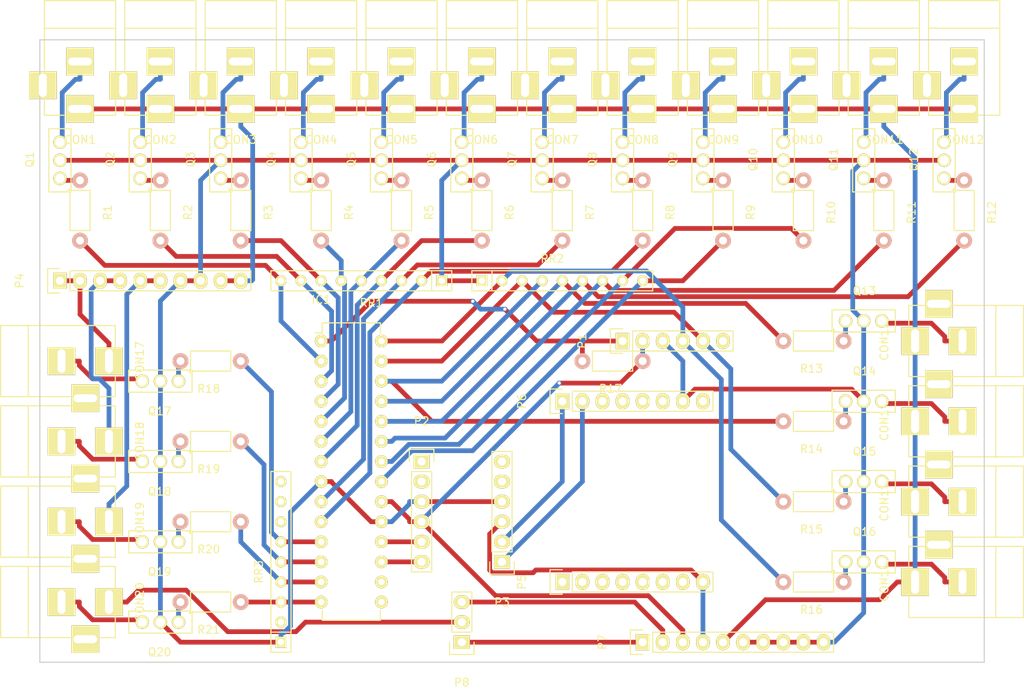
<source format=kicad_pcb>
(kicad_pcb (version 20171130) (host pcbnew "(5.1.12)-1")

  (general
    (thickness 1.6)
    (drawings 6)
    (tracks 398)
    (zones 0)
    (modules 73)
    (nets 119)
  )

  (page A4)
  (layers
    (0 F.Cu signal)
    (31 B.Cu signal)
    (32 B.Adhes user)
    (33 F.Adhes user hide)
    (34 B.Paste user)
    (35 F.Paste user)
    (36 B.SilkS user)
    (37 F.SilkS user)
    (38 B.Mask user)
    (39 F.Mask user)
    (40 Dwgs.User user)
    (41 Cmts.User user)
    (42 Eco1.User user)
    (43 Eco2.User user)
    (44 Edge.Cuts user)
    (45 Margin user)
    (46 B.CrtYd user)
    (47 F.CrtYd user)
    (48 B.Fab user)
    (49 F.Fab user)
  )

  (setup
    (last_trace_width 0.25)
    (trace_clearance 0.2)
    (zone_clearance 0.508)
    (zone_45_only no)
    (trace_min 0.2)
    (via_size 0.6)
    (via_drill 0.4)
    (via_min_size 0.4)
    (via_min_drill 0.3)
    (uvia_size 0.3)
    (uvia_drill 0.1)
    (uvias_allowed no)
    (uvia_min_size 0.2)
    (uvia_min_drill 0.1)
    (edge_width 0.15)
    (segment_width 0.2)
    (pcb_text_width 0.3)
    (pcb_text_size 1.5 1.5)
    (mod_edge_width 0.15)
    (mod_text_size 1 1)
    (mod_text_width 0.15)
    (pad_size 1.524 1.524)
    (pad_drill 0.762)
    (pad_to_mask_clearance 0.2)
    (aux_axis_origin 0 0)
    (visible_elements 7FFFFFFF)
    (pcbplotparams
      (layerselection 0x00030_80000001)
      (usegerberextensions false)
      (usegerberattributes true)
      (usegerberadvancedattributes true)
      (creategerberjobfile true)
      (excludeedgelayer true)
      (linewidth 0.100000)
      (plotframeref false)
      (viasonmask false)
      (mode 1)
      (useauxorigin false)
      (hpglpennumber 1)
      (hpglpenspeed 20)
      (hpglpendiameter 15.000000)
      (psnegative false)
      (psa4output false)
      (plotreference true)
      (plotvalue true)
      (plotinvisibletext false)
      (padsonsilk false)
      (subtractmaskfromsilk false)
      (outputformat 1)
      (mirror false)
      (drillshape 1)
      (scaleselection 1)
      (outputdirectory ""))
  )

  (net 0 "")
  (net 1 12V_SEIZAE1)
  (net 2 "Net-(CON1-Pad2)")
  (net 3 "Net-(CON1-Pad3)")
  (net 4 "Net-(CON2-Pad2)")
  (net 5 "Net-(CON2-Pad3)")
  (net 6 "Net-(CON3-Pad2)")
  (net 7 "Net-(CON3-Pad3)")
  (net 8 "Net-(CON4-Pad2)")
  (net 9 "Net-(CON4-Pad3)")
  (net 10 "Net-(CON5-Pad2)")
  (net 11 "Net-(CON5-Pad3)")
  (net 12 "Net-(CON6-Pad2)")
  (net 13 "Net-(CON6-Pad3)")
  (net 14 "Net-(CON7-Pad2)")
  (net 15 "Net-(CON7-Pad3)")
  (net 16 "Net-(CON8-Pad2)")
  (net 17 "Net-(CON8-Pad3)")
  (net 18 "Net-(CON9-Pad2)")
  (net 19 "Net-(CON9-Pad3)")
  (net 20 "Net-(CON10-Pad2)")
  (net 21 "Net-(CON10-Pad3)")
  (net 22 "Net-(CON11-Pad2)")
  (net 23 "Net-(CON11-Pad3)")
  (net 24 "Net-(CON12-Pad2)")
  (net 25 "Net-(CON12-Pad3)")
  (net 26 "Net-(CON13-Pad2)")
  (net 27 "Net-(CON13-Pad3)")
  (net 28 "Net-(CON14-Pad2)")
  (net 29 "Net-(CON14-Pad3)")
  (net 30 "Net-(CON15-Pad2)")
  (net 31 "Net-(CON15-Pad3)")
  (net 32 "Net-(CON16-Pad2)")
  (net 33 "Net-(CON16-Pad3)")
  (net 34 12V_KOUTOU11)
  (net 35 "Net-(CON17-Pad2)")
  (net 36 "Net-(CON17-Pad3)")
  (net 37 12V_KOUTOU21)
  (net 38 "Net-(CON18-Pad2)")
  (net 39 "Net-(CON18-Pad3)")
  (net 40 5V_ITTOU1)
  (net 41 "Net-(CON19-Pad2)")
  (net 42 "Net-(CON19-Pad3)")
  (net 43 VCC_GINGA)
  (net 44 "Net-(CON20-Pad2)")
  (net 45 "Net-(CON20-Pad3)")
  (net 46 "Net-(IC1-Pad1)")
  (net 47 "Net-(IC1-Pad2)")
  (net 48 "Net-(IC1-Pad3)")
  (net 49 "Net-(IC1-Pad4)")
  (net 50 "Net-(IC1-Pad5)")
  (net 51 "Net-(IC1-Pad6)")
  (net 52 "Net-(IC1-Pad7)")
  (net 53 +12V)
  (net 54 "Net-(IC1-Pad9)")
  (net 55 "Net-(IC1-Pad10)")
  (net 56 "Net-(IC1-Pad11)")
  (net 57 "Net-(IC1-Pad12)")
  (net 58 "Net-(IC1-Pad13)")
  (net 59 "Net-(IC1-Pad14)")
  (net 60 "Net-(IC1-Pad15)")
  (net 61 "Net-(IC1-Pad16)")
  (net 62 "Net-(IC1-Pad17)")
  (net 63 "Net-(IC1-Pad18)")
  (net 64 5V_LOGIC)
  (net 65 "Net-(IC1-Pad21)")
  (net 66 "Net-(IC1-Pad22)")
  (net 67 "Net-(IC1-Pad23)")
  (net 68 "Net-(IC1-Pad24)")
  (net 69 "Net-(IC1-Pad25)")
  (net 70 "Net-(IC1-Pad26)")
  (net 71 "Net-(IC1-Pad27)")
  (net 72 "Net-(IC1-Pad28)")
  (net 73 "Net-(P1-Pad6)")
  (net 74 "Net-(P2-Pad1)")
  (net 75 "Net-(P2-Pad2)")
  (net 76 "Net-(P3-Pad1)")
  (net 77 "Net-(P3-Pad2)")
  (net 78 3.3V_LOGIC)
  (net 79 "Net-(P3-Pad5)")
  (net 80 "Net-(P3-Pad6)")
  (net 81 "Net-(P5-Pad1)")
  (net 82 "Net-(P5-Pad2)")
  (net 83 "Net-(P5-Pad3)")
  (net 84 "Net-(P5-Pad4)")
  (net 85 "Net-(P5-Pad5)")
  (net 86 "Net-(P5-Pad6)")
  (net 87 "Net-(P5-Pad7)")
  (net 88 "Net-(P6-Pad5)")
  (net 89 "Net-(P6-Pad6)")
  (net 90 "Net-(P6-Pad8)")
  (net 91 5V_GINGA)
  (net 92 12V_GINGA)
  (net 93 "Net-(Q1-Pad1)")
  (net 94 "Net-(Q2-Pad1)")
  (net 95 "Net-(Q3-Pad1)")
  (net 96 "Net-(Q4-Pad1)")
  (net 97 "Net-(Q5-Pad1)")
  (net 98 "Net-(Q6-Pad1)")
  (net 99 "Net-(Q7-Pad1)")
  (net 100 "Net-(Q8-Pad1)")
  (net 101 "Net-(Q9-Pad1)")
  (net 102 "Net-(Q10-Pad1)")
  (net 103 "Net-(Q11-Pad1)")
  (net 104 "Net-(Q12-Pad1)")
  (net 105 "Net-(Q13-Pad1)")
  (net 106 "Net-(Q14-Pad1)")
  (net 107 "Net-(Q15-Pad1)")
  (net 108 "Net-(Q16-Pad1)")
  (net 109 "Net-(Q17-Pad1)")
  (net 110 "Net-(Q18-Pad1)")
  (net 111 "Net-(Q19-Pad1)")
  (net 112 "Net-(Q20-Pad1)")
  (net 113 "Net-(RR3-Pad2)")
  (net 114 "Net-(P6-Pad3)")
  (net 115 "Net-(P6-Pad4)")
  (net 116 "Net-(RR3-Pad7)")
  (net 117 "Net-(RR3-Pad8)")
  (net 118 "Net-(RR3-Pad9)")

  (net_class Default "これは標準のネット クラスです。"
    (clearance 0.2)
    (trace_width 0.25)
    (via_dia 0.6)
    (via_drill 0.4)
    (uvia_dia 0.3)
    (uvia_drill 0.1)
  )

  (net_class universal_board ""
    (clearance 0.2)
    (trace_width 0.6)
    (via_dia 0.6)
    (via_drill 0.4)
    (uvia_dia 0.3)
    (uvia_drill 0.1)
    (add_net +12V)
    (add_net 12V_GINGA)
    (add_net 12V_KOUTOU11)
    (add_net 12V_KOUTOU21)
    (add_net 12V_SEIZAE1)
    (add_net 3.3V_LOGIC)
    (add_net 5V_GINGA)
    (add_net 5V_ITTOU1)
    (add_net 5V_LOGIC)
    (add_net "Net-(CON1-Pad2)")
    (add_net "Net-(CON1-Pad3)")
    (add_net "Net-(CON10-Pad2)")
    (add_net "Net-(CON10-Pad3)")
    (add_net "Net-(CON11-Pad2)")
    (add_net "Net-(CON11-Pad3)")
    (add_net "Net-(CON12-Pad2)")
    (add_net "Net-(CON12-Pad3)")
    (add_net "Net-(CON13-Pad2)")
    (add_net "Net-(CON13-Pad3)")
    (add_net "Net-(CON14-Pad2)")
    (add_net "Net-(CON14-Pad3)")
    (add_net "Net-(CON15-Pad2)")
    (add_net "Net-(CON15-Pad3)")
    (add_net "Net-(CON16-Pad2)")
    (add_net "Net-(CON16-Pad3)")
    (add_net "Net-(CON17-Pad2)")
    (add_net "Net-(CON17-Pad3)")
    (add_net "Net-(CON18-Pad2)")
    (add_net "Net-(CON18-Pad3)")
    (add_net "Net-(CON19-Pad2)")
    (add_net "Net-(CON19-Pad3)")
    (add_net "Net-(CON2-Pad2)")
    (add_net "Net-(CON2-Pad3)")
    (add_net "Net-(CON20-Pad2)")
    (add_net "Net-(CON20-Pad3)")
    (add_net "Net-(CON3-Pad2)")
    (add_net "Net-(CON3-Pad3)")
    (add_net "Net-(CON4-Pad2)")
    (add_net "Net-(CON4-Pad3)")
    (add_net "Net-(CON5-Pad2)")
    (add_net "Net-(CON5-Pad3)")
    (add_net "Net-(CON6-Pad2)")
    (add_net "Net-(CON6-Pad3)")
    (add_net "Net-(CON7-Pad2)")
    (add_net "Net-(CON7-Pad3)")
    (add_net "Net-(CON8-Pad2)")
    (add_net "Net-(CON8-Pad3)")
    (add_net "Net-(CON9-Pad2)")
    (add_net "Net-(CON9-Pad3)")
    (add_net "Net-(IC1-Pad1)")
    (add_net "Net-(IC1-Pad10)")
    (add_net "Net-(IC1-Pad11)")
    (add_net "Net-(IC1-Pad12)")
    (add_net "Net-(IC1-Pad13)")
    (add_net "Net-(IC1-Pad14)")
    (add_net "Net-(IC1-Pad15)")
    (add_net "Net-(IC1-Pad16)")
    (add_net "Net-(IC1-Pad17)")
    (add_net "Net-(IC1-Pad18)")
    (add_net "Net-(IC1-Pad2)")
    (add_net "Net-(IC1-Pad21)")
    (add_net "Net-(IC1-Pad22)")
    (add_net "Net-(IC1-Pad23)")
    (add_net "Net-(IC1-Pad24)")
    (add_net "Net-(IC1-Pad25)")
    (add_net "Net-(IC1-Pad26)")
    (add_net "Net-(IC1-Pad27)")
    (add_net "Net-(IC1-Pad28)")
    (add_net "Net-(IC1-Pad3)")
    (add_net "Net-(IC1-Pad4)")
    (add_net "Net-(IC1-Pad5)")
    (add_net "Net-(IC1-Pad6)")
    (add_net "Net-(IC1-Pad7)")
    (add_net "Net-(IC1-Pad9)")
    (add_net "Net-(P1-Pad6)")
    (add_net "Net-(P2-Pad1)")
    (add_net "Net-(P2-Pad2)")
    (add_net "Net-(P3-Pad1)")
    (add_net "Net-(P3-Pad2)")
    (add_net "Net-(P3-Pad5)")
    (add_net "Net-(P3-Pad6)")
    (add_net "Net-(P5-Pad1)")
    (add_net "Net-(P5-Pad2)")
    (add_net "Net-(P5-Pad3)")
    (add_net "Net-(P5-Pad4)")
    (add_net "Net-(P5-Pad5)")
    (add_net "Net-(P5-Pad6)")
    (add_net "Net-(P5-Pad7)")
    (add_net "Net-(P6-Pad3)")
    (add_net "Net-(P6-Pad4)")
    (add_net "Net-(P6-Pad5)")
    (add_net "Net-(P6-Pad6)")
    (add_net "Net-(P6-Pad8)")
    (add_net "Net-(Q1-Pad1)")
    (add_net "Net-(Q10-Pad1)")
    (add_net "Net-(Q11-Pad1)")
    (add_net "Net-(Q12-Pad1)")
    (add_net "Net-(Q13-Pad1)")
    (add_net "Net-(Q14-Pad1)")
    (add_net "Net-(Q15-Pad1)")
    (add_net "Net-(Q16-Pad1)")
    (add_net "Net-(Q17-Pad1)")
    (add_net "Net-(Q18-Pad1)")
    (add_net "Net-(Q19-Pad1)")
    (add_net "Net-(Q2-Pad1)")
    (add_net "Net-(Q20-Pad1)")
    (add_net "Net-(Q3-Pad1)")
    (add_net "Net-(Q4-Pad1)")
    (add_net "Net-(Q5-Pad1)")
    (add_net "Net-(Q6-Pad1)")
    (add_net "Net-(Q7-Pad1)")
    (add_net "Net-(Q8-Pad1)")
    (add_net "Net-(Q9-Pad1)")
    (add_net "Net-(RR3-Pad2)")
    (add_net "Net-(RR3-Pad7)")
    (add_net "Net-(RR3-Pad8)")
    (add_net "Net-(RR3-Pad9)")
    (add_net VCC_GINGA)
  )

  (module Connect:BARREL_JACK (layer F.Cu) (tedit 0) (tstamp 57D2B7E4)
    (at 71.12 43.18 270)
    (descr "DC Barrel Jack")
    (tags "Power Jack")
    (path /57CD993F)
    (fp_text reference CON1 (at 10.09904 0) (layer F.SilkS)
      (effects (font (size 1 1) (thickness 0.15)))
    )
    (fp_text value BARREL_JACK (at 0 -5.99948 270) (layer F.Fab)
      (effects (font (size 1 1) (thickness 0.15)))
    )
    (fp_line (start 7.00024 -4.50088) (end -7.50062 -4.50088) (layer F.SilkS) (width 0.15))
    (fp_line (start 7.00024 4.50088) (end 7.00024 -4.50088) (layer F.SilkS) (width 0.15))
    (fp_line (start -7.50062 4.50088) (end 7.00024 4.50088) (layer F.SilkS) (width 0.15))
    (fp_line (start -7.50062 -4.50088) (end -7.50062 4.50088) (layer F.SilkS) (width 0.15))
    (fp_line (start -4.0005 -4.50088) (end -4.0005 4.50088) (layer F.SilkS) (width 0.15))
    (pad 1 thru_hole rect (at 6.20014 0 270) (size 3.50012 3.50012) (drill oval 1.00076 2.99974) (layers *.Cu *.Mask F.SilkS)
      (net 1 12V_SEIZAE1))
    (pad 2 thru_hole rect (at 0.20066 0 270) (size 3.50012 3.50012) (drill oval 1.00076 2.99974) (layers *.Cu *.Mask F.SilkS)
      (net 2 "Net-(CON1-Pad2)"))
    (pad 3 thru_hole rect (at 3.2004 4.699 270) (size 3.50012 3.50012) (drill oval 2.99974 1.00076) (layers *.Cu *.Mask F.SilkS)
      (net 3 "Net-(CON1-Pad3)"))
  )

  (module Connect:BARREL_JACK (layer F.Cu) (tedit 0) (tstamp 57D2B7EB)
    (at 81.28 43.18 270)
    (descr "DC Barrel Jack")
    (tags "Power Jack")
    (path /57CD9DD6)
    (fp_text reference CON2 (at 10.09904 0) (layer F.SilkS)
      (effects (font (size 1 1) (thickness 0.15)))
    )
    (fp_text value BARREL_JACK (at 0 -5.99948 270) (layer F.Fab)
      (effects (font (size 1 1) (thickness 0.15)))
    )
    (fp_line (start 7.00024 -4.50088) (end -7.50062 -4.50088) (layer F.SilkS) (width 0.15))
    (fp_line (start 7.00024 4.50088) (end 7.00024 -4.50088) (layer F.SilkS) (width 0.15))
    (fp_line (start -7.50062 4.50088) (end 7.00024 4.50088) (layer F.SilkS) (width 0.15))
    (fp_line (start -7.50062 -4.50088) (end -7.50062 4.50088) (layer F.SilkS) (width 0.15))
    (fp_line (start -4.0005 -4.50088) (end -4.0005 4.50088) (layer F.SilkS) (width 0.15))
    (pad 1 thru_hole rect (at 6.20014 0 270) (size 3.50012 3.50012) (drill oval 1.00076 2.99974) (layers *.Cu *.Mask F.SilkS)
      (net 1 12V_SEIZAE1))
    (pad 2 thru_hole rect (at 0.20066 0 270) (size 3.50012 3.50012) (drill oval 1.00076 2.99974) (layers *.Cu *.Mask F.SilkS)
      (net 4 "Net-(CON2-Pad2)"))
    (pad 3 thru_hole rect (at 3.2004 4.699 270) (size 3.50012 3.50012) (drill oval 2.99974 1.00076) (layers *.Cu *.Mask F.SilkS)
      (net 5 "Net-(CON2-Pad3)"))
  )

  (module Connect:BARREL_JACK (layer F.Cu) (tedit 0) (tstamp 57D2B7F2)
    (at 91.44 43.18 270)
    (descr "DC Barrel Jack")
    (tags "Power Jack")
    (path /57CD9E4A)
    (fp_text reference CON3 (at 10.09904 0) (layer F.SilkS)
      (effects (font (size 1 1) (thickness 0.15)))
    )
    (fp_text value BARREL_JACK (at 0 -5.99948 270) (layer F.Fab)
      (effects (font (size 1 1) (thickness 0.15)))
    )
    (fp_line (start 7.00024 -4.50088) (end -7.50062 -4.50088) (layer F.SilkS) (width 0.15))
    (fp_line (start 7.00024 4.50088) (end 7.00024 -4.50088) (layer F.SilkS) (width 0.15))
    (fp_line (start -7.50062 4.50088) (end 7.00024 4.50088) (layer F.SilkS) (width 0.15))
    (fp_line (start -7.50062 -4.50088) (end -7.50062 4.50088) (layer F.SilkS) (width 0.15))
    (fp_line (start -4.0005 -4.50088) (end -4.0005 4.50088) (layer F.SilkS) (width 0.15))
    (pad 1 thru_hole rect (at 6.20014 0 270) (size 3.50012 3.50012) (drill oval 1.00076 2.99974) (layers *.Cu *.Mask F.SilkS)
      (net 1 12V_SEIZAE1))
    (pad 2 thru_hole rect (at 0.20066 0 270) (size 3.50012 3.50012) (drill oval 1.00076 2.99974) (layers *.Cu *.Mask F.SilkS)
      (net 6 "Net-(CON3-Pad2)"))
    (pad 3 thru_hole rect (at 3.2004 4.699 270) (size 3.50012 3.50012) (drill oval 2.99974 1.00076) (layers *.Cu *.Mask F.SilkS)
      (net 7 "Net-(CON3-Pad3)"))
  )

  (module Connect:BARREL_JACK (layer F.Cu) (tedit 0) (tstamp 57D2B7F9)
    (at 101.6 43.18 270)
    (descr "DC Barrel Jack")
    (tags "Power Jack")
    (path /57CD9EA9)
    (fp_text reference CON4 (at 10.09904 0) (layer F.SilkS)
      (effects (font (size 1 1) (thickness 0.15)))
    )
    (fp_text value BARREL_JACK (at 0 -5.99948 270) (layer F.Fab)
      (effects (font (size 1 1) (thickness 0.15)))
    )
    (fp_line (start 7.00024 -4.50088) (end -7.50062 -4.50088) (layer F.SilkS) (width 0.15))
    (fp_line (start 7.00024 4.50088) (end 7.00024 -4.50088) (layer F.SilkS) (width 0.15))
    (fp_line (start -7.50062 4.50088) (end 7.00024 4.50088) (layer F.SilkS) (width 0.15))
    (fp_line (start -7.50062 -4.50088) (end -7.50062 4.50088) (layer F.SilkS) (width 0.15))
    (fp_line (start -4.0005 -4.50088) (end -4.0005 4.50088) (layer F.SilkS) (width 0.15))
    (pad 1 thru_hole rect (at 6.20014 0 270) (size 3.50012 3.50012) (drill oval 1.00076 2.99974) (layers *.Cu *.Mask F.SilkS)
      (net 1 12V_SEIZAE1))
    (pad 2 thru_hole rect (at 0.20066 0 270) (size 3.50012 3.50012) (drill oval 1.00076 2.99974) (layers *.Cu *.Mask F.SilkS)
      (net 8 "Net-(CON4-Pad2)"))
    (pad 3 thru_hole rect (at 3.2004 4.699 270) (size 3.50012 3.50012) (drill oval 2.99974 1.00076) (layers *.Cu *.Mask F.SilkS)
      (net 9 "Net-(CON4-Pad3)"))
  )

  (module Connect:BARREL_JACK (layer F.Cu) (tedit 0) (tstamp 57D2B800)
    (at 111.76 43.18 270)
    (descr "DC Barrel Jack")
    (tags "Power Jack")
    (path /57CDA065)
    (fp_text reference CON5 (at 10.09904 0) (layer F.SilkS)
      (effects (font (size 1 1) (thickness 0.15)))
    )
    (fp_text value BARREL_JACK (at 0 -5.99948 270) (layer F.Fab)
      (effects (font (size 1 1) (thickness 0.15)))
    )
    (fp_line (start 7.00024 -4.50088) (end -7.50062 -4.50088) (layer F.SilkS) (width 0.15))
    (fp_line (start 7.00024 4.50088) (end 7.00024 -4.50088) (layer F.SilkS) (width 0.15))
    (fp_line (start -7.50062 4.50088) (end 7.00024 4.50088) (layer F.SilkS) (width 0.15))
    (fp_line (start -7.50062 -4.50088) (end -7.50062 4.50088) (layer F.SilkS) (width 0.15))
    (fp_line (start -4.0005 -4.50088) (end -4.0005 4.50088) (layer F.SilkS) (width 0.15))
    (pad 1 thru_hole rect (at 6.20014 0 270) (size 3.50012 3.50012) (drill oval 1.00076 2.99974) (layers *.Cu *.Mask F.SilkS)
      (net 1 12V_SEIZAE1))
    (pad 2 thru_hole rect (at 0.20066 0 270) (size 3.50012 3.50012) (drill oval 1.00076 2.99974) (layers *.Cu *.Mask F.SilkS)
      (net 10 "Net-(CON5-Pad2)"))
    (pad 3 thru_hole rect (at 3.2004 4.699 270) (size 3.50012 3.50012) (drill oval 2.99974 1.00076) (layers *.Cu *.Mask F.SilkS)
      (net 11 "Net-(CON5-Pad3)"))
  )

  (module Connect:BARREL_JACK (layer F.Cu) (tedit 0) (tstamp 57D2B807)
    (at 121.92 43.18 270)
    (descr "DC Barrel Jack")
    (tags "Power Jack")
    (path /57CDA0C3)
    (fp_text reference CON6 (at 10.09904 0) (layer F.SilkS)
      (effects (font (size 1 1) (thickness 0.15)))
    )
    (fp_text value BARREL_JACK (at 0 -5.99948 270) (layer F.Fab)
      (effects (font (size 1 1) (thickness 0.15)))
    )
    (fp_line (start 7.00024 -4.50088) (end -7.50062 -4.50088) (layer F.SilkS) (width 0.15))
    (fp_line (start 7.00024 4.50088) (end 7.00024 -4.50088) (layer F.SilkS) (width 0.15))
    (fp_line (start -7.50062 4.50088) (end 7.00024 4.50088) (layer F.SilkS) (width 0.15))
    (fp_line (start -7.50062 -4.50088) (end -7.50062 4.50088) (layer F.SilkS) (width 0.15))
    (fp_line (start -4.0005 -4.50088) (end -4.0005 4.50088) (layer F.SilkS) (width 0.15))
    (pad 1 thru_hole rect (at 6.20014 0 270) (size 3.50012 3.50012) (drill oval 1.00076 2.99974) (layers *.Cu *.Mask F.SilkS)
      (net 1 12V_SEIZAE1))
    (pad 2 thru_hole rect (at 0.20066 0 270) (size 3.50012 3.50012) (drill oval 1.00076 2.99974) (layers *.Cu *.Mask F.SilkS)
      (net 12 "Net-(CON6-Pad2)"))
    (pad 3 thru_hole rect (at 3.2004 4.699 270) (size 3.50012 3.50012) (drill oval 2.99974 1.00076) (layers *.Cu *.Mask F.SilkS)
      (net 13 "Net-(CON6-Pad3)"))
  )

  (module Connect:BARREL_JACK (layer F.Cu) (tedit 0) (tstamp 57D2B80E)
    (at 132.08 43.18 270)
    (descr "DC Barrel Jack")
    (tags "Power Jack")
    (path /57CDA115)
    (fp_text reference CON7 (at 10.09904 0) (layer F.SilkS)
      (effects (font (size 1 1) (thickness 0.15)))
    )
    (fp_text value BARREL_JACK (at 0 -5.99948 270) (layer F.Fab)
      (effects (font (size 1 1) (thickness 0.15)))
    )
    (fp_line (start 7.00024 -4.50088) (end -7.50062 -4.50088) (layer F.SilkS) (width 0.15))
    (fp_line (start 7.00024 4.50088) (end 7.00024 -4.50088) (layer F.SilkS) (width 0.15))
    (fp_line (start -7.50062 4.50088) (end 7.00024 4.50088) (layer F.SilkS) (width 0.15))
    (fp_line (start -7.50062 -4.50088) (end -7.50062 4.50088) (layer F.SilkS) (width 0.15))
    (fp_line (start -4.0005 -4.50088) (end -4.0005 4.50088) (layer F.SilkS) (width 0.15))
    (pad 1 thru_hole rect (at 6.20014 0 270) (size 3.50012 3.50012) (drill oval 1.00076 2.99974) (layers *.Cu *.Mask F.SilkS)
      (net 1 12V_SEIZAE1))
    (pad 2 thru_hole rect (at 0.20066 0 270) (size 3.50012 3.50012) (drill oval 1.00076 2.99974) (layers *.Cu *.Mask F.SilkS)
      (net 14 "Net-(CON7-Pad2)"))
    (pad 3 thru_hole rect (at 3.2004 4.699 270) (size 3.50012 3.50012) (drill oval 2.99974 1.00076) (layers *.Cu *.Mask F.SilkS)
      (net 15 "Net-(CON7-Pad3)"))
  )

  (module Connect:BARREL_JACK (layer F.Cu) (tedit 0) (tstamp 57D2B815)
    (at 142.24 43.18 270)
    (descr "DC Barrel Jack")
    (tags "Power Jack")
    (path /57CDA166)
    (fp_text reference CON8 (at 10.09904 0) (layer F.SilkS)
      (effects (font (size 1 1) (thickness 0.15)))
    )
    (fp_text value BARREL_JACK (at 0 -5.99948 270) (layer F.Fab)
      (effects (font (size 1 1) (thickness 0.15)))
    )
    (fp_line (start 7.00024 -4.50088) (end -7.50062 -4.50088) (layer F.SilkS) (width 0.15))
    (fp_line (start 7.00024 4.50088) (end 7.00024 -4.50088) (layer F.SilkS) (width 0.15))
    (fp_line (start -7.50062 4.50088) (end 7.00024 4.50088) (layer F.SilkS) (width 0.15))
    (fp_line (start -7.50062 -4.50088) (end -7.50062 4.50088) (layer F.SilkS) (width 0.15))
    (fp_line (start -4.0005 -4.50088) (end -4.0005 4.50088) (layer F.SilkS) (width 0.15))
    (pad 1 thru_hole rect (at 6.20014 0 270) (size 3.50012 3.50012) (drill oval 1.00076 2.99974) (layers *.Cu *.Mask F.SilkS)
      (net 1 12V_SEIZAE1))
    (pad 2 thru_hole rect (at 0.20066 0 270) (size 3.50012 3.50012) (drill oval 1.00076 2.99974) (layers *.Cu *.Mask F.SilkS)
      (net 16 "Net-(CON8-Pad2)"))
    (pad 3 thru_hole rect (at 3.2004 4.699 270) (size 3.50012 3.50012) (drill oval 2.99974 1.00076) (layers *.Cu *.Mask F.SilkS)
      (net 17 "Net-(CON8-Pad3)"))
  )

  (module Connect:BARREL_JACK (layer F.Cu) (tedit 0) (tstamp 57D2B81C)
    (at 152.4 43.18 270)
    (descr "DC Barrel Jack")
    (tags "Power Jack")
    (path /57CDAA09)
    (fp_text reference CON9 (at 10.09904 0) (layer F.SilkS)
      (effects (font (size 1 1) (thickness 0.15)))
    )
    (fp_text value BARREL_JACK (at 0 -5.99948 270) (layer F.Fab)
      (effects (font (size 1 1) (thickness 0.15)))
    )
    (fp_line (start 7.00024 -4.50088) (end -7.50062 -4.50088) (layer F.SilkS) (width 0.15))
    (fp_line (start 7.00024 4.50088) (end 7.00024 -4.50088) (layer F.SilkS) (width 0.15))
    (fp_line (start -7.50062 4.50088) (end 7.00024 4.50088) (layer F.SilkS) (width 0.15))
    (fp_line (start -7.50062 -4.50088) (end -7.50062 4.50088) (layer F.SilkS) (width 0.15))
    (fp_line (start -4.0005 -4.50088) (end -4.0005 4.50088) (layer F.SilkS) (width 0.15))
    (pad 1 thru_hole rect (at 6.20014 0 270) (size 3.50012 3.50012) (drill oval 1.00076 2.99974) (layers *.Cu *.Mask F.SilkS)
      (net 1 12V_SEIZAE1))
    (pad 2 thru_hole rect (at 0.20066 0 270) (size 3.50012 3.50012) (drill oval 1.00076 2.99974) (layers *.Cu *.Mask F.SilkS)
      (net 18 "Net-(CON9-Pad2)"))
    (pad 3 thru_hole rect (at 3.2004 4.699 270) (size 3.50012 3.50012) (drill oval 2.99974 1.00076) (layers *.Cu *.Mask F.SilkS)
      (net 19 "Net-(CON9-Pad3)"))
  )

  (module Connect:BARREL_JACK (layer F.Cu) (tedit 0) (tstamp 57D2B823)
    (at 162.56 43.18 270)
    (descr "DC Barrel Jack")
    (tags "Power Jack")
    (path /57CDAA10)
    (fp_text reference CON10 (at 10.09904 0) (layer F.SilkS)
      (effects (font (size 1 1) (thickness 0.15)))
    )
    (fp_text value BARREL_JACK (at 0 -5.99948 270) (layer F.Fab)
      (effects (font (size 1 1) (thickness 0.15)))
    )
    (fp_line (start 7.00024 -4.50088) (end -7.50062 -4.50088) (layer F.SilkS) (width 0.15))
    (fp_line (start 7.00024 4.50088) (end 7.00024 -4.50088) (layer F.SilkS) (width 0.15))
    (fp_line (start -7.50062 4.50088) (end 7.00024 4.50088) (layer F.SilkS) (width 0.15))
    (fp_line (start -7.50062 -4.50088) (end -7.50062 4.50088) (layer F.SilkS) (width 0.15))
    (fp_line (start -4.0005 -4.50088) (end -4.0005 4.50088) (layer F.SilkS) (width 0.15))
    (pad 1 thru_hole rect (at 6.20014 0 270) (size 3.50012 3.50012) (drill oval 1.00076 2.99974) (layers *.Cu *.Mask F.SilkS)
      (net 1 12V_SEIZAE1))
    (pad 2 thru_hole rect (at 0.20066 0 270) (size 3.50012 3.50012) (drill oval 1.00076 2.99974) (layers *.Cu *.Mask F.SilkS)
      (net 20 "Net-(CON10-Pad2)"))
    (pad 3 thru_hole rect (at 3.2004 4.699 270) (size 3.50012 3.50012) (drill oval 2.99974 1.00076) (layers *.Cu *.Mask F.SilkS)
      (net 21 "Net-(CON10-Pad3)"))
  )

  (module Connect:BARREL_JACK (layer F.Cu) (tedit 0) (tstamp 57D2B82A)
    (at 172.72 43.18 270)
    (descr "DC Barrel Jack")
    (tags "Power Jack")
    (path /57CDAA17)
    (fp_text reference CON11 (at 10.09904 0) (layer F.SilkS)
      (effects (font (size 1 1) (thickness 0.15)))
    )
    (fp_text value BARREL_JACK (at 0 -5.99948 270) (layer F.Fab)
      (effects (font (size 1 1) (thickness 0.15)))
    )
    (fp_line (start 7.00024 -4.50088) (end -7.50062 -4.50088) (layer F.SilkS) (width 0.15))
    (fp_line (start 7.00024 4.50088) (end 7.00024 -4.50088) (layer F.SilkS) (width 0.15))
    (fp_line (start -7.50062 4.50088) (end 7.00024 4.50088) (layer F.SilkS) (width 0.15))
    (fp_line (start -7.50062 -4.50088) (end -7.50062 4.50088) (layer F.SilkS) (width 0.15))
    (fp_line (start -4.0005 -4.50088) (end -4.0005 4.50088) (layer F.SilkS) (width 0.15))
    (pad 1 thru_hole rect (at 6.20014 0 270) (size 3.50012 3.50012) (drill oval 1.00076 2.99974) (layers *.Cu *.Mask F.SilkS)
      (net 1 12V_SEIZAE1))
    (pad 2 thru_hole rect (at 0.20066 0 270) (size 3.50012 3.50012) (drill oval 1.00076 2.99974) (layers *.Cu *.Mask F.SilkS)
      (net 22 "Net-(CON11-Pad2)"))
    (pad 3 thru_hole rect (at 3.2004 4.699 270) (size 3.50012 3.50012) (drill oval 2.99974 1.00076) (layers *.Cu *.Mask F.SilkS)
      (net 23 "Net-(CON11-Pad3)"))
  )

  (module Connect:BARREL_JACK (layer F.Cu) (tedit 0) (tstamp 57D2B831)
    (at 182.88 43.18 270)
    (descr "DC Barrel Jack")
    (tags "Power Jack")
    (path /57CDAA1E)
    (fp_text reference CON12 (at 10.09904 0) (layer F.SilkS)
      (effects (font (size 1 1) (thickness 0.15)))
    )
    (fp_text value BARREL_JACK (at 0 -5.99948 270) (layer F.Fab)
      (effects (font (size 1 1) (thickness 0.15)))
    )
    (fp_line (start 7.00024 -4.50088) (end -7.50062 -4.50088) (layer F.SilkS) (width 0.15))
    (fp_line (start 7.00024 4.50088) (end 7.00024 -4.50088) (layer F.SilkS) (width 0.15))
    (fp_line (start -7.50062 4.50088) (end 7.00024 4.50088) (layer F.SilkS) (width 0.15))
    (fp_line (start -7.50062 -4.50088) (end -7.50062 4.50088) (layer F.SilkS) (width 0.15))
    (fp_line (start -4.0005 -4.50088) (end -4.0005 4.50088) (layer F.SilkS) (width 0.15))
    (pad 1 thru_hole rect (at 6.20014 0 270) (size 3.50012 3.50012) (drill oval 1.00076 2.99974) (layers *.Cu *.Mask F.SilkS)
      (net 1 12V_SEIZAE1))
    (pad 2 thru_hole rect (at 0.20066 0 270) (size 3.50012 3.50012) (drill oval 1.00076 2.99974) (layers *.Cu *.Mask F.SilkS)
      (net 24 "Net-(CON12-Pad2)"))
    (pad 3 thru_hole rect (at 3.2004 4.699 270) (size 3.50012 3.50012) (drill oval 2.99974 1.00076) (layers *.Cu *.Mask F.SilkS)
      (net 25 "Net-(CON12-Pad3)"))
  )

  (module Connect:BARREL_JACK (layer F.Cu) (tedit 0) (tstamp 57D2B838)
    (at 182.88 78.74 180)
    (descr "DC Barrel Jack")
    (tags "Power Jack")
    (path /57CDAA25)
    (fp_text reference CON13 (at 10.09904 0 270) (layer F.SilkS)
      (effects (font (size 1 1) (thickness 0.15)))
    )
    (fp_text value BARREL_JACK (at 0 -5.99948 180) (layer F.Fab)
      (effects (font (size 1 1) (thickness 0.15)))
    )
    (fp_line (start 7.00024 -4.50088) (end -7.50062 -4.50088) (layer F.SilkS) (width 0.15))
    (fp_line (start 7.00024 4.50088) (end 7.00024 -4.50088) (layer F.SilkS) (width 0.15))
    (fp_line (start -7.50062 4.50088) (end 7.00024 4.50088) (layer F.SilkS) (width 0.15))
    (fp_line (start -7.50062 -4.50088) (end -7.50062 4.50088) (layer F.SilkS) (width 0.15))
    (fp_line (start -4.0005 -4.50088) (end -4.0005 4.50088) (layer F.SilkS) (width 0.15))
    (pad 1 thru_hole rect (at 6.20014 0 180) (size 3.50012 3.50012) (drill oval 1.00076 2.99974) (layers *.Cu *.Mask F.SilkS)
      (net 1 12V_SEIZAE1))
    (pad 2 thru_hole rect (at 0.20066 0 180) (size 3.50012 3.50012) (drill oval 1.00076 2.99974) (layers *.Cu *.Mask F.SilkS)
      (net 26 "Net-(CON13-Pad2)"))
    (pad 3 thru_hole rect (at 3.2004 4.699 180) (size 3.50012 3.50012) (drill oval 2.99974 1.00076) (layers *.Cu *.Mask F.SilkS)
      (net 27 "Net-(CON13-Pad3)"))
  )

  (module Connect:BARREL_JACK (layer F.Cu) (tedit 0) (tstamp 57D2B83F)
    (at 182.88 88.9 180)
    (descr "DC Barrel Jack")
    (tags "Power Jack")
    (path /57CDAA2C)
    (fp_text reference CON14 (at 10.09904 0 270) (layer F.SilkS)
      (effects (font (size 1 1) (thickness 0.15)))
    )
    (fp_text value BARREL_JACK (at 0 -5.99948 180) (layer F.Fab)
      (effects (font (size 1 1) (thickness 0.15)))
    )
    (fp_line (start 7.00024 -4.50088) (end -7.50062 -4.50088) (layer F.SilkS) (width 0.15))
    (fp_line (start 7.00024 4.50088) (end 7.00024 -4.50088) (layer F.SilkS) (width 0.15))
    (fp_line (start -7.50062 4.50088) (end 7.00024 4.50088) (layer F.SilkS) (width 0.15))
    (fp_line (start -7.50062 -4.50088) (end -7.50062 4.50088) (layer F.SilkS) (width 0.15))
    (fp_line (start -4.0005 -4.50088) (end -4.0005 4.50088) (layer F.SilkS) (width 0.15))
    (pad 1 thru_hole rect (at 6.20014 0 180) (size 3.50012 3.50012) (drill oval 1.00076 2.99974) (layers *.Cu *.Mask F.SilkS)
      (net 1 12V_SEIZAE1))
    (pad 2 thru_hole rect (at 0.20066 0 180) (size 3.50012 3.50012) (drill oval 1.00076 2.99974) (layers *.Cu *.Mask F.SilkS)
      (net 28 "Net-(CON14-Pad2)"))
    (pad 3 thru_hole rect (at 3.2004 4.699 180) (size 3.50012 3.50012) (drill oval 2.99974 1.00076) (layers *.Cu *.Mask F.SilkS)
      (net 29 "Net-(CON14-Pad3)"))
  )

  (module Connect:BARREL_JACK (layer F.Cu) (tedit 0) (tstamp 57D2B846)
    (at 182.88 99.06 180)
    (descr "DC Barrel Jack")
    (tags "Power Jack")
    (path /57CDAA33)
    (fp_text reference CON15 (at 10.09904 0 270) (layer F.SilkS)
      (effects (font (size 1 1) (thickness 0.15)))
    )
    (fp_text value BARREL_JACK (at 0 -5.99948 180) (layer F.Fab)
      (effects (font (size 1 1) (thickness 0.15)))
    )
    (fp_line (start 7.00024 -4.50088) (end -7.50062 -4.50088) (layer F.SilkS) (width 0.15))
    (fp_line (start 7.00024 4.50088) (end 7.00024 -4.50088) (layer F.SilkS) (width 0.15))
    (fp_line (start -7.50062 4.50088) (end 7.00024 4.50088) (layer F.SilkS) (width 0.15))
    (fp_line (start -7.50062 -4.50088) (end -7.50062 4.50088) (layer F.SilkS) (width 0.15))
    (fp_line (start -4.0005 -4.50088) (end -4.0005 4.50088) (layer F.SilkS) (width 0.15))
    (pad 1 thru_hole rect (at 6.20014 0 180) (size 3.50012 3.50012) (drill oval 1.00076 2.99974) (layers *.Cu *.Mask F.SilkS)
      (net 1 12V_SEIZAE1))
    (pad 2 thru_hole rect (at 0.20066 0 180) (size 3.50012 3.50012) (drill oval 1.00076 2.99974) (layers *.Cu *.Mask F.SilkS)
      (net 30 "Net-(CON15-Pad2)"))
    (pad 3 thru_hole rect (at 3.2004 4.699 180) (size 3.50012 3.50012) (drill oval 2.99974 1.00076) (layers *.Cu *.Mask F.SilkS)
      (net 31 "Net-(CON15-Pad3)"))
  )

  (module Connect:BARREL_JACK (layer F.Cu) (tedit 0) (tstamp 57D2B84D)
    (at 182.88 109.22 180)
    (descr "DC Barrel Jack")
    (tags "Power Jack")
    (path /57CDAA3A)
    (fp_text reference CON16 (at 10.09904 0 270) (layer F.SilkS)
      (effects (font (size 1 1) (thickness 0.15)))
    )
    (fp_text value BARREL_JACK (at 0 -5.99948 180) (layer F.Fab)
      (effects (font (size 1 1) (thickness 0.15)))
    )
    (fp_line (start 7.00024 -4.50088) (end -7.50062 -4.50088) (layer F.SilkS) (width 0.15))
    (fp_line (start 7.00024 4.50088) (end 7.00024 -4.50088) (layer F.SilkS) (width 0.15))
    (fp_line (start -7.50062 4.50088) (end 7.00024 4.50088) (layer F.SilkS) (width 0.15))
    (fp_line (start -7.50062 -4.50088) (end -7.50062 4.50088) (layer F.SilkS) (width 0.15))
    (fp_line (start -4.0005 -4.50088) (end -4.0005 4.50088) (layer F.SilkS) (width 0.15))
    (pad 1 thru_hole rect (at 6.20014 0 180) (size 3.50012 3.50012) (drill oval 1.00076 2.99974) (layers *.Cu *.Mask F.SilkS)
      (net 1 12V_SEIZAE1))
    (pad 2 thru_hole rect (at 0.20066 0 180) (size 3.50012 3.50012) (drill oval 1.00076 2.99974) (layers *.Cu *.Mask F.SilkS)
      (net 32 "Net-(CON16-Pad2)"))
    (pad 3 thru_hole rect (at 3.2004 4.699 180) (size 3.50012 3.50012) (drill oval 2.99974 1.00076) (layers *.Cu *.Mask F.SilkS)
      (net 33 "Net-(CON16-Pad3)"))
  )

  (module Connect:BARREL_JACK (layer F.Cu) (tedit 0) (tstamp 57D2B854)
    (at 68.58 81.28)
    (descr "DC Barrel Jack")
    (tags "Power Jack")
    (path /57CD89EF)
    (fp_text reference CON17 (at 10.09904 0 90) (layer F.SilkS)
      (effects (font (size 1 1) (thickness 0.15)))
    )
    (fp_text value BARREL_JACK (at 0 -5.99948) (layer F.Fab)
      (effects (font (size 1 1) (thickness 0.15)))
    )
    (fp_line (start 7.00024 -4.50088) (end -7.50062 -4.50088) (layer F.SilkS) (width 0.15))
    (fp_line (start 7.00024 4.50088) (end 7.00024 -4.50088) (layer F.SilkS) (width 0.15))
    (fp_line (start -7.50062 4.50088) (end 7.00024 4.50088) (layer F.SilkS) (width 0.15))
    (fp_line (start -7.50062 -4.50088) (end -7.50062 4.50088) (layer F.SilkS) (width 0.15))
    (fp_line (start -4.0005 -4.50088) (end -4.0005 4.50088) (layer F.SilkS) (width 0.15))
    (pad 1 thru_hole rect (at 6.20014 0) (size 3.50012 3.50012) (drill oval 1.00076 2.99974) (layers *.Cu *.Mask F.SilkS)
      (net 34 12V_KOUTOU11))
    (pad 2 thru_hole rect (at 0.20066 0) (size 3.50012 3.50012) (drill oval 1.00076 2.99974) (layers *.Cu *.Mask F.SilkS)
      (net 35 "Net-(CON17-Pad2)"))
    (pad 3 thru_hole rect (at 3.2004 4.699) (size 3.50012 3.50012) (drill oval 2.99974 1.00076) (layers *.Cu *.Mask F.SilkS)
      (net 36 "Net-(CON17-Pad3)"))
  )

  (module Connect:BARREL_JACK (layer F.Cu) (tedit 0) (tstamp 57D2B85B)
    (at 68.58 91.44)
    (descr "DC Barrel Jack")
    (tags "Power Jack")
    (path /57CD919E)
    (fp_text reference CON18 (at 10.09904 0 90) (layer F.SilkS)
      (effects (font (size 1 1) (thickness 0.15)))
    )
    (fp_text value BARREL_JACK (at 0 -5.99948) (layer F.Fab)
      (effects (font (size 1 1) (thickness 0.15)))
    )
    (fp_line (start 7.00024 -4.50088) (end -7.50062 -4.50088) (layer F.SilkS) (width 0.15))
    (fp_line (start 7.00024 4.50088) (end 7.00024 -4.50088) (layer F.SilkS) (width 0.15))
    (fp_line (start -7.50062 4.50088) (end 7.00024 4.50088) (layer F.SilkS) (width 0.15))
    (fp_line (start -7.50062 -4.50088) (end -7.50062 4.50088) (layer F.SilkS) (width 0.15))
    (fp_line (start -4.0005 -4.50088) (end -4.0005 4.50088) (layer F.SilkS) (width 0.15))
    (pad 1 thru_hole rect (at 6.20014 0) (size 3.50012 3.50012) (drill oval 1.00076 2.99974) (layers *.Cu *.Mask F.SilkS)
      (net 37 12V_KOUTOU21))
    (pad 2 thru_hole rect (at 0.20066 0) (size 3.50012 3.50012) (drill oval 1.00076 2.99974) (layers *.Cu *.Mask F.SilkS)
      (net 38 "Net-(CON18-Pad2)"))
    (pad 3 thru_hole rect (at 3.2004 4.699) (size 3.50012 3.50012) (drill oval 2.99974 1.00076) (layers *.Cu *.Mask F.SilkS)
      (net 39 "Net-(CON18-Pad3)"))
  )

  (module Connect:BARREL_JACK (layer F.Cu) (tedit 0) (tstamp 57D2B862)
    (at 68.58 101.6)
    (descr "DC Barrel Jack")
    (tags "Power Jack")
    (path /57CD93A8)
    (fp_text reference CON19 (at 10.09904 0 90) (layer F.SilkS)
      (effects (font (size 1 1) (thickness 0.15)))
    )
    (fp_text value BARREL_JACK (at 0 -5.99948) (layer F.Fab)
      (effects (font (size 1 1) (thickness 0.15)))
    )
    (fp_line (start 7.00024 -4.50088) (end -7.50062 -4.50088) (layer F.SilkS) (width 0.15))
    (fp_line (start 7.00024 4.50088) (end 7.00024 -4.50088) (layer F.SilkS) (width 0.15))
    (fp_line (start -7.50062 4.50088) (end 7.00024 4.50088) (layer F.SilkS) (width 0.15))
    (fp_line (start -7.50062 -4.50088) (end -7.50062 4.50088) (layer F.SilkS) (width 0.15))
    (fp_line (start -4.0005 -4.50088) (end -4.0005 4.50088) (layer F.SilkS) (width 0.15))
    (pad 1 thru_hole rect (at 6.20014 0) (size 3.50012 3.50012) (drill oval 1.00076 2.99974) (layers *.Cu *.Mask F.SilkS)
      (net 40 5V_ITTOU1))
    (pad 2 thru_hole rect (at 0.20066 0) (size 3.50012 3.50012) (drill oval 1.00076 2.99974) (layers *.Cu *.Mask F.SilkS)
      (net 41 "Net-(CON19-Pad2)"))
    (pad 3 thru_hole rect (at 3.2004 4.699) (size 3.50012 3.50012) (drill oval 2.99974 1.00076) (layers *.Cu *.Mask F.SilkS)
      (net 42 "Net-(CON19-Pad3)"))
  )

  (module Connect:BARREL_JACK (layer F.Cu) (tedit 0) (tstamp 57D2B869)
    (at 68.58 111.76)
    (descr "DC Barrel Jack")
    (tags "Power Jack")
    (path /57CD9516)
    (fp_text reference CON20 (at 10.09904 0 90) (layer F.SilkS)
      (effects (font (size 1 1) (thickness 0.15)))
    )
    (fp_text value BARREL_JACK (at 0 -5.99948) (layer F.Fab)
      (effects (font (size 1 1) (thickness 0.15)))
    )
    (fp_line (start 7.00024 -4.50088) (end -7.50062 -4.50088) (layer F.SilkS) (width 0.15))
    (fp_line (start 7.00024 4.50088) (end 7.00024 -4.50088) (layer F.SilkS) (width 0.15))
    (fp_line (start -7.50062 4.50088) (end 7.00024 4.50088) (layer F.SilkS) (width 0.15))
    (fp_line (start -7.50062 -4.50088) (end -7.50062 4.50088) (layer F.SilkS) (width 0.15))
    (fp_line (start -4.0005 -4.50088) (end -4.0005 4.50088) (layer F.SilkS) (width 0.15))
    (pad 1 thru_hole rect (at 6.20014 0) (size 3.50012 3.50012) (drill oval 1.00076 2.99974) (layers *.Cu *.Mask F.SilkS)
      (net 43 VCC_GINGA))
    (pad 2 thru_hole rect (at 0.20066 0) (size 3.50012 3.50012) (drill oval 1.00076 2.99974) (layers *.Cu *.Mask F.SilkS)
      (net 44 "Net-(CON20-Pad2)"))
    (pad 3 thru_hole rect (at 3.2004 4.699) (size 3.50012 3.50012) (drill oval 2.99974 1.00076) (layers *.Cu *.Mask F.SilkS)
      (net 45 "Net-(CON20-Pad3)"))
  )

  (module Housings_DIP:DIP-28_W7.62mm (layer F.Cu) (tedit 54130A77) (tstamp 57D2B889)
    (at 101.6 78.74)
    (descr "28-lead dip package, row spacing 7.62 mm (300 mils)")
    (tags "dil dip 2.54 300")
    (path /57CD3262)
    (fp_text reference IC1 (at 0 -5.22) (layer F.SilkS)
      (effects (font (size 1 1) (thickness 0.15)))
    )
    (fp_text value PIC16F1938 (at 0 -3.72) (layer F.Fab)
      (effects (font (size 1 1) (thickness 0.15)))
    )
    (fp_line (start 0.135 -1.025) (end -0.8 -1.025) (layer F.SilkS) (width 0.15))
    (fp_line (start 0.135 35.315) (end 7.485 35.315) (layer F.SilkS) (width 0.15))
    (fp_line (start 0.135 -2.295) (end 7.485 -2.295) (layer F.SilkS) (width 0.15))
    (fp_line (start 0.135 35.315) (end 0.135 34.045) (layer F.SilkS) (width 0.15))
    (fp_line (start 7.485 35.315) (end 7.485 34.045) (layer F.SilkS) (width 0.15))
    (fp_line (start 7.485 -2.295) (end 7.485 -1.025) (layer F.SilkS) (width 0.15))
    (fp_line (start 0.135 -2.295) (end 0.135 -1.025) (layer F.SilkS) (width 0.15))
    (fp_line (start -1.05 35.5) (end 8.65 35.5) (layer F.CrtYd) (width 0.05))
    (fp_line (start -1.05 -2.45) (end 8.65 -2.45) (layer F.CrtYd) (width 0.05))
    (fp_line (start 8.65 -2.45) (end 8.65 35.5) (layer F.CrtYd) (width 0.05))
    (fp_line (start -1.05 -2.45) (end -1.05 35.5) (layer F.CrtYd) (width 0.05))
    (pad 1 thru_hole oval (at 0 0) (size 1.6 1.6) (drill 0.8) (layers *.Cu *.Mask F.SilkS)
      (net 46 "Net-(IC1-Pad1)"))
    (pad 2 thru_hole oval (at 0 2.54) (size 1.6 1.6) (drill 0.8) (layers *.Cu *.Mask F.SilkS)
      (net 47 "Net-(IC1-Pad2)"))
    (pad 3 thru_hole oval (at 0 5.08) (size 1.6 1.6) (drill 0.8) (layers *.Cu *.Mask F.SilkS)
      (net 48 "Net-(IC1-Pad3)"))
    (pad 4 thru_hole oval (at 0 7.62) (size 1.6 1.6) (drill 0.8) (layers *.Cu *.Mask F.SilkS)
      (net 49 "Net-(IC1-Pad4)"))
    (pad 5 thru_hole oval (at 0 10.16) (size 1.6 1.6) (drill 0.8) (layers *.Cu *.Mask F.SilkS)
      (net 50 "Net-(IC1-Pad5)"))
    (pad 6 thru_hole oval (at 0 12.7) (size 1.6 1.6) (drill 0.8) (layers *.Cu *.Mask F.SilkS)
      (net 51 "Net-(IC1-Pad6)"))
    (pad 7 thru_hole oval (at 0 15.24) (size 1.6 1.6) (drill 0.8) (layers *.Cu *.Mask F.SilkS)
      (net 52 "Net-(IC1-Pad7)"))
    (pad 8 thru_hole oval (at 0 17.78) (size 1.6 1.6) (drill 0.8) (layers *.Cu *.Mask F.SilkS)
      (net 53 +12V))
    (pad 9 thru_hole oval (at 0 20.32) (size 1.6 1.6) (drill 0.8) (layers *.Cu *.Mask F.SilkS)
      (net 54 "Net-(IC1-Pad9)"))
    (pad 10 thru_hole oval (at 0 22.86) (size 1.6 1.6) (drill 0.8) (layers *.Cu *.Mask F.SilkS)
      (net 55 "Net-(IC1-Pad10)"))
    (pad 11 thru_hole oval (at 0 25.4) (size 1.6 1.6) (drill 0.8) (layers *.Cu *.Mask F.SilkS)
      (net 56 "Net-(IC1-Pad11)"))
    (pad 12 thru_hole oval (at 0 27.94) (size 1.6 1.6) (drill 0.8) (layers *.Cu *.Mask F.SilkS)
      (net 57 "Net-(IC1-Pad12)"))
    (pad 13 thru_hole oval (at 0 30.48) (size 1.6 1.6) (drill 0.8) (layers *.Cu *.Mask F.SilkS)
      (net 58 "Net-(IC1-Pad13)"))
    (pad 14 thru_hole oval (at 0 33.02) (size 1.6 1.6) (drill 0.8) (layers *.Cu *.Mask F.SilkS)
      (net 59 "Net-(IC1-Pad14)"))
    (pad 15 thru_hole oval (at 7.62 33.02) (size 1.6 1.6) (drill 0.8) (layers *.Cu *.Mask F.SilkS)
      (net 60 "Net-(IC1-Pad15)"))
    (pad 16 thru_hole oval (at 7.62 30.48) (size 1.6 1.6) (drill 0.8) (layers *.Cu *.Mask F.SilkS)
      (net 61 "Net-(IC1-Pad16)"))
    (pad 17 thru_hole oval (at 7.62 27.94) (size 1.6 1.6) (drill 0.8) (layers *.Cu *.Mask F.SilkS)
      (net 62 "Net-(IC1-Pad17)"))
    (pad 18 thru_hole oval (at 7.62 25.4) (size 1.6 1.6) (drill 0.8) (layers *.Cu *.Mask F.SilkS)
      (net 63 "Net-(IC1-Pad18)"))
    (pad 19 thru_hole oval (at 7.62 22.86) (size 1.6 1.6) (drill 0.8) (layers *.Cu *.Mask F.SilkS)
      (net 53 +12V))
    (pad 20 thru_hole oval (at 7.62 20.32) (size 1.6 1.6) (drill 0.8) (layers *.Cu *.Mask F.SilkS)
      (net 64 5V_LOGIC))
    (pad 21 thru_hole oval (at 7.62 17.78) (size 1.6 1.6) (drill 0.8) (layers *.Cu *.Mask F.SilkS)
      (net 65 "Net-(IC1-Pad21)"))
    (pad 22 thru_hole oval (at 7.62 15.24) (size 1.6 1.6) (drill 0.8) (layers *.Cu *.Mask F.SilkS)
      (net 66 "Net-(IC1-Pad22)"))
    (pad 23 thru_hole oval (at 7.62 12.7) (size 1.6 1.6) (drill 0.8) (layers *.Cu *.Mask F.SilkS)
      (net 67 "Net-(IC1-Pad23)"))
    (pad 24 thru_hole oval (at 7.62 10.16) (size 1.6 1.6) (drill 0.8) (layers *.Cu *.Mask F.SilkS)
      (net 68 "Net-(IC1-Pad24)"))
    (pad 25 thru_hole oval (at 7.62 7.62) (size 1.6 1.6) (drill 0.8) (layers *.Cu *.Mask F.SilkS)
      (net 69 "Net-(IC1-Pad25)"))
    (pad 26 thru_hole oval (at 7.62 5.08) (size 1.6 1.6) (drill 0.8) (layers *.Cu *.Mask F.SilkS)
      (net 70 "Net-(IC1-Pad26)"))
    (pad 27 thru_hole oval (at 7.62 2.54) (size 1.6 1.6) (drill 0.8) (layers *.Cu *.Mask F.SilkS)
      (net 71 "Net-(IC1-Pad27)"))
    (pad 28 thru_hole oval (at 7.62 0) (size 1.6 1.6) (drill 0.8) (layers *.Cu *.Mask F.SilkS)
      (net 72 "Net-(IC1-Pad28)"))
    (model Housings_DIP.3dshapes/DIP-28_W7.62mm.wrl
      (at (xyz 0 0 0))
      (scale (xyz 1 1 1))
      (rotate (xyz 0 0 0))
    )
  )

  (module Pin_Headers:Pin_Header_Straight_1x06 (layer F.Cu) (tedit 0) (tstamp 57D2B893)
    (at 139.7 78.74 90)
    (descr "Through hole pin header")
    (tags "pin header")
    (path /57D1267F)
    (fp_text reference P1 (at 0 -5.1 90) (layer F.SilkS)
      (effects (font (size 1 1) (thickness 0.15)))
    )
    (fp_text value CONN_01X06 (at 0 -3.1 90) (layer F.Fab)
      (effects (font (size 1 1) (thickness 0.15)))
    )
    (fp_line (start -1.55 -1.55) (end 1.55 -1.55) (layer F.SilkS) (width 0.15))
    (fp_line (start -1.55 0) (end -1.55 -1.55) (layer F.SilkS) (width 0.15))
    (fp_line (start 1.27 1.27) (end -1.27 1.27) (layer F.SilkS) (width 0.15))
    (fp_line (start 1.55 -1.55) (end 1.55 0) (layer F.SilkS) (width 0.15))
    (fp_line (start -1.27 13.97) (end -1.27 1.27) (layer F.SilkS) (width 0.15))
    (fp_line (start 1.27 13.97) (end -1.27 13.97) (layer F.SilkS) (width 0.15))
    (fp_line (start 1.27 1.27) (end 1.27 13.97) (layer F.SilkS) (width 0.15))
    (fp_line (start -1.75 14.45) (end 1.75 14.45) (layer F.CrtYd) (width 0.05))
    (fp_line (start -1.75 -1.75) (end 1.75 -1.75) (layer F.CrtYd) (width 0.05))
    (fp_line (start 1.75 -1.75) (end 1.75 14.45) (layer F.CrtYd) (width 0.05))
    (fp_line (start -1.75 -1.75) (end -1.75 14.45) (layer F.CrtYd) (width 0.05))
    (pad 1 thru_hole rect (at 0 0 90) (size 2.032 1.7272) (drill 1.016) (layers *.Cu *.Mask F.SilkS)
      (net 46 "Net-(IC1-Pad1)"))
    (pad 2 thru_hole oval (at 0 2.54 90) (size 2.032 1.7272) (drill 1.016) (layers *.Cu *.Mask F.SilkS)
      (net 64 5V_LOGIC))
    (pad 3 thru_hole oval (at 0 5.08 90) (size 2.032 1.7272) (drill 1.016) (layers *.Cu *.Mask F.SilkS)
      (net 53 +12V))
    (pad 4 thru_hole oval (at 0 7.62 90) (size 2.032 1.7272) (drill 1.016) (layers *.Cu *.Mask F.SilkS)
      (net 72 "Net-(IC1-Pad28)"))
    (pad 5 thru_hole oval (at 0 10.16 90) (size 2.032 1.7272) (drill 1.016) (layers *.Cu *.Mask F.SilkS)
      (net 71 "Net-(IC1-Pad27)"))
    (pad 6 thru_hole oval (at 0 12.7 90) (size 2.032 1.7272) (drill 1.016) (layers *.Cu *.Mask F.SilkS)
      (net 73 "Net-(P1-Pad6)"))
    (model Pin_Headers.3dshapes/Pin_Header_Straight_1x06.wrl
      (offset (xyz 0 -6.349999904632568 0))
      (scale (xyz 1 1 1))
      (rotate (xyz 0 0 90))
    )
  )

  (module Pin_Headers:Pin_Header_Straight_1x06 (layer F.Cu) (tedit 0) (tstamp 57D2B89D)
    (at 114.3 93.98)
    (descr "Through hole pin header")
    (tags "pin header")
    (path /57D1FC9C)
    (fp_text reference P2 (at 0 -5.1) (layer F.SilkS)
      (effects (font (size 1 1) (thickness 0.15)))
    )
    (fp_text value CONN_01X06 (at 0 -3.1) (layer F.Fab)
      (effects (font (size 1 1) (thickness 0.15)))
    )
    (fp_line (start -1.55 -1.55) (end 1.55 -1.55) (layer F.SilkS) (width 0.15))
    (fp_line (start -1.55 0) (end -1.55 -1.55) (layer F.SilkS) (width 0.15))
    (fp_line (start 1.27 1.27) (end -1.27 1.27) (layer F.SilkS) (width 0.15))
    (fp_line (start 1.55 -1.55) (end 1.55 0) (layer F.SilkS) (width 0.15))
    (fp_line (start -1.27 13.97) (end -1.27 1.27) (layer F.SilkS) (width 0.15))
    (fp_line (start 1.27 13.97) (end -1.27 13.97) (layer F.SilkS) (width 0.15))
    (fp_line (start 1.27 1.27) (end 1.27 13.97) (layer F.SilkS) (width 0.15))
    (fp_line (start -1.75 14.45) (end 1.75 14.45) (layer F.CrtYd) (width 0.05))
    (fp_line (start -1.75 -1.75) (end 1.75 -1.75) (layer F.CrtYd) (width 0.05))
    (fp_line (start 1.75 -1.75) (end 1.75 14.45) (layer F.CrtYd) (width 0.05))
    (fp_line (start -1.75 -1.75) (end -1.75 14.45) (layer F.CrtYd) (width 0.05))
    (pad 1 thru_hole rect (at 0 0) (size 2.032 1.7272) (drill 1.016) (layers *.Cu *.Mask F.SilkS)
      (net 74 "Net-(P2-Pad1)"))
    (pad 2 thru_hole oval (at 0 2.54) (size 2.032 1.7272) (drill 1.016) (layers *.Cu *.Mask F.SilkS)
      (net 75 "Net-(P2-Pad2)"))
    (pad 3 thru_hole oval (at 0 5.08) (size 2.032 1.7272) (drill 1.016) (layers *.Cu *.Mask F.SilkS)
      (net 53 +12V))
    (pad 4 thru_hole oval (at 0 7.62) (size 2.032 1.7272) (drill 1.016) (layers *.Cu *.Mask F.SilkS)
      (net 64 5V_LOGIC))
    (pad 5 thru_hole oval (at 0 10.16) (size 2.032 1.7272) (drill 1.016) (layers *.Cu *.Mask F.SilkS)
      (net 63 "Net-(IC1-Pad18)"))
    (pad 6 thru_hole oval (at 0 12.7) (size 2.032 1.7272) (drill 1.016) (layers *.Cu *.Mask F.SilkS)
      (net 62 "Net-(IC1-Pad17)"))
    (model Pin_Headers.3dshapes/Pin_Header_Straight_1x06.wrl
      (offset (xyz 0 -6.349999904632568 0))
      (scale (xyz 1 1 1))
      (rotate (xyz 0 0 90))
    )
  )

  (module Pin_Headers:Pin_Header_Straight_1x06 (layer F.Cu) (tedit 0) (tstamp 57D2B8A7)
    (at 124.46 106.68 180)
    (descr "Through hole pin header")
    (tags "pin header")
    (path /57D1FE02)
    (fp_text reference P3 (at 0 -5.1 180) (layer F.SilkS)
      (effects (font (size 1 1) (thickness 0.15)))
    )
    (fp_text value CONN_01X06 (at 0 -3.1 180) (layer F.Fab)
      (effects (font (size 1 1) (thickness 0.15)))
    )
    (fp_line (start -1.55 -1.55) (end 1.55 -1.55) (layer F.SilkS) (width 0.15))
    (fp_line (start -1.55 0) (end -1.55 -1.55) (layer F.SilkS) (width 0.15))
    (fp_line (start 1.27 1.27) (end -1.27 1.27) (layer F.SilkS) (width 0.15))
    (fp_line (start 1.55 -1.55) (end 1.55 0) (layer F.SilkS) (width 0.15))
    (fp_line (start -1.27 13.97) (end -1.27 1.27) (layer F.SilkS) (width 0.15))
    (fp_line (start 1.27 13.97) (end -1.27 13.97) (layer F.SilkS) (width 0.15))
    (fp_line (start 1.27 1.27) (end 1.27 13.97) (layer F.SilkS) (width 0.15))
    (fp_line (start -1.75 14.45) (end 1.75 14.45) (layer F.CrtYd) (width 0.05))
    (fp_line (start -1.75 -1.75) (end 1.75 -1.75) (layer F.CrtYd) (width 0.05))
    (fp_line (start 1.75 -1.75) (end 1.75 14.45) (layer F.CrtYd) (width 0.05))
    (fp_line (start -1.75 -1.75) (end -1.75 14.45) (layer F.CrtYd) (width 0.05))
    (pad 1 thru_hole rect (at 0 0 180) (size 2.032 1.7272) (drill 1.016) (layers *.Cu *.Mask F.SilkS)
      (net 76 "Net-(P3-Pad1)"))
    (pad 2 thru_hole oval (at 0 2.54 180) (size 2.032 1.7272) (drill 1.016) (layers *.Cu *.Mask F.SilkS)
      (net 77 "Net-(P3-Pad2)"))
    (pad 3 thru_hole oval (at 0 5.08 180) (size 2.032 1.7272) (drill 1.016) (layers *.Cu *.Mask F.SilkS)
      (net 78 3.3V_LOGIC))
    (pad 4 thru_hole oval (at 0 7.62 180) (size 2.032 1.7272) (drill 1.016) (layers *.Cu *.Mask F.SilkS)
      (net 53 +12V))
    (pad 5 thru_hole oval (at 0 10.16 180) (size 2.032 1.7272) (drill 1.016) (layers *.Cu *.Mask F.SilkS)
      (net 79 "Net-(P3-Pad5)"))
    (pad 6 thru_hole oval (at 0 12.7 180) (size 2.032 1.7272) (drill 1.016) (layers *.Cu *.Mask F.SilkS)
      (net 80 "Net-(P3-Pad6)"))
    (model Pin_Headers.3dshapes/Pin_Header_Straight_1x06.wrl
      (offset (xyz 0 -6.349999904632568 0))
      (scale (xyz 1 1 1))
      (rotate (xyz 0 0 90))
    )
  )

  (module Pin_Headers:Pin_Header_Straight_1x10 (layer F.Cu) (tedit 0) (tstamp 57D2B8B5)
    (at 68.58 71.12 90)
    (descr "Through hole pin header")
    (tags "pin header")
    (path /57D171B1)
    (fp_text reference P4 (at 0 -5.1 90) (layer F.SilkS)
      (effects (font (size 1 1) (thickness 0.15)))
    )
    (fp_text value CONN_01X10 (at 0 -3.1 90) (layer F.Fab)
      (effects (font (size 1 1) (thickness 0.15)))
    )
    (fp_line (start -1.55 -1.55) (end 1.55 -1.55) (layer F.SilkS) (width 0.15))
    (fp_line (start -1.55 0) (end -1.55 -1.55) (layer F.SilkS) (width 0.15))
    (fp_line (start 1.27 1.27) (end -1.27 1.27) (layer F.SilkS) (width 0.15))
    (fp_line (start 1.55 -1.55) (end 1.55 0) (layer F.SilkS) (width 0.15))
    (fp_line (start -1.27 24.13) (end -1.27 1.27) (layer F.SilkS) (width 0.15))
    (fp_line (start 1.27 24.13) (end -1.27 24.13) (layer F.SilkS) (width 0.15))
    (fp_line (start 1.27 1.27) (end 1.27 24.13) (layer F.SilkS) (width 0.15))
    (fp_line (start -1.75 24.65) (end 1.75 24.65) (layer F.CrtYd) (width 0.05))
    (fp_line (start -1.75 -1.75) (end 1.75 -1.75) (layer F.CrtYd) (width 0.05))
    (fp_line (start 1.75 -1.75) (end 1.75 24.65) (layer F.CrtYd) (width 0.05))
    (fp_line (start -1.75 -1.75) (end -1.75 24.65) (layer F.CrtYd) (width 0.05))
    (pad 1 thru_hole rect (at 0 0 90) (size 2.032 1.7272) (drill 1.016) (layers *.Cu *.Mask F.SilkS)
      (net 34 12V_KOUTOU11))
    (pad 2 thru_hole oval (at 0 2.54 90) (size 2.032 1.7272) (drill 1.016) (layers *.Cu *.Mask F.SilkS)
      (net 34 12V_KOUTOU11))
    (pad 3 thru_hole oval (at 0 5.08 90) (size 2.032 1.7272) (drill 1.016) (layers *.Cu *.Mask F.SilkS)
      (net 37 12V_KOUTOU21))
    (pad 4 thru_hole oval (at 0 7.62 90) (size 2.032 1.7272) (drill 1.016) (layers *.Cu *.Mask F.SilkS)
      (net 37 12V_KOUTOU21))
    (pad 5 thru_hole oval (at 0 10.16 90) (size 2.032 1.7272) (drill 1.016) (layers *.Cu *.Mask F.SilkS)
      (net 40 5V_ITTOU1))
    (pad 6 thru_hole oval (at 0 12.7 90) (size 2.032 1.7272) (drill 1.016) (layers *.Cu *.Mask F.SilkS)
      (net 40 5V_ITTOU1))
    (pad 7 thru_hole oval (at 0 15.24 90) (size 2.032 1.7272) (drill 1.016) (layers *.Cu *.Mask F.SilkS)
      (net 53 +12V))
    (pad 8 thru_hole oval (at 0 17.78 90) (size 2.032 1.7272) (drill 1.016) (layers *.Cu *.Mask F.SilkS)
      (net 53 +12V))
    (pad 9 thru_hole oval (at 0 20.32 90) (size 2.032 1.7272) (drill 1.016) (layers *.Cu *.Mask F.SilkS)
      (net 1 12V_SEIZAE1))
    (pad 10 thru_hole oval (at 0 22.86 90) (size 2.032 1.7272) (drill 1.016) (layers *.Cu *.Mask F.SilkS)
      (net 1 12V_SEIZAE1))
    (model Pin_Headers.3dshapes/Pin_Header_Straight_1x10.wrl
      (offset (xyz 0 -11.42999982833862 0))
      (scale (xyz 1 1 1))
      (rotate (xyz 0 0 90))
    )
  )

  (module Pin_Headers:Pin_Header_Straight_1x08 (layer F.Cu) (tedit 0) (tstamp 57D2B8C1)
    (at 132.08 109.22 90)
    (descr "Through hole pin header")
    (tags "pin header")
    (path /57CF0CA4)
    (fp_text reference P5 (at 0 -5.1 90) (layer F.SilkS)
      (effects (font (size 1 1) (thickness 0.15)))
    )
    (fp_text value CONN_01X08 (at 0 -3.1 90) (layer F.Fab)
      (effects (font (size 1 1) (thickness 0.15)))
    )
    (fp_line (start -1.55 -1.55) (end 1.55 -1.55) (layer F.SilkS) (width 0.15))
    (fp_line (start -1.55 0) (end -1.55 -1.55) (layer F.SilkS) (width 0.15))
    (fp_line (start 1.27 1.27) (end -1.27 1.27) (layer F.SilkS) (width 0.15))
    (fp_line (start 1.55 -1.55) (end 1.55 0) (layer F.SilkS) (width 0.15))
    (fp_line (start -1.27 19.05) (end -1.27 1.27) (layer F.SilkS) (width 0.15))
    (fp_line (start 1.27 19.05) (end -1.27 19.05) (layer F.SilkS) (width 0.15))
    (fp_line (start 1.27 1.27) (end 1.27 19.05) (layer F.SilkS) (width 0.15))
    (fp_line (start -1.75 19.55) (end 1.75 19.55) (layer F.CrtYd) (width 0.05))
    (fp_line (start -1.75 -1.75) (end 1.75 -1.75) (layer F.CrtYd) (width 0.05))
    (fp_line (start 1.75 -1.75) (end 1.75 19.55) (layer F.CrtYd) (width 0.05))
    (fp_line (start -1.75 -1.75) (end -1.75 19.55) (layer F.CrtYd) (width 0.05))
    (pad 1 thru_hole rect (at 0 0 90) (size 2.032 1.7272) (drill 1.016) (layers *.Cu *.Mask F.SilkS)
      (net 81 "Net-(P5-Pad1)"))
    (pad 2 thru_hole oval (at 0 2.54 90) (size 2.032 1.7272) (drill 1.016) (layers *.Cu *.Mask F.SilkS)
      (net 82 "Net-(P5-Pad2)"))
    (pad 3 thru_hole oval (at 0 5.08 90) (size 2.032 1.7272) (drill 1.016) (layers *.Cu *.Mask F.SilkS)
      (net 83 "Net-(P5-Pad3)"))
    (pad 4 thru_hole oval (at 0 7.62 90) (size 2.032 1.7272) (drill 1.016) (layers *.Cu *.Mask F.SilkS)
      (net 84 "Net-(P5-Pad4)"))
    (pad 5 thru_hole oval (at 0 10.16 90) (size 2.032 1.7272) (drill 1.016) (layers *.Cu *.Mask F.SilkS)
      (net 85 "Net-(P5-Pad5)"))
    (pad 6 thru_hole oval (at 0 12.7 90) (size 2.032 1.7272) (drill 1.016) (layers *.Cu *.Mask F.SilkS)
      (net 86 "Net-(P5-Pad6)"))
    (pad 7 thru_hole oval (at 0 15.24 90) (size 2.032 1.7272) (drill 1.016) (layers *.Cu *.Mask F.SilkS)
      (net 87 "Net-(P5-Pad7)"))
    (pad 8 thru_hole oval (at 0 17.78 90) (size 2.032 1.7272) (drill 1.016) (layers *.Cu *.Mask F.SilkS)
      (net 78 3.3V_LOGIC))
    (model Pin_Headers.3dshapes/Pin_Header_Straight_1x08.wrl
      (offset (xyz 0 -8.889999866485596 0))
      (scale (xyz 1 1 1))
      (rotate (xyz 0 0 90))
    )
  )

  (module Pin_Headers:Pin_Header_Straight_1x08 (layer F.Cu) (tedit 0) (tstamp 57D2B8CD)
    (at 132.08 86.36 90)
    (descr "Through hole pin header")
    (tags "pin header")
    (path /57CF0E61)
    (fp_text reference P6 (at 0 -5.1 90) (layer F.SilkS)
      (effects (font (size 1 1) (thickness 0.15)))
    )
    (fp_text value CONN_01X08 (at 0 -3.1 90) (layer F.Fab)
      (effects (font (size 1 1) (thickness 0.15)))
    )
    (fp_line (start -1.55 -1.55) (end 1.55 -1.55) (layer F.SilkS) (width 0.15))
    (fp_line (start -1.55 0) (end -1.55 -1.55) (layer F.SilkS) (width 0.15))
    (fp_line (start 1.27 1.27) (end -1.27 1.27) (layer F.SilkS) (width 0.15))
    (fp_line (start 1.55 -1.55) (end 1.55 0) (layer F.SilkS) (width 0.15))
    (fp_line (start -1.27 19.05) (end -1.27 1.27) (layer F.SilkS) (width 0.15))
    (fp_line (start 1.27 19.05) (end -1.27 19.05) (layer F.SilkS) (width 0.15))
    (fp_line (start 1.27 1.27) (end 1.27 19.05) (layer F.SilkS) (width 0.15))
    (fp_line (start -1.75 19.55) (end 1.75 19.55) (layer F.CrtYd) (width 0.05))
    (fp_line (start -1.75 -1.75) (end 1.75 -1.75) (layer F.CrtYd) (width 0.05))
    (fp_line (start 1.75 -1.75) (end 1.75 19.55) (layer F.CrtYd) (width 0.05))
    (fp_line (start -1.75 -1.75) (end -1.75 19.55) (layer F.CrtYd) (width 0.05))
    (pad 1 thru_hole rect (at 0 0 90) (size 2.032 1.7272) (drill 1.016) (layers *.Cu *.Mask F.SilkS)
      (net 77 "Net-(P3-Pad2)"))
    (pad 2 thru_hole oval (at 0 2.54 90) (size 2.032 1.7272) (drill 1.016) (layers *.Cu *.Mask F.SilkS)
      (net 76 "Net-(P3-Pad1)"))
    (pad 3 thru_hole oval (at 0 5.08 90) (size 2.032 1.7272) (drill 1.016) (layers *.Cu *.Mask F.SilkS)
      (net 114 "Net-(P6-Pad3)"))
    (pad 4 thru_hole oval (at 0 7.62 90) (size 2.032 1.7272) (drill 1.016) (layers *.Cu *.Mask F.SilkS)
      (net 115 "Net-(P6-Pad4)"))
    (pad 5 thru_hole oval (at 0 10.16 90) (size 2.032 1.7272) (drill 1.016) (layers *.Cu *.Mask F.SilkS)
      (net 88 "Net-(P6-Pad5)"))
    (pad 6 thru_hole oval (at 0 12.7 90) (size 2.032 1.7272) (drill 1.016) (layers *.Cu *.Mask F.SilkS)
      (net 89 "Net-(P6-Pad6)"))
    (pad 7 thru_hole oval (at 0 15.24 90) (size 2.032 1.7272) (drill 1.016) (layers *.Cu *.Mask F.SilkS)
      (net 53 +12V))
    (pad 8 thru_hole oval (at 0 17.78 90) (size 2.032 1.7272) (drill 1.016) (layers *.Cu *.Mask F.SilkS)
      (net 90 "Net-(P6-Pad8)"))
    (model Pin_Headers.3dshapes/Pin_Header_Straight_1x08.wrl
      (offset (xyz 0 -8.889999866485596 0))
      (scale (xyz 1 1 1))
      (rotate (xyz 0 0 90))
    )
  )

  (module Pin_Headers:Pin_Header_Straight_1x10 (layer F.Cu) (tedit 0) (tstamp 57D2B8DB)
    (at 142.24 116.84 90)
    (descr "Through hole pin header")
    (tags "pin header")
    (path /57D17300)
    (fp_text reference P7 (at 0 -5.1 90) (layer F.SilkS)
      (effects (font (size 1 1) (thickness 0.15)))
    )
    (fp_text value CONN_01X10 (at 0 -3.1 90) (layer F.Fab)
      (effects (font (size 1 1) (thickness 0.15)))
    )
    (fp_line (start -1.55 -1.55) (end 1.55 -1.55) (layer F.SilkS) (width 0.15))
    (fp_line (start -1.55 0) (end -1.55 -1.55) (layer F.SilkS) (width 0.15))
    (fp_line (start 1.27 1.27) (end -1.27 1.27) (layer F.SilkS) (width 0.15))
    (fp_line (start 1.55 -1.55) (end 1.55 0) (layer F.SilkS) (width 0.15))
    (fp_line (start -1.27 24.13) (end -1.27 1.27) (layer F.SilkS) (width 0.15))
    (fp_line (start 1.27 24.13) (end -1.27 24.13) (layer F.SilkS) (width 0.15))
    (fp_line (start 1.27 1.27) (end 1.27 24.13) (layer F.SilkS) (width 0.15))
    (fp_line (start -1.75 24.65) (end 1.75 24.65) (layer F.CrtYd) (width 0.05))
    (fp_line (start -1.75 -1.75) (end 1.75 -1.75) (layer F.CrtYd) (width 0.05))
    (fp_line (start 1.75 -1.75) (end 1.75 24.65) (layer F.CrtYd) (width 0.05))
    (fp_line (start -1.75 -1.75) (end -1.75 24.65) (layer F.CrtYd) (width 0.05))
    (pad 1 thru_hole rect (at 0 0 90) (size 2.032 1.7272) (drill 1.016) (layers *.Cu *.Mask F.SilkS)
      (net 91 5V_GINGA))
    (pad 2 thru_hole oval (at 0 2.54 90) (size 2.032 1.7272) (drill 1.016) (layers *.Cu *.Mask F.SilkS)
      (net 92 12V_GINGA))
    (pad 3 thru_hole oval (at 0 5.08 90) (size 2.032 1.7272) (drill 1.016) (layers *.Cu *.Mask F.SilkS)
      (net 64 5V_LOGIC))
    (pad 4 thru_hole oval (at 0 7.62 90) (size 2.032 1.7272) (drill 1.016) (layers *.Cu *.Mask F.SilkS)
      (net 78 3.3V_LOGIC))
    (pad 5 thru_hole oval (at 0 10.16 90) (size 2.032 1.7272) (drill 1.016) (layers *.Cu *.Mask F.SilkS)
      (net 1 12V_SEIZAE1))
    (pad 6 thru_hole oval (at 0 12.7 90) (size 2.032 1.7272) (drill 1.016) (layers *.Cu *.Mask F.SilkS)
      (net 53 +12V))
    (pad 7 thru_hole oval (at 0 15.24 90) (size 2.032 1.7272) (drill 1.016) (layers *.Cu *.Mask F.SilkS)
      (net 53 +12V))
    (pad 8 thru_hole oval (at 0 17.78 90) (size 2.032 1.7272) (drill 1.016) (layers *.Cu *.Mask F.SilkS)
      (net 53 +12V))
    (pad 9 thru_hole oval (at 0 20.32 90) (size 2.032 1.7272) (drill 1.016) (layers *.Cu *.Mask F.SilkS)
      (net 53 +12V))
    (pad 10 thru_hole oval (at 0 22.86 90) (size 2.032 1.7272) (drill 1.016) (layers *.Cu *.Mask F.SilkS)
      (net 53 +12V))
    (model Pin_Headers.3dshapes/Pin_Header_Straight_1x10.wrl
      (offset (xyz 0 -11.42999982833862 0))
      (scale (xyz 1 1 1))
      (rotate (xyz 0 0 90))
    )
  )

  (module Pin_Headers:Pin_Header_Straight_1x03 (layer F.Cu) (tedit 0) (tstamp 57D2B8E2)
    (at 119.38 116.84 180)
    (descr "Through hole pin header")
    (tags "pin header")
    (path /57D30650)
    (fp_text reference P8 (at 0 -5.1 180) (layer F.SilkS)
      (effects (font (size 1 1) (thickness 0.15)))
    )
    (fp_text value GINGA_voltage_selector (at 0 -3.1 180) (layer F.Fab)
      (effects (font (size 1 1) (thickness 0.15)))
    )
    (fp_line (start -1.55 -1.55) (end 1.55 -1.55) (layer F.SilkS) (width 0.15))
    (fp_line (start -1.55 0) (end -1.55 -1.55) (layer F.SilkS) (width 0.15))
    (fp_line (start 1.27 1.27) (end -1.27 1.27) (layer F.SilkS) (width 0.15))
    (fp_line (start 1.55 -1.55) (end 1.55 0) (layer F.SilkS) (width 0.15))
    (fp_line (start 1.27 6.35) (end 1.27 1.27) (layer F.SilkS) (width 0.15))
    (fp_line (start -1.27 6.35) (end 1.27 6.35) (layer F.SilkS) (width 0.15))
    (fp_line (start -1.27 1.27) (end -1.27 6.35) (layer F.SilkS) (width 0.15))
    (fp_line (start -1.75 6.85) (end 1.75 6.85) (layer F.CrtYd) (width 0.05))
    (fp_line (start -1.75 -1.75) (end 1.75 -1.75) (layer F.CrtYd) (width 0.05))
    (fp_line (start 1.75 -1.75) (end 1.75 6.85) (layer F.CrtYd) (width 0.05))
    (fp_line (start -1.75 -1.75) (end -1.75 6.85) (layer F.CrtYd) (width 0.05))
    (pad 1 thru_hole rect (at 0 0 180) (size 2.032 1.7272) (drill 1.016) (layers *.Cu *.Mask F.SilkS)
      (net 91 5V_GINGA))
    (pad 2 thru_hole oval (at 0 2.54 180) (size 2.032 1.7272) (drill 1.016) (layers *.Cu *.Mask F.SilkS)
      (net 43 VCC_GINGA))
    (pad 3 thru_hole oval (at 0 5.08 180) (size 2.032 1.7272) (drill 1.016) (layers *.Cu *.Mask F.SilkS)
      (net 92 12V_GINGA))
    (model Pin_Headers.3dshapes/Pin_Header_Straight_1x03.wrl
      (offset (xyz 0 -2.539999961853027 0))
      (scale (xyz 1 1 1))
      (rotate (xyz 0 0 90))
    )
  )

  (module TO_SOT_Packages_THT:SOT126_SOT32_Housing_Vertical (layer F.Cu) (tedit 0) (tstamp 57D2B8E9)
    (at 68.58 55.88 90)
    (descr "SOT126, SOT32, Housing, Vertical,")
    (tags "SOT126, SOT32, Housing, Vertical,")
    (path /57CEB28C)
    (fp_text reference Q1 (at 0.09906 -3.79984 90) (layer F.SilkS)
      (effects (font (size 1 1) (thickness 0.15)))
    )
    (fp_text value EKI04047 (at 0.70104 4.30022 90) (layer F.Fab)
      (effects (font (size 1 1) (thickness 0.15)))
    )
    (fp_line (start 4.0005 -1.39954) (end 4.0005 1.39954) (layer F.SilkS) (width 0.15))
    (fp_line (start -4.0005 -1.39954) (end -4.0005 1.39954) (layer F.SilkS) (width 0.15))
    (fp_line (start -4.0005 -1.39954) (end 4.0005 -1.39954) (layer F.SilkS) (width 0.15))
    (fp_line (start -4.0005 1.39954) (end 4.0005 1.39954) (layer F.SilkS) (width 0.15))
    (fp_line (start -4.0005 0.8001) (end -3.50012 1.39954) (layer F.SilkS) (width 0.15))
    (pad 2 thru_hole circle (at 0 0 90) (size 1.69926 1.69926) (drill 1.19888) (layers *.Cu *.Mask F.SilkS)
      (net 53 +12V))
    (pad 1 thru_hole circle (at -2.29108 0 90) (size 1.69926 1.69926) (drill 1.19888) (layers *.Cu *.Mask F.SilkS)
      (net 93 "Net-(Q1-Pad1)"))
    (pad 3 thru_hole circle (at 2.29108 0 90) (size 1.69926 1.69926) (drill 1.19888) (layers *.Cu *.Mask F.SilkS)
      (net 2 "Net-(CON1-Pad2)"))
    (model TO_SOT_Packages_THT.3dshapes/SOT126_SOT32_Housing_Vertical.wrl
      (at (xyz 0 0 0))
      (scale (xyz 0.3937 0.3937 0.3937))
      (rotate (xyz 0 0 0))
    )
  )

  (module TO_SOT_Packages_THT:SOT126_SOT32_Housing_Vertical (layer F.Cu) (tedit 0) (tstamp 57D2B8F0)
    (at 78.74 55.88 90)
    (descr "SOT126, SOT32, Housing, Vertical,")
    (tags "SOT126, SOT32, Housing, Vertical,")
    (path /57CEDA39)
    (fp_text reference Q2 (at 0.09906 -3.79984 90) (layer F.SilkS)
      (effects (font (size 1 1) (thickness 0.15)))
    )
    (fp_text value EKI04047 (at 0.70104 4.30022 90) (layer F.Fab)
      (effects (font (size 1 1) (thickness 0.15)))
    )
    (fp_line (start 4.0005 -1.39954) (end 4.0005 1.39954) (layer F.SilkS) (width 0.15))
    (fp_line (start -4.0005 -1.39954) (end -4.0005 1.39954) (layer F.SilkS) (width 0.15))
    (fp_line (start -4.0005 -1.39954) (end 4.0005 -1.39954) (layer F.SilkS) (width 0.15))
    (fp_line (start -4.0005 1.39954) (end 4.0005 1.39954) (layer F.SilkS) (width 0.15))
    (fp_line (start -4.0005 0.8001) (end -3.50012 1.39954) (layer F.SilkS) (width 0.15))
    (pad 2 thru_hole circle (at 0 0 90) (size 1.69926 1.69926) (drill 1.19888) (layers *.Cu *.Mask F.SilkS)
      (net 53 +12V))
    (pad 1 thru_hole circle (at -2.29108 0 90) (size 1.69926 1.69926) (drill 1.19888) (layers *.Cu *.Mask F.SilkS)
      (net 94 "Net-(Q2-Pad1)"))
    (pad 3 thru_hole circle (at 2.29108 0 90) (size 1.69926 1.69926) (drill 1.19888) (layers *.Cu *.Mask F.SilkS)
      (net 4 "Net-(CON2-Pad2)"))
    (model TO_SOT_Packages_THT.3dshapes/SOT126_SOT32_Housing_Vertical.wrl
      (at (xyz 0 0 0))
      (scale (xyz 0.3937 0.3937 0.3937))
      (rotate (xyz 0 0 0))
    )
  )

  (module TO_SOT_Packages_THT:SOT126_SOT32_Housing_Vertical (layer F.Cu) (tedit 0) (tstamp 57D2B8F7)
    (at 88.9 55.88 90)
    (descr "SOT126, SOT32, Housing, Vertical,")
    (tags "SOT126, SOT32, Housing, Vertical,")
    (path /57CEDAE7)
    (fp_text reference Q3 (at 0.09906 -3.79984 90) (layer F.SilkS)
      (effects (font (size 1 1) (thickness 0.15)))
    )
    (fp_text value EKI04047 (at 0.70104 4.30022 90) (layer F.Fab)
      (effects (font (size 1 1) (thickness 0.15)))
    )
    (fp_line (start 4.0005 -1.39954) (end 4.0005 1.39954) (layer F.SilkS) (width 0.15))
    (fp_line (start -4.0005 -1.39954) (end -4.0005 1.39954) (layer F.SilkS) (width 0.15))
    (fp_line (start -4.0005 -1.39954) (end 4.0005 -1.39954) (layer F.SilkS) (width 0.15))
    (fp_line (start -4.0005 1.39954) (end 4.0005 1.39954) (layer F.SilkS) (width 0.15))
    (fp_line (start -4.0005 0.8001) (end -3.50012 1.39954) (layer F.SilkS) (width 0.15))
    (pad 2 thru_hole circle (at 0 0 90) (size 1.69926 1.69926) (drill 1.19888) (layers *.Cu *.Mask F.SilkS)
      (net 53 +12V))
    (pad 1 thru_hole circle (at -2.29108 0 90) (size 1.69926 1.69926) (drill 1.19888) (layers *.Cu *.Mask F.SilkS)
      (net 95 "Net-(Q3-Pad1)"))
    (pad 3 thru_hole circle (at 2.29108 0 90) (size 1.69926 1.69926) (drill 1.19888) (layers *.Cu *.Mask F.SilkS)
      (net 6 "Net-(CON3-Pad2)"))
    (model TO_SOT_Packages_THT.3dshapes/SOT126_SOT32_Housing_Vertical.wrl
      (at (xyz 0 0 0))
      (scale (xyz 0.3937 0.3937 0.3937))
      (rotate (xyz 0 0 0))
    )
  )

  (module TO_SOT_Packages_THT:SOT126_SOT32_Housing_Vertical (layer F.Cu) (tedit 0) (tstamp 57D2B8FE)
    (at 99.06 55.88 90)
    (descr "SOT126, SOT32, Housing, Vertical,")
    (tags "SOT126, SOT32, Housing, Vertical,")
    (path /57CEDB89)
    (fp_text reference Q4 (at 0.09906 -3.79984 90) (layer F.SilkS)
      (effects (font (size 1 1) (thickness 0.15)))
    )
    (fp_text value EKI04047 (at 0.70104 4.30022 90) (layer F.Fab)
      (effects (font (size 1 1) (thickness 0.15)))
    )
    (fp_line (start 4.0005 -1.39954) (end 4.0005 1.39954) (layer F.SilkS) (width 0.15))
    (fp_line (start -4.0005 -1.39954) (end -4.0005 1.39954) (layer F.SilkS) (width 0.15))
    (fp_line (start -4.0005 -1.39954) (end 4.0005 -1.39954) (layer F.SilkS) (width 0.15))
    (fp_line (start -4.0005 1.39954) (end 4.0005 1.39954) (layer F.SilkS) (width 0.15))
    (fp_line (start -4.0005 0.8001) (end -3.50012 1.39954) (layer F.SilkS) (width 0.15))
    (pad 2 thru_hole circle (at 0 0 90) (size 1.69926 1.69926) (drill 1.19888) (layers *.Cu *.Mask F.SilkS)
      (net 53 +12V))
    (pad 1 thru_hole circle (at -2.29108 0 90) (size 1.69926 1.69926) (drill 1.19888) (layers *.Cu *.Mask F.SilkS)
      (net 96 "Net-(Q4-Pad1)"))
    (pad 3 thru_hole circle (at 2.29108 0 90) (size 1.69926 1.69926) (drill 1.19888) (layers *.Cu *.Mask F.SilkS)
      (net 8 "Net-(CON4-Pad2)"))
    (model TO_SOT_Packages_THT.3dshapes/SOT126_SOT32_Housing_Vertical.wrl
      (at (xyz 0 0 0))
      (scale (xyz 0.3937 0.3937 0.3937))
      (rotate (xyz 0 0 0))
    )
  )

  (module TO_SOT_Packages_THT:SOT126_SOT32_Housing_Vertical (layer F.Cu) (tedit 0) (tstamp 57D2B905)
    (at 109.22 55.88 90)
    (descr "SOT126, SOT32, Housing, Vertical,")
    (tags "SOT126, SOT32, Housing, Vertical,")
    (path /57CEDC4C)
    (fp_text reference Q5 (at 0.09906 -3.79984 90) (layer F.SilkS)
      (effects (font (size 1 1) (thickness 0.15)))
    )
    (fp_text value EKI04047 (at 0.70104 4.30022 90) (layer F.Fab)
      (effects (font (size 1 1) (thickness 0.15)))
    )
    (fp_line (start 4.0005 -1.39954) (end 4.0005 1.39954) (layer F.SilkS) (width 0.15))
    (fp_line (start -4.0005 -1.39954) (end -4.0005 1.39954) (layer F.SilkS) (width 0.15))
    (fp_line (start -4.0005 -1.39954) (end 4.0005 -1.39954) (layer F.SilkS) (width 0.15))
    (fp_line (start -4.0005 1.39954) (end 4.0005 1.39954) (layer F.SilkS) (width 0.15))
    (fp_line (start -4.0005 0.8001) (end -3.50012 1.39954) (layer F.SilkS) (width 0.15))
    (pad 2 thru_hole circle (at 0 0 90) (size 1.69926 1.69926) (drill 1.19888) (layers *.Cu *.Mask F.SilkS)
      (net 53 +12V))
    (pad 1 thru_hole circle (at -2.29108 0 90) (size 1.69926 1.69926) (drill 1.19888) (layers *.Cu *.Mask F.SilkS)
      (net 97 "Net-(Q5-Pad1)"))
    (pad 3 thru_hole circle (at 2.29108 0 90) (size 1.69926 1.69926) (drill 1.19888) (layers *.Cu *.Mask F.SilkS)
      (net 10 "Net-(CON5-Pad2)"))
    (model TO_SOT_Packages_THT.3dshapes/SOT126_SOT32_Housing_Vertical.wrl
      (at (xyz 0 0 0))
      (scale (xyz 0.3937 0.3937 0.3937))
      (rotate (xyz 0 0 0))
    )
  )

  (module TO_SOT_Packages_THT:SOT126_SOT32_Housing_Vertical (layer F.Cu) (tedit 0) (tstamp 57D2B90C)
    (at 119.38 55.88 90)
    (descr "SOT126, SOT32, Housing, Vertical,")
    (tags "SOT126, SOT32, Housing, Vertical,")
    (path /57CEE336)
    (fp_text reference Q6 (at 0.09906 -3.79984 90) (layer F.SilkS)
      (effects (font (size 1 1) (thickness 0.15)))
    )
    (fp_text value EKI04047 (at 0.70104 4.30022 90) (layer F.Fab)
      (effects (font (size 1 1) (thickness 0.15)))
    )
    (fp_line (start 4.0005 -1.39954) (end 4.0005 1.39954) (layer F.SilkS) (width 0.15))
    (fp_line (start -4.0005 -1.39954) (end -4.0005 1.39954) (layer F.SilkS) (width 0.15))
    (fp_line (start -4.0005 -1.39954) (end 4.0005 -1.39954) (layer F.SilkS) (width 0.15))
    (fp_line (start -4.0005 1.39954) (end 4.0005 1.39954) (layer F.SilkS) (width 0.15))
    (fp_line (start -4.0005 0.8001) (end -3.50012 1.39954) (layer F.SilkS) (width 0.15))
    (pad 2 thru_hole circle (at 0 0 90) (size 1.69926 1.69926) (drill 1.19888) (layers *.Cu *.Mask F.SilkS)
      (net 53 +12V))
    (pad 1 thru_hole circle (at -2.29108 0 90) (size 1.69926 1.69926) (drill 1.19888) (layers *.Cu *.Mask F.SilkS)
      (net 98 "Net-(Q6-Pad1)"))
    (pad 3 thru_hole circle (at 2.29108 0 90) (size 1.69926 1.69926) (drill 1.19888) (layers *.Cu *.Mask F.SilkS)
      (net 12 "Net-(CON6-Pad2)"))
    (model TO_SOT_Packages_THT.3dshapes/SOT126_SOT32_Housing_Vertical.wrl
      (at (xyz 0 0 0))
      (scale (xyz 0.3937 0.3937 0.3937))
      (rotate (xyz 0 0 0))
    )
  )

  (module TO_SOT_Packages_THT:SOT126_SOT32_Housing_Vertical (layer F.Cu) (tedit 0) (tstamp 57D2B913)
    (at 129.54 55.88 90)
    (descr "SOT126, SOT32, Housing, Vertical,")
    (tags "SOT126, SOT32, Housing, Vertical,")
    (path /57CEE3F6)
    (fp_text reference Q7 (at 0.09906 -3.79984 90) (layer F.SilkS)
      (effects (font (size 1 1) (thickness 0.15)))
    )
    (fp_text value EKI04047 (at 0.70104 4.30022 90) (layer F.Fab)
      (effects (font (size 1 1) (thickness 0.15)))
    )
    (fp_line (start 4.0005 -1.39954) (end 4.0005 1.39954) (layer F.SilkS) (width 0.15))
    (fp_line (start -4.0005 -1.39954) (end -4.0005 1.39954) (layer F.SilkS) (width 0.15))
    (fp_line (start -4.0005 -1.39954) (end 4.0005 -1.39954) (layer F.SilkS) (width 0.15))
    (fp_line (start -4.0005 1.39954) (end 4.0005 1.39954) (layer F.SilkS) (width 0.15))
    (fp_line (start -4.0005 0.8001) (end -3.50012 1.39954) (layer F.SilkS) (width 0.15))
    (pad 2 thru_hole circle (at 0 0 90) (size 1.69926 1.69926) (drill 1.19888) (layers *.Cu *.Mask F.SilkS)
      (net 53 +12V))
    (pad 1 thru_hole circle (at -2.29108 0 90) (size 1.69926 1.69926) (drill 1.19888) (layers *.Cu *.Mask F.SilkS)
      (net 99 "Net-(Q7-Pad1)"))
    (pad 3 thru_hole circle (at 2.29108 0 90) (size 1.69926 1.69926) (drill 1.19888) (layers *.Cu *.Mask F.SilkS)
      (net 14 "Net-(CON7-Pad2)"))
    (model TO_SOT_Packages_THT.3dshapes/SOT126_SOT32_Housing_Vertical.wrl
      (at (xyz 0 0 0))
      (scale (xyz 0.3937 0.3937 0.3937))
      (rotate (xyz 0 0 0))
    )
  )

  (module TO_SOT_Packages_THT:SOT126_SOT32_Housing_Vertical (layer F.Cu) (tedit 0) (tstamp 57D2B91A)
    (at 139.7 55.88 90)
    (descr "SOT126, SOT32, Housing, Vertical,")
    (tags "SOT126, SOT32, Housing, Vertical,")
    (path /57CEE49E)
    (fp_text reference Q8 (at 0.09906 -3.79984 90) (layer F.SilkS)
      (effects (font (size 1 1) (thickness 0.15)))
    )
    (fp_text value EKI04047 (at 0.70104 4.30022 90) (layer F.Fab)
      (effects (font (size 1 1) (thickness 0.15)))
    )
    (fp_line (start 4.0005 -1.39954) (end 4.0005 1.39954) (layer F.SilkS) (width 0.15))
    (fp_line (start -4.0005 -1.39954) (end -4.0005 1.39954) (layer F.SilkS) (width 0.15))
    (fp_line (start -4.0005 -1.39954) (end 4.0005 -1.39954) (layer F.SilkS) (width 0.15))
    (fp_line (start -4.0005 1.39954) (end 4.0005 1.39954) (layer F.SilkS) (width 0.15))
    (fp_line (start -4.0005 0.8001) (end -3.50012 1.39954) (layer F.SilkS) (width 0.15))
    (pad 2 thru_hole circle (at 0 0 90) (size 1.69926 1.69926) (drill 1.19888) (layers *.Cu *.Mask F.SilkS)
      (net 53 +12V))
    (pad 1 thru_hole circle (at -2.29108 0 90) (size 1.69926 1.69926) (drill 1.19888) (layers *.Cu *.Mask F.SilkS)
      (net 100 "Net-(Q8-Pad1)"))
    (pad 3 thru_hole circle (at 2.29108 0 90) (size 1.69926 1.69926) (drill 1.19888) (layers *.Cu *.Mask F.SilkS)
      (net 16 "Net-(CON8-Pad2)"))
    (model TO_SOT_Packages_THT.3dshapes/SOT126_SOT32_Housing_Vertical.wrl
      (at (xyz 0 0 0))
      (scale (xyz 0.3937 0.3937 0.3937))
      (rotate (xyz 0 0 0))
    )
  )

  (module TO_SOT_Packages_THT:SOT126_SOT32_Housing_Vertical (layer F.Cu) (tedit 0) (tstamp 57D2B921)
    (at 149.86 55.88 90)
    (descr "SOT126, SOT32, Housing, Vertical,")
    (tags "SOT126, SOT32, Housing, Vertical,")
    (path /57CEE53A)
    (fp_text reference Q9 (at 0.09906 -3.79984 90) (layer F.SilkS)
      (effects (font (size 1 1) (thickness 0.15)))
    )
    (fp_text value EKI04047 (at 0.70104 4.30022 90) (layer F.Fab)
      (effects (font (size 1 1) (thickness 0.15)))
    )
    (fp_line (start 4.0005 -1.39954) (end 4.0005 1.39954) (layer F.SilkS) (width 0.15))
    (fp_line (start -4.0005 -1.39954) (end -4.0005 1.39954) (layer F.SilkS) (width 0.15))
    (fp_line (start -4.0005 -1.39954) (end 4.0005 -1.39954) (layer F.SilkS) (width 0.15))
    (fp_line (start -4.0005 1.39954) (end 4.0005 1.39954) (layer F.SilkS) (width 0.15))
    (fp_line (start -4.0005 0.8001) (end -3.50012 1.39954) (layer F.SilkS) (width 0.15))
    (pad 2 thru_hole circle (at 0 0 90) (size 1.69926 1.69926) (drill 1.19888) (layers *.Cu *.Mask F.SilkS)
      (net 53 +12V))
    (pad 1 thru_hole circle (at -2.29108 0 90) (size 1.69926 1.69926) (drill 1.19888) (layers *.Cu *.Mask F.SilkS)
      (net 101 "Net-(Q9-Pad1)"))
    (pad 3 thru_hole circle (at 2.29108 0 90) (size 1.69926 1.69926) (drill 1.19888) (layers *.Cu *.Mask F.SilkS)
      (net 18 "Net-(CON9-Pad2)"))
    (model TO_SOT_Packages_THT.3dshapes/SOT126_SOT32_Housing_Vertical.wrl
      (at (xyz 0 0 0))
      (scale (xyz 0.3937 0.3937 0.3937))
      (rotate (xyz 0 0 0))
    )
  )

  (module TO_SOT_Packages_THT:SOT126_SOT32_Housing_Vertical (layer F.Cu) (tedit 0) (tstamp 57D2B928)
    (at 160.02 55.88 90)
    (descr "SOT126, SOT32, Housing, Vertical,")
    (tags "SOT126, SOT32, Housing, Vertical,")
    (path /57CEEA17)
    (fp_text reference Q10 (at 0.09906 -3.79984 90) (layer F.SilkS)
      (effects (font (size 1 1) (thickness 0.15)))
    )
    (fp_text value EKI04047 (at 0.70104 4.30022 90) (layer F.Fab)
      (effects (font (size 1 1) (thickness 0.15)))
    )
    (fp_line (start 4.0005 -1.39954) (end 4.0005 1.39954) (layer F.SilkS) (width 0.15))
    (fp_line (start -4.0005 -1.39954) (end -4.0005 1.39954) (layer F.SilkS) (width 0.15))
    (fp_line (start -4.0005 -1.39954) (end 4.0005 -1.39954) (layer F.SilkS) (width 0.15))
    (fp_line (start -4.0005 1.39954) (end 4.0005 1.39954) (layer F.SilkS) (width 0.15))
    (fp_line (start -4.0005 0.8001) (end -3.50012 1.39954) (layer F.SilkS) (width 0.15))
    (pad 2 thru_hole circle (at 0 0 90) (size 1.69926 1.69926) (drill 1.19888) (layers *.Cu *.Mask F.SilkS)
      (net 53 +12V))
    (pad 1 thru_hole circle (at -2.29108 0 90) (size 1.69926 1.69926) (drill 1.19888) (layers *.Cu *.Mask F.SilkS)
      (net 102 "Net-(Q10-Pad1)"))
    (pad 3 thru_hole circle (at 2.29108 0 90) (size 1.69926 1.69926) (drill 1.19888) (layers *.Cu *.Mask F.SilkS)
      (net 20 "Net-(CON10-Pad2)"))
    (model TO_SOT_Packages_THT.3dshapes/SOT126_SOT32_Housing_Vertical.wrl
      (at (xyz 0 0 0))
      (scale (xyz 0.3937 0.3937 0.3937))
      (rotate (xyz 0 0 0))
    )
  )

  (module TO_SOT_Packages_THT:SOT126_SOT32_Housing_Vertical (layer F.Cu) (tedit 0) (tstamp 57D2B92F)
    (at 170.18 55.88 90)
    (descr "SOT126, SOT32, Housing, Vertical,")
    (tags "SOT126, SOT32, Housing, Vertical,")
    (path /57CEEAE3)
    (fp_text reference Q11 (at 0.09906 -3.79984 90) (layer F.SilkS)
      (effects (font (size 1 1) (thickness 0.15)))
    )
    (fp_text value EKI04047 (at 0.70104 4.30022 90) (layer F.Fab)
      (effects (font (size 1 1) (thickness 0.15)))
    )
    (fp_line (start 4.0005 -1.39954) (end 4.0005 1.39954) (layer F.SilkS) (width 0.15))
    (fp_line (start -4.0005 -1.39954) (end -4.0005 1.39954) (layer F.SilkS) (width 0.15))
    (fp_line (start -4.0005 -1.39954) (end 4.0005 -1.39954) (layer F.SilkS) (width 0.15))
    (fp_line (start -4.0005 1.39954) (end 4.0005 1.39954) (layer F.SilkS) (width 0.15))
    (fp_line (start -4.0005 0.8001) (end -3.50012 1.39954) (layer F.SilkS) (width 0.15))
    (pad 2 thru_hole circle (at 0 0 90) (size 1.69926 1.69926) (drill 1.19888) (layers *.Cu *.Mask F.SilkS)
      (net 53 +12V))
    (pad 1 thru_hole circle (at -2.29108 0 90) (size 1.69926 1.69926) (drill 1.19888) (layers *.Cu *.Mask F.SilkS)
      (net 103 "Net-(Q11-Pad1)"))
    (pad 3 thru_hole circle (at 2.29108 0 90) (size 1.69926 1.69926) (drill 1.19888) (layers *.Cu *.Mask F.SilkS)
      (net 22 "Net-(CON11-Pad2)"))
    (model TO_SOT_Packages_THT.3dshapes/SOT126_SOT32_Housing_Vertical.wrl
      (at (xyz 0 0 0))
      (scale (xyz 0.3937 0.3937 0.3937))
      (rotate (xyz 0 0 0))
    )
  )

  (module TO_SOT_Packages_THT:SOT126_SOT32_Housing_Vertical (layer F.Cu) (tedit 0) (tstamp 57D2B936)
    (at 180.34 55.88 90)
    (descr "SOT126, SOT32, Housing, Vertical,")
    (tags "SOT126, SOT32, Housing, Vertical,")
    (path /57CEEBB2)
    (fp_text reference Q12 (at 0.09906 -3.79984 90) (layer F.SilkS)
      (effects (font (size 1 1) (thickness 0.15)))
    )
    (fp_text value EKI04047 (at 0.70104 4.30022 90) (layer F.Fab)
      (effects (font (size 1 1) (thickness 0.15)))
    )
    (fp_line (start 4.0005 -1.39954) (end 4.0005 1.39954) (layer F.SilkS) (width 0.15))
    (fp_line (start -4.0005 -1.39954) (end -4.0005 1.39954) (layer F.SilkS) (width 0.15))
    (fp_line (start -4.0005 -1.39954) (end 4.0005 -1.39954) (layer F.SilkS) (width 0.15))
    (fp_line (start -4.0005 1.39954) (end 4.0005 1.39954) (layer F.SilkS) (width 0.15))
    (fp_line (start -4.0005 0.8001) (end -3.50012 1.39954) (layer F.SilkS) (width 0.15))
    (pad 2 thru_hole circle (at 0 0 90) (size 1.69926 1.69926) (drill 1.19888) (layers *.Cu *.Mask F.SilkS)
      (net 53 +12V))
    (pad 1 thru_hole circle (at -2.29108 0 90) (size 1.69926 1.69926) (drill 1.19888) (layers *.Cu *.Mask F.SilkS)
      (net 104 "Net-(Q12-Pad1)"))
    (pad 3 thru_hole circle (at 2.29108 0 90) (size 1.69926 1.69926) (drill 1.19888) (layers *.Cu *.Mask F.SilkS)
      (net 24 "Net-(CON12-Pad2)"))
    (model TO_SOT_Packages_THT.3dshapes/SOT126_SOT32_Housing_Vertical.wrl
      (at (xyz 0 0 0))
      (scale (xyz 0.3937 0.3937 0.3937))
      (rotate (xyz 0 0 0))
    )
  )

  (module TO_SOT_Packages_THT:SOT126_SOT32_Housing_Vertical (layer F.Cu) (tedit 0) (tstamp 57D2B93D)
    (at 170.18 76.2)
    (descr "SOT126, SOT32, Housing, Vertical,")
    (tags "SOT126, SOT32, Housing, Vertical,")
    (path /57CEEEFA)
    (fp_text reference Q13 (at 0.09906 -3.79984) (layer F.SilkS)
      (effects (font (size 1 1) (thickness 0.15)))
    )
    (fp_text value EKI04047 (at 0.70104 4.30022) (layer F.Fab)
      (effects (font (size 1 1) (thickness 0.15)))
    )
    (fp_line (start 4.0005 -1.39954) (end 4.0005 1.39954) (layer F.SilkS) (width 0.15))
    (fp_line (start -4.0005 -1.39954) (end -4.0005 1.39954) (layer F.SilkS) (width 0.15))
    (fp_line (start -4.0005 -1.39954) (end 4.0005 -1.39954) (layer F.SilkS) (width 0.15))
    (fp_line (start -4.0005 1.39954) (end 4.0005 1.39954) (layer F.SilkS) (width 0.15))
    (fp_line (start -4.0005 0.8001) (end -3.50012 1.39954) (layer F.SilkS) (width 0.15))
    (pad 2 thru_hole circle (at 0 0) (size 1.69926 1.69926) (drill 1.19888) (layers *.Cu *.Mask F.SilkS)
      (net 53 +12V))
    (pad 1 thru_hole circle (at -2.29108 0) (size 1.69926 1.69926) (drill 1.19888) (layers *.Cu *.Mask F.SilkS)
      (net 105 "Net-(Q13-Pad1)"))
    (pad 3 thru_hole circle (at 2.29108 0) (size 1.69926 1.69926) (drill 1.19888) (layers *.Cu *.Mask F.SilkS)
      (net 26 "Net-(CON13-Pad2)"))
    (model TO_SOT_Packages_THT.3dshapes/SOT126_SOT32_Housing_Vertical.wrl
      (at (xyz 0 0 0))
      (scale (xyz 0.3937 0.3937 0.3937))
      (rotate (xyz 0 0 0))
    )
  )

  (module TO_SOT_Packages_THT:SOT126_SOT32_Housing_Vertical (layer F.Cu) (tedit 0) (tstamp 57D2B944)
    (at 170.18 86.36)
    (descr "SOT126, SOT32, Housing, Vertical,")
    (tags "SOT126, SOT32, Housing, Vertical,")
    (path /57CEEFE7)
    (fp_text reference Q14 (at 0.09906 -3.79984) (layer F.SilkS)
      (effects (font (size 1 1) (thickness 0.15)))
    )
    (fp_text value EKI04047 (at 0.70104 4.30022) (layer F.Fab)
      (effects (font (size 1 1) (thickness 0.15)))
    )
    (fp_line (start 4.0005 -1.39954) (end 4.0005 1.39954) (layer F.SilkS) (width 0.15))
    (fp_line (start -4.0005 -1.39954) (end -4.0005 1.39954) (layer F.SilkS) (width 0.15))
    (fp_line (start -4.0005 -1.39954) (end 4.0005 -1.39954) (layer F.SilkS) (width 0.15))
    (fp_line (start -4.0005 1.39954) (end 4.0005 1.39954) (layer F.SilkS) (width 0.15))
    (fp_line (start -4.0005 0.8001) (end -3.50012 1.39954) (layer F.SilkS) (width 0.15))
    (pad 2 thru_hole circle (at 0 0) (size 1.69926 1.69926) (drill 1.19888) (layers *.Cu *.Mask F.SilkS)
      (net 53 +12V))
    (pad 1 thru_hole circle (at -2.29108 0) (size 1.69926 1.69926) (drill 1.19888) (layers *.Cu *.Mask F.SilkS)
      (net 106 "Net-(Q14-Pad1)"))
    (pad 3 thru_hole circle (at 2.29108 0) (size 1.69926 1.69926) (drill 1.19888) (layers *.Cu *.Mask F.SilkS)
      (net 28 "Net-(CON14-Pad2)"))
    (model TO_SOT_Packages_THT.3dshapes/SOT126_SOT32_Housing_Vertical.wrl
      (at (xyz 0 0 0))
      (scale (xyz 0.3937 0.3937 0.3937))
      (rotate (xyz 0 0 0))
    )
  )

  (module TO_SOT_Packages_THT:SOT126_SOT32_Housing_Vertical (layer F.Cu) (tedit 0) (tstamp 57D2B94B)
    (at 170.18 96.52)
    (descr "SOT126, SOT32, Housing, Vertical,")
    (tags "SOT126, SOT32, Housing, Vertical,")
    (path /57CEF0CE)
    (fp_text reference Q15 (at 0.09906 -3.79984) (layer F.SilkS)
      (effects (font (size 1 1) (thickness 0.15)))
    )
    (fp_text value EKI04047 (at 0.70104 4.30022) (layer F.Fab)
      (effects (font (size 1 1) (thickness 0.15)))
    )
    (fp_line (start 4.0005 -1.39954) (end 4.0005 1.39954) (layer F.SilkS) (width 0.15))
    (fp_line (start -4.0005 -1.39954) (end -4.0005 1.39954) (layer F.SilkS) (width 0.15))
    (fp_line (start -4.0005 -1.39954) (end 4.0005 -1.39954) (layer F.SilkS) (width 0.15))
    (fp_line (start -4.0005 1.39954) (end 4.0005 1.39954) (layer F.SilkS) (width 0.15))
    (fp_line (start -4.0005 0.8001) (end -3.50012 1.39954) (layer F.SilkS) (width 0.15))
    (pad 2 thru_hole circle (at 0 0) (size 1.69926 1.69926) (drill 1.19888) (layers *.Cu *.Mask F.SilkS)
      (net 53 +12V))
    (pad 1 thru_hole circle (at -2.29108 0) (size 1.69926 1.69926) (drill 1.19888) (layers *.Cu *.Mask F.SilkS)
      (net 107 "Net-(Q15-Pad1)"))
    (pad 3 thru_hole circle (at 2.29108 0) (size 1.69926 1.69926) (drill 1.19888) (layers *.Cu *.Mask F.SilkS)
      (net 30 "Net-(CON15-Pad2)"))
    (model TO_SOT_Packages_THT.3dshapes/SOT126_SOT32_Housing_Vertical.wrl
      (at (xyz 0 0 0))
      (scale (xyz 0.3937 0.3937 0.3937))
      (rotate (xyz 0 0 0))
    )
  )

  (module TO_SOT_Packages_THT:SOT126_SOT32_Housing_Vertical (layer F.Cu) (tedit 0) (tstamp 57D2B952)
    (at 170.18 106.68)
    (descr "SOT126, SOT32, Housing, Vertical,")
    (tags "SOT126, SOT32, Housing, Vertical,")
    (path /57CEF1B2)
    (fp_text reference Q16 (at 0.09906 -3.79984) (layer F.SilkS)
      (effects (font (size 1 1) (thickness 0.15)))
    )
    (fp_text value EKI04047 (at 0.70104 4.30022) (layer F.Fab)
      (effects (font (size 1 1) (thickness 0.15)))
    )
    (fp_line (start 4.0005 -1.39954) (end 4.0005 1.39954) (layer F.SilkS) (width 0.15))
    (fp_line (start -4.0005 -1.39954) (end -4.0005 1.39954) (layer F.SilkS) (width 0.15))
    (fp_line (start -4.0005 -1.39954) (end 4.0005 -1.39954) (layer F.SilkS) (width 0.15))
    (fp_line (start -4.0005 1.39954) (end 4.0005 1.39954) (layer F.SilkS) (width 0.15))
    (fp_line (start -4.0005 0.8001) (end -3.50012 1.39954) (layer F.SilkS) (width 0.15))
    (pad 2 thru_hole circle (at 0 0) (size 1.69926 1.69926) (drill 1.19888) (layers *.Cu *.Mask F.SilkS)
      (net 53 +12V))
    (pad 1 thru_hole circle (at -2.29108 0) (size 1.69926 1.69926) (drill 1.19888) (layers *.Cu *.Mask F.SilkS)
      (net 108 "Net-(Q16-Pad1)"))
    (pad 3 thru_hole circle (at 2.29108 0) (size 1.69926 1.69926) (drill 1.19888) (layers *.Cu *.Mask F.SilkS)
      (net 32 "Net-(CON16-Pad2)"))
    (model TO_SOT_Packages_THT.3dshapes/SOT126_SOT32_Housing_Vertical.wrl
      (at (xyz 0 0 0))
      (scale (xyz 0.3937 0.3937 0.3937))
      (rotate (xyz 0 0 0))
    )
  )

  (module TO_SOT_Packages_THT:SOT126_SOT32_Housing_Vertical (layer F.Cu) (tedit 0) (tstamp 57D2B959)
    (at 81.28 83.82 180)
    (descr "SOT126, SOT32, Housing, Vertical,")
    (tags "SOT126, SOT32, Housing, Vertical,")
    (path /57CD89DD)
    (fp_text reference Q17 (at 0.09906 -3.79984 180) (layer F.SilkS)
      (effects (font (size 1 1) (thickness 0.15)))
    )
    (fp_text value EKI04047 (at 0.70104 4.30022 180) (layer F.Fab)
      (effects (font (size 1 1) (thickness 0.15)))
    )
    (fp_line (start 4.0005 -1.39954) (end 4.0005 1.39954) (layer F.SilkS) (width 0.15))
    (fp_line (start -4.0005 -1.39954) (end -4.0005 1.39954) (layer F.SilkS) (width 0.15))
    (fp_line (start -4.0005 -1.39954) (end 4.0005 -1.39954) (layer F.SilkS) (width 0.15))
    (fp_line (start -4.0005 1.39954) (end 4.0005 1.39954) (layer F.SilkS) (width 0.15))
    (fp_line (start -4.0005 0.8001) (end -3.50012 1.39954) (layer F.SilkS) (width 0.15))
    (pad 2 thru_hole circle (at 0 0 180) (size 1.69926 1.69926) (drill 1.19888) (layers *.Cu *.Mask F.SilkS)
      (net 53 +12V))
    (pad 1 thru_hole circle (at -2.29108 0 180) (size 1.69926 1.69926) (drill 1.19888) (layers *.Cu *.Mask F.SilkS)
      (net 109 "Net-(Q17-Pad1)"))
    (pad 3 thru_hole circle (at 2.29108 0 180) (size 1.69926 1.69926) (drill 1.19888) (layers *.Cu *.Mask F.SilkS)
      (net 35 "Net-(CON17-Pad2)"))
    (model TO_SOT_Packages_THT.3dshapes/SOT126_SOT32_Housing_Vertical.wrl
      (at (xyz 0 0 0))
      (scale (xyz 0.3937 0.3937 0.3937))
      (rotate (xyz 0 0 0))
    )
  )

  (module TO_SOT_Packages_THT:SOT126_SOT32_Housing_Vertical (layer F.Cu) (tedit 0) (tstamp 57D2B960)
    (at 81.28 93.98 180)
    (descr "SOT126, SOT32, Housing, Vertical,")
    (tags "SOT126, SOT32, Housing, Vertical,")
    (path /57CD91AF)
    (fp_text reference Q18 (at 0.09906 -3.79984 180) (layer F.SilkS)
      (effects (font (size 1 1) (thickness 0.15)))
    )
    (fp_text value EKI04047 (at 0.70104 4.30022 180) (layer F.Fab)
      (effects (font (size 1 1) (thickness 0.15)))
    )
    (fp_line (start 4.0005 -1.39954) (end 4.0005 1.39954) (layer F.SilkS) (width 0.15))
    (fp_line (start -4.0005 -1.39954) (end -4.0005 1.39954) (layer F.SilkS) (width 0.15))
    (fp_line (start -4.0005 -1.39954) (end 4.0005 -1.39954) (layer F.SilkS) (width 0.15))
    (fp_line (start -4.0005 1.39954) (end 4.0005 1.39954) (layer F.SilkS) (width 0.15))
    (fp_line (start -4.0005 0.8001) (end -3.50012 1.39954) (layer F.SilkS) (width 0.15))
    (pad 2 thru_hole circle (at 0 0 180) (size 1.69926 1.69926) (drill 1.19888) (layers *.Cu *.Mask F.SilkS)
      (net 53 +12V))
    (pad 1 thru_hole circle (at -2.29108 0 180) (size 1.69926 1.69926) (drill 1.19888) (layers *.Cu *.Mask F.SilkS)
      (net 110 "Net-(Q18-Pad1)"))
    (pad 3 thru_hole circle (at 2.29108 0 180) (size 1.69926 1.69926) (drill 1.19888) (layers *.Cu *.Mask F.SilkS)
      (net 38 "Net-(CON18-Pad2)"))
    (model TO_SOT_Packages_THT.3dshapes/SOT126_SOT32_Housing_Vertical.wrl
      (at (xyz 0 0 0))
      (scale (xyz 0.3937 0.3937 0.3937))
      (rotate (xyz 0 0 0))
    )
  )

  (module TO_SOT_Packages_THT:SOT126_SOT32_Housing_Vertical (layer F.Cu) (tedit 0) (tstamp 57D2B967)
    (at 81.28 104.14 180)
    (descr "SOT126, SOT32, Housing, Vertical,")
    (tags "SOT126, SOT32, Housing, Vertical,")
    (path /57CD9393)
    (fp_text reference Q19 (at 0.09906 -3.79984 180) (layer F.SilkS)
      (effects (font (size 1 1) (thickness 0.15)))
    )
    (fp_text value EKI04047 (at 0.70104 4.30022 180) (layer F.Fab)
      (effects (font (size 1 1) (thickness 0.15)))
    )
    (fp_line (start 4.0005 -1.39954) (end 4.0005 1.39954) (layer F.SilkS) (width 0.15))
    (fp_line (start -4.0005 -1.39954) (end -4.0005 1.39954) (layer F.SilkS) (width 0.15))
    (fp_line (start -4.0005 -1.39954) (end 4.0005 -1.39954) (layer F.SilkS) (width 0.15))
    (fp_line (start -4.0005 1.39954) (end 4.0005 1.39954) (layer F.SilkS) (width 0.15))
    (fp_line (start -4.0005 0.8001) (end -3.50012 1.39954) (layer F.SilkS) (width 0.15))
    (pad 2 thru_hole circle (at 0 0 180) (size 1.69926 1.69926) (drill 1.19888) (layers *.Cu *.Mask F.SilkS)
      (net 53 +12V))
    (pad 1 thru_hole circle (at -2.29108 0 180) (size 1.69926 1.69926) (drill 1.19888) (layers *.Cu *.Mask F.SilkS)
      (net 111 "Net-(Q19-Pad1)"))
    (pad 3 thru_hole circle (at 2.29108 0 180) (size 1.69926 1.69926) (drill 1.19888) (layers *.Cu *.Mask F.SilkS)
      (net 41 "Net-(CON19-Pad2)"))
    (model TO_SOT_Packages_THT.3dshapes/SOT126_SOT32_Housing_Vertical.wrl
      (at (xyz 0 0 0))
      (scale (xyz 0.3937 0.3937 0.3937))
      (rotate (xyz 0 0 0))
    )
  )

  (module TO_SOT_Packages_THT:SOT126_SOT32_Housing_Vertical (layer F.Cu) (tedit 0) (tstamp 57D2B96E)
    (at 81.28 114.3 180)
    (descr "SOT126, SOT32, Housing, Vertical,")
    (tags "SOT126, SOT32, Housing, Vertical,")
    (path /57CD9527)
    (fp_text reference Q20 (at 0.09906 -3.79984 180) (layer F.SilkS)
      (effects (font (size 1 1) (thickness 0.15)))
    )
    (fp_text value EKI04047 (at 0.70104 4.30022 180) (layer F.Fab)
      (effects (font (size 1 1) (thickness 0.15)))
    )
    (fp_line (start 4.0005 -1.39954) (end 4.0005 1.39954) (layer F.SilkS) (width 0.15))
    (fp_line (start -4.0005 -1.39954) (end -4.0005 1.39954) (layer F.SilkS) (width 0.15))
    (fp_line (start -4.0005 -1.39954) (end 4.0005 -1.39954) (layer F.SilkS) (width 0.15))
    (fp_line (start -4.0005 1.39954) (end 4.0005 1.39954) (layer F.SilkS) (width 0.15))
    (fp_line (start -4.0005 0.8001) (end -3.50012 1.39954) (layer F.SilkS) (width 0.15))
    (pad 2 thru_hole circle (at 0 0 180) (size 1.69926 1.69926) (drill 1.19888) (layers *.Cu *.Mask F.SilkS)
      (net 53 +12V))
    (pad 1 thru_hole circle (at -2.29108 0 180) (size 1.69926 1.69926) (drill 1.19888) (layers *.Cu *.Mask F.SilkS)
      (net 112 "Net-(Q20-Pad1)"))
    (pad 3 thru_hole circle (at 2.29108 0 180) (size 1.69926 1.69926) (drill 1.19888) (layers *.Cu *.Mask F.SilkS)
      (net 44 "Net-(CON20-Pad2)"))
    (model TO_SOT_Packages_THT.3dshapes/SOT126_SOT32_Housing_Vertical.wrl
      (at (xyz 0 0 0))
      (scale (xyz 0.3937 0.3937 0.3937))
      (rotate (xyz 0 0 0))
    )
  )

  (module Resistors_ThroughHole:Resistor_Horizontal_RM7mm (layer F.Cu) (tedit 569FCF07) (tstamp 57D2B974)
    (at 71.12 58.42 270)
    (descr "Resistor, Axial,  RM 7.62mm, 1/3W,")
    (tags "Resistor Axial RM 7.62mm 1/3W R3")
    (path /57CEB293)
    (fp_text reference R1 (at 4.05892 -3.50012 270) (layer F.SilkS)
      (effects (font (size 1 1) (thickness 0.15)))
    )
    (fp_text value 100 (at 3.81 3.81 270) (layer F.Fab)
      (effects (font (size 1 1) (thickness 0.15)))
    )
    (fp_line (start 1.27 1.27) (end 1.27 -1.27) (layer F.SilkS) (width 0.15))
    (fp_line (start 6.35 1.27) (end 1.27 1.27) (layer F.SilkS) (width 0.15))
    (fp_line (start 6.35 -1.27) (end 6.35 1.27) (layer F.SilkS) (width 0.15))
    (fp_line (start 1.27 -1.27) (end 6.35 -1.27) (layer F.SilkS) (width 0.15))
    (fp_line (start -1.25 1.5) (end 8.85 1.5) (layer F.CrtYd) (width 0.05))
    (fp_line (start 8.85 -1.5) (end 8.85 1.5) (layer F.CrtYd) (width 0.05))
    (fp_line (start -1.25 1.5) (end -1.25 -1.5) (layer F.CrtYd) (width 0.05))
    (fp_line (start -1.25 -1.5) (end 8.85 -1.5) (layer F.CrtYd) (width 0.05))
    (pad 1 thru_hole circle (at 0 0 270) (size 1.99898 1.99898) (drill 1.00076) (layers *.Cu *.SilkS *.Mask)
      (net 93 "Net-(Q1-Pad1)"))
    (pad 2 thru_hole circle (at 7.62 0 270) (size 1.99898 1.99898) (drill 1.00076) (layers *.Cu *.SilkS *.Mask)
      (net 47 "Net-(IC1-Pad2)"))
  )

  (module Resistors_ThroughHole:Resistor_Horizontal_RM7mm (layer F.Cu) (tedit 569FCF07) (tstamp 57D2B97A)
    (at 81.28 58.42 270)
    (descr "Resistor, Axial,  RM 7.62mm, 1/3W,")
    (tags "Resistor Axial RM 7.62mm 1/3W R3")
    (path /57CEDA40)
    (fp_text reference R2 (at 4.05892 -3.50012 270) (layer F.SilkS)
      (effects (font (size 1 1) (thickness 0.15)))
    )
    (fp_text value 100 (at 3.81 3.81 270) (layer F.Fab)
      (effects (font (size 1 1) (thickness 0.15)))
    )
    (fp_line (start 1.27 1.27) (end 1.27 -1.27) (layer F.SilkS) (width 0.15))
    (fp_line (start 6.35 1.27) (end 1.27 1.27) (layer F.SilkS) (width 0.15))
    (fp_line (start 6.35 -1.27) (end 6.35 1.27) (layer F.SilkS) (width 0.15))
    (fp_line (start 1.27 -1.27) (end 6.35 -1.27) (layer F.SilkS) (width 0.15))
    (fp_line (start -1.25 1.5) (end 8.85 1.5) (layer F.CrtYd) (width 0.05))
    (fp_line (start 8.85 -1.5) (end 8.85 1.5) (layer F.CrtYd) (width 0.05))
    (fp_line (start -1.25 1.5) (end -1.25 -1.5) (layer F.CrtYd) (width 0.05))
    (fp_line (start -1.25 -1.5) (end 8.85 -1.5) (layer F.CrtYd) (width 0.05))
    (pad 1 thru_hole circle (at 0 0 270) (size 1.99898 1.99898) (drill 1.00076) (layers *.Cu *.SilkS *.Mask)
      (net 94 "Net-(Q2-Pad1)"))
    (pad 2 thru_hole circle (at 7.62 0 270) (size 1.99898 1.99898) (drill 1.00076) (layers *.Cu *.SilkS *.Mask)
      (net 48 "Net-(IC1-Pad3)"))
  )

  (module Resistors_ThroughHole:Resistor_Horizontal_RM7mm (layer F.Cu) (tedit 569FCF07) (tstamp 57D2B980)
    (at 91.44 58.42 270)
    (descr "Resistor, Axial,  RM 7.62mm, 1/3W,")
    (tags "Resistor Axial RM 7.62mm 1/3W R3")
    (path /57CEDAEE)
    (fp_text reference R3 (at 4.05892 -3.50012 270) (layer F.SilkS)
      (effects (font (size 1 1) (thickness 0.15)))
    )
    (fp_text value 100 (at 3.81 3.81 270) (layer F.Fab)
      (effects (font (size 1 1) (thickness 0.15)))
    )
    (fp_line (start 1.27 1.27) (end 1.27 -1.27) (layer F.SilkS) (width 0.15))
    (fp_line (start 6.35 1.27) (end 1.27 1.27) (layer F.SilkS) (width 0.15))
    (fp_line (start 6.35 -1.27) (end 6.35 1.27) (layer F.SilkS) (width 0.15))
    (fp_line (start 1.27 -1.27) (end 6.35 -1.27) (layer F.SilkS) (width 0.15))
    (fp_line (start -1.25 1.5) (end 8.85 1.5) (layer F.CrtYd) (width 0.05))
    (fp_line (start 8.85 -1.5) (end 8.85 1.5) (layer F.CrtYd) (width 0.05))
    (fp_line (start -1.25 1.5) (end -1.25 -1.5) (layer F.CrtYd) (width 0.05))
    (fp_line (start -1.25 -1.5) (end 8.85 -1.5) (layer F.CrtYd) (width 0.05))
    (pad 1 thru_hole circle (at 0 0 270) (size 1.99898 1.99898) (drill 1.00076) (layers *.Cu *.SilkS *.Mask)
      (net 95 "Net-(Q3-Pad1)"))
    (pad 2 thru_hole circle (at 7.62 0 270) (size 1.99898 1.99898) (drill 1.00076) (layers *.Cu *.SilkS *.Mask)
      (net 49 "Net-(IC1-Pad4)"))
  )

  (module Resistors_ThroughHole:Resistor_Horizontal_RM7mm (layer F.Cu) (tedit 569FCF07) (tstamp 57D2B986)
    (at 101.6 58.42 270)
    (descr "Resistor, Axial,  RM 7.62mm, 1/3W,")
    (tags "Resistor Axial RM 7.62mm 1/3W R3")
    (path /57CEDB90)
    (fp_text reference R4 (at 4.05892 -3.50012 270) (layer F.SilkS)
      (effects (font (size 1 1) (thickness 0.15)))
    )
    (fp_text value 100 (at 3.81 3.81 270) (layer F.Fab)
      (effects (font (size 1 1) (thickness 0.15)))
    )
    (fp_line (start 1.27 1.27) (end 1.27 -1.27) (layer F.SilkS) (width 0.15))
    (fp_line (start 6.35 1.27) (end 1.27 1.27) (layer F.SilkS) (width 0.15))
    (fp_line (start 6.35 -1.27) (end 6.35 1.27) (layer F.SilkS) (width 0.15))
    (fp_line (start 1.27 -1.27) (end 6.35 -1.27) (layer F.SilkS) (width 0.15))
    (fp_line (start -1.25 1.5) (end 8.85 1.5) (layer F.CrtYd) (width 0.05))
    (fp_line (start 8.85 -1.5) (end 8.85 1.5) (layer F.CrtYd) (width 0.05))
    (fp_line (start -1.25 1.5) (end -1.25 -1.5) (layer F.CrtYd) (width 0.05))
    (fp_line (start -1.25 -1.5) (end 8.85 -1.5) (layer F.CrtYd) (width 0.05))
    (pad 1 thru_hole circle (at 0 0 270) (size 1.99898 1.99898) (drill 1.00076) (layers *.Cu *.SilkS *.Mask)
      (net 96 "Net-(Q4-Pad1)"))
    (pad 2 thru_hole circle (at 7.62 0 270) (size 1.99898 1.99898) (drill 1.00076) (layers *.Cu *.SilkS *.Mask)
      (net 50 "Net-(IC1-Pad5)"))
  )

  (module Resistors_ThroughHole:Resistor_Horizontal_RM7mm (layer F.Cu) (tedit 569FCF07) (tstamp 57D2B98C)
    (at 111.76 58.42 270)
    (descr "Resistor, Axial,  RM 7.62mm, 1/3W,")
    (tags "Resistor Axial RM 7.62mm 1/3W R3")
    (path /57CEDC53)
    (fp_text reference R5 (at 4.05892 -3.50012 270) (layer F.SilkS)
      (effects (font (size 1 1) (thickness 0.15)))
    )
    (fp_text value 100 (at 3.81 3.81 270) (layer F.Fab)
      (effects (font (size 1 1) (thickness 0.15)))
    )
    (fp_line (start 1.27 1.27) (end 1.27 -1.27) (layer F.SilkS) (width 0.15))
    (fp_line (start 6.35 1.27) (end 1.27 1.27) (layer F.SilkS) (width 0.15))
    (fp_line (start 6.35 -1.27) (end 6.35 1.27) (layer F.SilkS) (width 0.15))
    (fp_line (start 1.27 -1.27) (end 6.35 -1.27) (layer F.SilkS) (width 0.15))
    (fp_line (start -1.25 1.5) (end 8.85 1.5) (layer F.CrtYd) (width 0.05))
    (fp_line (start 8.85 -1.5) (end 8.85 1.5) (layer F.CrtYd) (width 0.05))
    (fp_line (start -1.25 1.5) (end -1.25 -1.5) (layer F.CrtYd) (width 0.05))
    (fp_line (start -1.25 -1.5) (end 8.85 -1.5) (layer F.CrtYd) (width 0.05))
    (pad 1 thru_hole circle (at 0 0 270) (size 1.99898 1.99898) (drill 1.00076) (layers *.Cu *.SilkS *.Mask)
      (net 97 "Net-(Q5-Pad1)"))
    (pad 2 thru_hole circle (at 7.62 0 270) (size 1.99898 1.99898) (drill 1.00076) (layers *.Cu *.SilkS *.Mask)
      (net 51 "Net-(IC1-Pad6)"))
  )

  (module Resistors_ThroughHole:Resistor_Horizontal_RM7mm (layer F.Cu) (tedit 569FCF07) (tstamp 57D2B992)
    (at 121.92 58.42 270)
    (descr "Resistor, Axial,  RM 7.62mm, 1/3W,")
    (tags "Resistor Axial RM 7.62mm 1/3W R3")
    (path /57CEE33D)
    (fp_text reference R6 (at 4.05892 -3.50012 270) (layer F.SilkS)
      (effects (font (size 1 1) (thickness 0.15)))
    )
    (fp_text value 100 (at 3.81 3.81 270) (layer F.Fab)
      (effects (font (size 1 1) (thickness 0.15)))
    )
    (fp_line (start 1.27 1.27) (end 1.27 -1.27) (layer F.SilkS) (width 0.15))
    (fp_line (start 6.35 1.27) (end 1.27 1.27) (layer F.SilkS) (width 0.15))
    (fp_line (start 6.35 -1.27) (end 6.35 1.27) (layer F.SilkS) (width 0.15))
    (fp_line (start 1.27 -1.27) (end 6.35 -1.27) (layer F.SilkS) (width 0.15))
    (fp_line (start -1.25 1.5) (end 8.85 1.5) (layer F.CrtYd) (width 0.05))
    (fp_line (start 8.85 -1.5) (end 8.85 1.5) (layer F.CrtYd) (width 0.05))
    (fp_line (start -1.25 1.5) (end -1.25 -1.5) (layer F.CrtYd) (width 0.05))
    (fp_line (start -1.25 -1.5) (end 8.85 -1.5) (layer F.CrtYd) (width 0.05))
    (pad 1 thru_hole circle (at 0 0 270) (size 1.99898 1.99898) (drill 1.00076) (layers *.Cu *.SilkS *.Mask)
      (net 98 "Net-(Q6-Pad1)"))
    (pad 2 thru_hole circle (at 7.62 0 270) (size 1.99898 1.99898) (drill 1.00076) (layers *.Cu *.SilkS *.Mask)
      (net 52 "Net-(IC1-Pad7)"))
  )

  (module Resistors_ThroughHole:Resistor_Horizontal_RM7mm (layer F.Cu) (tedit 569FCF07) (tstamp 57D2B998)
    (at 132.08 58.42 270)
    (descr "Resistor, Axial,  RM 7.62mm, 1/3W,")
    (tags "Resistor Axial RM 7.62mm 1/3W R3")
    (path /57CEE3FD)
    (fp_text reference R7 (at 4.05892 -3.50012 270) (layer F.SilkS)
      (effects (font (size 1 1) (thickness 0.15)))
    )
    (fp_text value 100 (at 3.81 3.81 270) (layer F.Fab)
      (effects (font (size 1 1) (thickness 0.15)))
    )
    (fp_line (start 1.27 1.27) (end 1.27 -1.27) (layer F.SilkS) (width 0.15))
    (fp_line (start 6.35 1.27) (end 1.27 1.27) (layer F.SilkS) (width 0.15))
    (fp_line (start 6.35 -1.27) (end 6.35 1.27) (layer F.SilkS) (width 0.15))
    (fp_line (start 1.27 -1.27) (end 6.35 -1.27) (layer F.SilkS) (width 0.15))
    (fp_line (start -1.25 1.5) (end 8.85 1.5) (layer F.CrtYd) (width 0.05))
    (fp_line (start 8.85 -1.5) (end 8.85 1.5) (layer F.CrtYd) (width 0.05))
    (fp_line (start -1.25 1.5) (end -1.25 -1.5) (layer F.CrtYd) (width 0.05))
    (fp_line (start -1.25 -1.5) (end 8.85 -1.5) (layer F.CrtYd) (width 0.05))
    (pad 1 thru_hole circle (at 0 0 270) (size 1.99898 1.99898) (drill 1.00076) (layers *.Cu *.SilkS *.Mask)
      (net 99 "Net-(Q7-Pad1)"))
    (pad 2 thru_hole circle (at 7.62 0 270) (size 1.99898 1.99898) (drill 1.00076) (layers *.Cu *.SilkS *.Mask)
      (net 54 "Net-(IC1-Pad9)"))
  )

  (module Resistors_ThroughHole:Resistor_Horizontal_RM7mm (layer F.Cu) (tedit 569FCF07) (tstamp 57D2B99E)
    (at 142.24 58.42 270)
    (descr "Resistor, Axial,  RM 7.62mm, 1/3W,")
    (tags "Resistor Axial RM 7.62mm 1/3W R3")
    (path /57CEE4A5)
    (fp_text reference R8 (at 4.05892 -3.50012 270) (layer F.SilkS)
      (effects (font (size 1 1) (thickness 0.15)))
    )
    (fp_text value 100 (at 3.81 3.81 270) (layer F.Fab)
      (effects (font (size 1 1) (thickness 0.15)))
    )
    (fp_line (start 1.27 1.27) (end 1.27 -1.27) (layer F.SilkS) (width 0.15))
    (fp_line (start 6.35 1.27) (end 1.27 1.27) (layer F.SilkS) (width 0.15))
    (fp_line (start 6.35 -1.27) (end 6.35 1.27) (layer F.SilkS) (width 0.15))
    (fp_line (start 1.27 -1.27) (end 6.35 -1.27) (layer F.SilkS) (width 0.15))
    (fp_line (start -1.25 1.5) (end 8.85 1.5) (layer F.CrtYd) (width 0.05))
    (fp_line (start 8.85 -1.5) (end 8.85 1.5) (layer F.CrtYd) (width 0.05))
    (fp_line (start -1.25 1.5) (end -1.25 -1.5) (layer F.CrtYd) (width 0.05))
    (fp_line (start -1.25 -1.5) (end 8.85 -1.5) (layer F.CrtYd) (width 0.05))
    (pad 1 thru_hole circle (at 0 0 270) (size 1.99898 1.99898) (drill 1.00076) (layers *.Cu *.SilkS *.Mask)
      (net 100 "Net-(Q8-Pad1)"))
    (pad 2 thru_hole circle (at 7.62 0 270) (size 1.99898 1.99898) (drill 1.00076) (layers *.Cu *.SilkS *.Mask)
      (net 55 "Net-(IC1-Pad10)"))
  )

  (module Resistors_ThroughHole:Resistor_Horizontal_RM7mm (layer F.Cu) (tedit 569FCF07) (tstamp 57D2B9A4)
    (at 152.4 58.42 270)
    (descr "Resistor, Axial,  RM 7.62mm, 1/3W,")
    (tags "Resistor Axial RM 7.62mm 1/3W R3")
    (path /57CEE541)
    (fp_text reference R9 (at 4.05892 -3.50012 270) (layer F.SilkS)
      (effects (font (size 1 1) (thickness 0.15)))
    )
    (fp_text value 100 (at 3.81 3.81 270) (layer F.Fab)
      (effects (font (size 1 1) (thickness 0.15)))
    )
    (fp_line (start 1.27 1.27) (end 1.27 -1.27) (layer F.SilkS) (width 0.15))
    (fp_line (start 6.35 1.27) (end 1.27 1.27) (layer F.SilkS) (width 0.15))
    (fp_line (start 6.35 -1.27) (end 6.35 1.27) (layer F.SilkS) (width 0.15))
    (fp_line (start 1.27 -1.27) (end 6.35 -1.27) (layer F.SilkS) (width 0.15))
    (fp_line (start -1.25 1.5) (end 8.85 1.5) (layer F.CrtYd) (width 0.05))
    (fp_line (start 8.85 -1.5) (end 8.85 1.5) (layer F.CrtYd) (width 0.05))
    (fp_line (start -1.25 1.5) (end -1.25 -1.5) (layer F.CrtYd) (width 0.05))
    (fp_line (start -1.25 -1.5) (end 8.85 -1.5) (layer F.CrtYd) (width 0.05))
    (pad 1 thru_hole circle (at 0 0 270) (size 1.99898 1.99898) (drill 1.00076) (layers *.Cu *.SilkS *.Mask)
      (net 101 "Net-(Q9-Pad1)"))
    (pad 2 thru_hole circle (at 7.62 0 270) (size 1.99898 1.99898) (drill 1.00076) (layers *.Cu *.SilkS *.Mask)
      (net 65 "Net-(IC1-Pad21)"))
  )

  (module Resistors_ThroughHole:Resistor_Horizontal_RM7mm (layer F.Cu) (tedit 569FCF07) (tstamp 57D2B9AA)
    (at 162.56 58.42 270)
    (descr "Resistor, Axial,  RM 7.62mm, 1/3W,")
    (tags "Resistor Axial RM 7.62mm 1/3W R3")
    (path /57CEEA1E)
    (fp_text reference R10 (at 4.05892 -3.50012 270) (layer F.SilkS)
      (effects (font (size 1 1) (thickness 0.15)))
    )
    (fp_text value 100 (at 3.81 3.81 270) (layer F.Fab)
      (effects (font (size 1 1) (thickness 0.15)))
    )
    (fp_line (start 1.27 1.27) (end 1.27 -1.27) (layer F.SilkS) (width 0.15))
    (fp_line (start 6.35 1.27) (end 1.27 1.27) (layer F.SilkS) (width 0.15))
    (fp_line (start 6.35 -1.27) (end 6.35 1.27) (layer F.SilkS) (width 0.15))
    (fp_line (start 1.27 -1.27) (end 6.35 -1.27) (layer F.SilkS) (width 0.15))
    (fp_line (start -1.25 1.5) (end 8.85 1.5) (layer F.CrtYd) (width 0.05))
    (fp_line (start 8.85 -1.5) (end 8.85 1.5) (layer F.CrtYd) (width 0.05))
    (fp_line (start -1.25 1.5) (end -1.25 -1.5) (layer F.CrtYd) (width 0.05))
    (fp_line (start -1.25 -1.5) (end 8.85 -1.5) (layer F.CrtYd) (width 0.05))
    (pad 1 thru_hole circle (at 0 0 270) (size 1.99898 1.99898) (drill 1.00076) (layers *.Cu *.SilkS *.Mask)
      (net 102 "Net-(Q10-Pad1)"))
    (pad 2 thru_hole circle (at 7.62 0 270) (size 1.99898 1.99898) (drill 1.00076) (layers *.Cu *.SilkS *.Mask)
      (net 66 "Net-(IC1-Pad22)"))
  )

  (module Resistors_ThroughHole:Resistor_Horizontal_RM7mm (layer F.Cu) (tedit 569FCF07) (tstamp 57D2B9B0)
    (at 172.72 58.42 270)
    (descr "Resistor, Axial,  RM 7.62mm, 1/3W,")
    (tags "Resistor Axial RM 7.62mm 1/3W R3")
    (path /57CEEAEA)
    (fp_text reference R11 (at 4.05892 -3.50012 270) (layer F.SilkS)
      (effects (font (size 1 1) (thickness 0.15)))
    )
    (fp_text value 100 (at 3.81 3.81 270) (layer F.Fab)
      (effects (font (size 1 1) (thickness 0.15)))
    )
    (fp_line (start 1.27 1.27) (end 1.27 -1.27) (layer F.SilkS) (width 0.15))
    (fp_line (start 6.35 1.27) (end 1.27 1.27) (layer F.SilkS) (width 0.15))
    (fp_line (start 6.35 -1.27) (end 6.35 1.27) (layer F.SilkS) (width 0.15))
    (fp_line (start 1.27 -1.27) (end 6.35 -1.27) (layer F.SilkS) (width 0.15))
    (fp_line (start -1.25 1.5) (end 8.85 1.5) (layer F.CrtYd) (width 0.05))
    (fp_line (start 8.85 -1.5) (end 8.85 1.5) (layer F.CrtYd) (width 0.05))
    (fp_line (start -1.25 1.5) (end -1.25 -1.5) (layer F.CrtYd) (width 0.05))
    (fp_line (start -1.25 -1.5) (end 8.85 -1.5) (layer F.CrtYd) (width 0.05))
    (pad 1 thru_hole circle (at 0 0 270) (size 1.99898 1.99898) (drill 1.00076) (layers *.Cu *.SilkS *.Mask)
      (net 103 "Net-(Q11-Pad1)"))
    (pad 2 thru_hole circle (at 7.62 0 270) (size 1.99898 1.99898) (drill 1.00076) (layers *.Cu *.SilkS *.Mask)
      (net 67 "Net-(IC1-Pad23)"))
  )

  (module Resistors_ThroughHole:Resistor_Horizontal_RM7mm (layer F.Cu) (tedit 569FCF07) (tstamp 57D2B9B6)
    (at 182.88 58.42 270)
    (descr "Resistor, Axial,  RM 7.62mm, 1/3W,")
    (tags "Resistor Axial RM 7.62mm 1/3W R3")
    (path /57CEEBB9)
    (fp_text reference R12 (at 4.05892 -3.50012 270) (layer F.SilkS)
      (effects (font (size 1 1) (thickness 0.15)))
    )
    (fp_text value 100 (at 3.81 3.81 270) (layer F.Fab)
      (effects (font (size 1 1) (thickness 0.15)))
    )
    (fp_line (start 1.27 1.27) (end 1.27 -1.27) (layer F.SilkS) (width 0.15))
    (fp_line (start 6.35 1.27) (end 1.27 1.27) (layer F.SilkS) (width 0.15))
    (fp_line (start 6.35 -1.27) (end 6.35 1.27) (layer F.SilkS) (width 0.15))
    (fp_line (start 1.27 -1.27) (end 6.35 -1.27) (layer F.SilkS) (width 0.15))
    (fp_line (start -1.25 1.5) (end 8.85 1.5) (layer F.CrtYd) (width 0.05))
    (fp_line (start 8.85 -1.5) (end 8.85 1.5) (layer F.CrtYd) (width 0.05))
    (fp_line (start -1.25 1.5) (end -1.25 -1.5) (layer F.CrtYd) (width 0.05))
    (fp_line (start -1.25 -1.5) (end 8.85 -1.5) (layer F.CrtYd) (width 0.05))
    (pad 1 thru_hole circle (at 0 0 270) (size 1.99898 1.99898) (drill 1.00076) (layers *.Cu *.SilkS *.Mask)
      (net 104 "Net-(Q12-Pad1)"))
    (pad 2 thru_hole circle (at 7.62 0 270) (size 1.99898 1.99898) (drill 1.00076) (layers *.Cu *.SilkS *.Mask)
      (net 68 "Net-(IC1-Pad24)"))
  )

  (module Resistors_ThroughHole:Resistor_Horizontal_RM7mm (layer F.Cu) (tedit 569FCF07) (tstamp 57D2B9BC)
    (at 167.64 78.74 180)
    (descr "Resistor, Axial,  RM 7.62mm, 1/3W,")
    (tags "Resistor Axial RM 7.62mm 1/3W R3")
    (path /57CEEF01)
    (fp_text reference R13 (at 4.05892 -3.50012 180) (layer F.SilkS)
      (effects (font (size 1 1) (thickness 0.15)))
    )
    (fp_text value 100 (at 3.81 3.81 180) (layer F.Fab)
      (effects (font (size 1 1) (thickness 0.15)))
    )
    (fp_line (start 1.27 1.27) (end 1.27 -1.27) (layer F.SilkS) (width 0.15))
    (fp_line (start 6.35 1.27) (end 1.27 1.27) (layer F.SilkS) (width 0.15))
    (fp_line (start 6.35 -1.27) (end 6.35 1.27) (layer F.SilkS) (width 0.15))
    (fp_line (start 1.27 -1.27) (end 6.35 -1.27) (layer F.SilkS) (width 0.15))
    (fp_line (start -1.25 1.5) (end 8.85 1.5) (layer F.CrtYd) (width 0.05))
    (fp_line (start 8.85 -1.5) (end 8.85 1.5) (layer F.CrtYd) (width 0.05))
    (fp_line (start -1.25 1.5) (end -1.25 -1.5) (layer F.CrtYd) (width 0.05))
    (fp_line (start -1.25 -1.5) (end 8.85 -1.5) (layer F.CrtYd) (width 0.05))
    (pad 1 thru_hole circle (at 0 0 180) (size 1.99898 1.99898) (drill 1.00076) (layers *.Cu *.SilkS *.Mask)
      (net 105 "Net-(Q13-Pad1)"))
    (pad 2 thru_hole circle (at 7.62 0 180) (size 1.99898 1.99898) (drill 1.00076) (layers *.Cu *.SilkS *.Mask)
      (net 69 "Net-(IC1-Pad25)"))
  )

  (module Resistors_ThroughHole:Resistor_Horizontal_RM7mm (layer F.Cu) (tedit 569FCF07) (tstamp 57D2B9C2)
    (at 167.64 88.9 180)
    (descr "Resistor, Axial,  RM 7.62mm, 1/3W,")
    (tags "Resistor Axial RM 7.62mm 1/3W R3")
    (path /57CEEFEE)
    (fp_text reference R14 (at 4.05892 -3.50012 180) (layer F.SilkS)
      (effects (font (size 1 1) (thickness 0.15)))
    )
    (fp_text value 100 (at 3.81 3.81 180) (layer F.Fab)
      (effects (font (size 1 1) (thickness 0.15)))
    )
    (fp_line (start 1.27 1.27) (end 1.27 -1.27) (layer F.SilkS) (width 0.15))
    (fp_line (start 6.35 1.27) (end 1.27 1.27) (layer F.SilkS) (width 0.15))
    (fp_line (start 6.35 -1.27) (end 6.35 1.27) (layer F.SilkS) (width 0.15))
    (fp_line (start 1.27 -1.27) (end 6.35 -1.27) (layer F.SilkS) (width 0.15))
    (fp_line (start -1.25 1.5) (end 8.85 1.5) (layer F.CrtYd) (width 0.05))
    (fp_line (start 8.85 -1.5) (end 8.85 1.5) (layer F.CrtYd) (width 0.05))
    (fp_line (start -1.25 1.5) (end -1.25 -1.5) (layer F.CrtYd) (width 0.05))
    (fp_line (start -1.25 -1.5) (end 8.85 -1.5) (layer F.CrtYd) (width 0.05))
    (pad 1 thru_hole circle (at 0 0 180) (size 1.99898 1.99898) (drill 1.00076) (layers *.Cu *.SilkS *.Mask)
      (net 106 "Net-(Q14-Pad1)"))
    (pad 2 thru_hole circle (at 7.62 0 180) (size 1.99898 1.99898) (drill 1.00076) (layers *.Cu *.SilkS *.Mask)
      (net 70 "Net-(IC1-Pad26)"))
  )

  (module Resistors_ThroughHole:Resistor_Horizontal_RM7mm (layer F.Cu) (tedit 569FCF07) (tstamp 57D2B9C8)
    (at 167.64 99.06 180)
    (descr "Resistor, Axial,  RM 7.62mm, 1/3W,")
    (tags "Resistor Axial RM 7.62mm 1/3W R3")
    (path /57CEF0D5)
    (fp_text reference R15 (at 4.05892 -3.50012 180) (layer F.SilkS)
      (effects (font (size 1 1) (thickness 0.15)))
    )
    (fp_text value 100 (at 3.81 3.81 180) (layer F.Fab)
      (effects (font (size 1 1) (thickness 0.15)))
    )
    (fp_line (start 1.27 1.27) (end 1.27 -1.27) (layer F.SilkS) (width 0.15))
    (fp_line (start 6.35 1.27) (end 1.27 1.27) (layer F.SilkS) (width 0.15))
    (fp_line (start 6.35 -1.27) (end 6.35 1.27) (layer F.SilkS) (width 0.15))
    (fp_line (start 1.27 -1.27) (end 6.35 -1.27) (layer F.SilkS) (width 0.15))
    (fp_line (start -1.25 1.5) (end 8.85 1.5) (layer F.CrtYd) (width 0.05))
    (fp_line (start 8.85 -1.5) (end 8.85 1.5) (layer F.CrtYd) (width 0.05))
    (fp_line (start -1.25 1.5) (end -1.25 -1.5) (layer F.CrtYd) (width 0.05))
    (fp_line (start -1.25 -1.5) (end 8.85 -1.5) (layer F.CrtYd) (width 0.05))
    (pad 1 thru_hole circle (at 0 0 180) (size 1.99898 1.99898) (drill 1.00076) (layers *.Cu *.SilkS *.Mask)
      (net 107 "Net-(Q15-Pad1)"))
    (pad 2 thru_hole circle (at 7.62 0 180) (size 1.99898 1.99898) (drill 1.00076) (layers *.Cu *.SilkS *.Mask)
      (net 71 "Net-(IC1-Pad27)"))
  )

  (module Resistors_ThroughHole:Resistor_Horizontal_RM7mm (layer F.Cu) (tedit 569FCF07) (tstamp 57D2B9CE)
    (at 167.64 109.22 180)
    (descr "Resistor, Axial,  RM 7.62mm, 1/3W,")
    (tags "Resistor Axial RM 7.62mm 1/3W R3")
    (path /57CEF1B9)
    (fp_text reference R16 (at 4.05892 -3.50012 180) (layer F.SilkS)
      (effects (font (size 1 1) (thickness 0.15)))
    )
    (fp_text value 100 (at 3.81 3.81 180) (layer F.Fab)
      (effects (font (size 1 1) (thickness 0.15)))
    )
    (fp_line (start 1.27 1.27) (end 1.27 -1.27) (layer F.SilkS) (width 0.15))
    (fp_line (start 6.35 1.27) (end 1.27 1.27) (layer F.SilkS) (width 0.15))
    (fp_line (start 6.35 -1.27) (end 6.35 1.27) (layer F.SilkS) (width 0.15))
    (fp_line (start 1.27 -1.27) (end 6.35 -1.27) (layer F.SilkS) (width 0.15))
    (fp_line (start -1.25 1.5) (end 8.85 1.5) (layer F.CrtYd) (width 0.05))
    (fp_line (start 8.85 -1.5) (end 8.85 1.5) (layer F.CrtYd) (width 0.05))
    (fp_line (start -1.25 1.5) (end -1.25 -1.5) (layer F.CrtYd) (width 0.05))
    (fp_line (start -1.25 -1.5) (end 8.85 -1.5) (layer F.CrtYd) (width 0.05))
    (pad 1 thru_hole circle (at 0 0 180) (size 1.99898 1.99898) (drill 1.00076) (layers *.Cu *.SilkS *.Mask)
      (net 108 "Net-(Q16-Pad1)"))
    (pad 2 thru_hole circle (at 7.62 0 180) (size 1.99898 1.99898) (drill 1.00076) (layers *.Cu *.SilkS *.Mask)
      (net 72 "Net-(IC1-Pad28)"))
  )

  (module Resistors_ThroughHole:Resistor_Horizontal_RM7mm (layer F.Cu) (tedit 569FCF07) (tstamp 57D2B9D4)
    (at 142.24 81.28 180)
    (descr "Resistor, Axial,  RM 7.62mm, 1/3W,")
    (tags "Resistor Axial RM 7.62mm 1/3W R3")
    (path /57D13AD6)
    (fp_text reference R17 (at 4.05892 -3.50012 180) (layer F.SilkS)
      (effects (font (size 1 1) (thickness 0.15)))
    )
    (fp_text value 4.7k-10k (at 3.81 3.81 180) (layer F.Fab)
      (effects (font (size 1 1) (thickness 0.15)))
    )
    (fp_line (start 1.27 1.27) (end 1.27 -1.27) (layer F.SilkS) (width 0.15))
    (fp_line (start 6.35 1.27) (end 1.27 1.27) (layer F.SilkS) (width 0.15))
    (fp_line (start 6.35 -1.27) (end 6.35 1.27) (layer F.SilkS) (width 0.15))
    (fp_line (start 1.27 -1.27) (end 6.35 -1.27) (layer F.SilkS) (width 0.15))
    (fp_line (start -1.25 1.5) (end 8.85 1.5) (layer F.CrtYd) (width 0.05))
    (fp_line (start 8.85 -1.5) (end 8.85 1.5) (layer F.CrtYd) (width 0.05))
    (fp_line (start -1.25 1.5) (end -1.25 -1.5) (layer F.CrtYd) (width 0.05))
    (fp_line (start -1.25 -1.5) (end 8.85 -1.5) (layer F.CrtYd) (width 0.05))
    (pad 1 thru_hole circle (at 0 0 180) (size 1.99898 1.99898) (drill 1.00076) (layers *.Cu *.SilkS *.Mask)
      (net 64 5V_LOGIC))
    (pad 2 thru_hole circle (at 7.62 0 180) (size 1.99898 1.99898) (drill 1.00076) (layers *.Cu *.SilkS *.Mask)
      (net 46 "Net-(IC1-Pad1)"))
  )

  (module Resistors_ThroughHole:Resistor_Horizontal_RM7mm (layer F.Cu) (tedit 569FCF07) (tstamp 57D2B9DA)
    (at 91.44 81.28 180)
    (descr "Resistor, Axial,  RM 7.62mm, 1/3W,")
    (tags "Resistor Axial RM 7.62mm 1/3W R3")
    (path /57CD89E3)
    (fp_text reference R18 (at 4.05892 -3.50012 180) (layer F.SilkS)
      (effects (font (size 1 1) (thickness 0.15)))
    )
    (fp_text value 100 (at 3.81 3.81 180) (layer F.Fab)
      (effects (font (size 1 1) (thickness 0.15)))
    )
    (fp_line (start 1.27 1.27) (end 1.27 -1.27) (layer F.SilkS) (width 0.15))
    (fp_line (start 6.35 1.27) (end 1.27 1.27) (layer F.SilkS) (width 0.15))
    (fp_line (start 6.35 -1.27) (end 6.35 1.27) (layer F.SilkS) (width 0.15))
    (fp_line (start 1.27 -1.27) (end 6.35 -1.27) (layer F.SilkS) (width 0.15))
    (fp_line (start -1.25 1.5) (end 8.85 1.5) (layer F.CrtYd) (width 0.05))
    (fp_line (start 8.85 -1.5) (end 8.85 1.5) (layer F.CrtYd) (width 0.05))
    (fp_line (start -1.25 1.5) (end -1.25 -1.5) (layer F.CrtYd) (width 0.05))
    (fp_line (start -1.25 -1.5) (end 8.85 -1.5) (layer F.CrtYd) (width 0.05))
    (pad 1 thru_hole circle (at 0 0 180) (size 1.99898 1.99898) (drill 1.00076) (layers *.Cu *.SilkS *.Mask)
      (net 56 "Net-(IC1-Pad11)"))
    (pad 2 thru_hole circle (at 7.62 0 180) (size 1.99898 1.99898) (drill 1.00076) (layers *.Cu *.SilkS *.Mask)
      (net 109 "Net-(Q17-Pad1)"))
  )

  (module Resistors_ThroughHole:Resistor_Horizontal_RM7mm (layer F.Cu) (tedit 569FCF07) (tstamp 57D2B9E0)
    (at 91.44 91.44 180)
    (descr "Resistor, Axial,  RM 7.62mm, 1/3W,")
    (tags "Resistor Axial RM 7.62mm 1/3W R3")
    (path /57CD91B6)
    (fp_text reference R19 (at 4.05892 -3.50012 180) (layer F.SilkS)
      (effects (font (size 1 1) (thickness 0.15)))
    )
    (fp_text value 100 (at 3.81 3.81 180) (layer F.Fab)
      (effects (font (size 1 1) (thickness 0.15)))
    )
    (fp_line (start 1.27 1.27) (end 1.27 -1.27) (layer F.SilkS) (width 0.15))
    (fp_line (start 6.35 1.27) (end 1.27 1.27) (layer F.SilkS) (width 0.15))
    (fp_line (start 6.35 -1.27) (end 6.35 1.27) (layer F.SilkS) (width 0.15))
    (fp_line (start 1.27 -1.27) (end 6.35 -1.27) (layer F.SilkS) (width 0.15))
    (fp_line (start -1.25 1.5) (end 8.85 1.5) (layer F.CrtYd) (width 0.05))
    (fp_line (start 8.85 -1.5) (end 8.85 1.5) (layer F.CrtYd) (width 0.05))
    (fp_line (start -1.25 1.5) (end -1.25 -1.5) (layer F.CrtYd) (width 0.05))
    (fp_line (start -1.25 -1.5) (end 8.85 -1.5) (layer F.CrtYd) (width 0.05))
    (pad 1 thru_hole circle (at 0 0 180) (size 1.99898 1.99898) (drill 1.00076) (layers *.Cu *.SilkS *.Mask)
      (net 57 "Net-(IC1-Pad12)"))
    (pad 2 thru_hole circle (at 7.62 0 180) (size 1.99898 1.99898) (drill 1.00076) (layers *.Cu *.SilkS *.Mask)
      (net 110 "Net-(Q18-Pad1)"))
  )

  (module Resistors_ThroughHole:Resistor_Horizontal_RM7mm (layer F.Cu) (tedit 569FCF07) (tstamp 57D2B9E6)
    (at 91.44 101.6 180)
    (descr "Resistor, Axial,  RM 7.62mm, 1/3W,")
    (tags "Resistor Axial RM 7.62mm 1/3W R3")
    (path /57CD939A)
    (fp_text reference R20 (at 4.05892 -3.50012 180) (layer F.SilkS)
      (effects (font (size 1 1) (thickness 0.15)))
    )
    (fp_text value 100 (at 3.81 3.81 180) (layer F.Fab)
      (effects (font (size 1 1) (thickness 0.15)))
    )
    (fp_line (start 1.27 1.27) (end 1.27 -1.27) (layer F.SilkS) (width 0.15))
    (fp_line (start 6.35 1.27) (end 1.27 1.27) (layer F.SilkS) (width 0.15))
    (fp_line (start 6.35 -1.27) (end 6.35 1.27) (layer F.SilkS) (width 0.15))
    (fp_line (start 1.27 -1.27) (end 6.35 -1.27) (layer F.SilkS) (width 0.15))
    (fp_line (start -1.25 1.5) (end 8.85 1.5) (layer F.CrtYd) (width 0.05))
    (fp_line (start 8.85 -1.5) (end 8.85 1.5) (layer F.CrtYd) (width 0.05))
    (fp_line (start -1.25 1.5) (end -1.25 -1.5) (layer F.CrtYd) (width 0.05))
    (fp_line (start -1.25 -1.5) (end 8.85 -1.5) (layer F.CrtYd) (width 0.05))
    (pad 1 thru_hole circle (at 0 0 180) (size 1.99898 1.99898) (drill 1.00076) (layers *.Cu *.SilkS *.Mask)
      (net 58 "Net-(IC1-Pad13)"))
    (pad 2 thru_hole circle (at 7.62 0 180) (size 1.99898 1.99898) (drill 1.00076) (layers *.Cu *.SilkS *.Mask)
      (net 111 "Net-(Q19-Pad1)"))
  )

  (module Resistors_ThroughHole:Resistor_Horizontal_RM7mm (layer F.Cu) (tedit 569FCF07) (tstamp 57D2B9EC)
    (at 91.44 111.76 180)
    (descr "Resistor, Axial,  RM 7.62mm, 1/3W,")
    (tags "Resistor Axial RM 7.62mm 1/3W R3")
    (path /57CD952E)
    (fp_text reference R21 (at 4.05892 -3.50012 180) (layer F.SilkS)
      (effects (font (size 1 1) (thickness 0.15)))
    )
    (fp_text value 100 (at 3.81 3.81 180) (layer F.Fab)
      (effects (font (size 1 1) (thickness 0.15)))
    )
    (fp_line (start 1.27 1.27) (end 1.27 -1.27) (layer F.SilkS) (width 0.15))
    (fp_line (start 6.35 1.27) (end 1.27 1.27) (layer F.SilkS) (width 0.15))
    (fp_line (start 6.35 -1.27) (end 6.35 1.27) (layer F.SilkS) (width 0.15))
    (fp_line (start 1.27 -1.27) (end 6.35 -1.27) (layer F.SilkS) (width 0.15))
    (fp_line (start -1.25 1.5) (end 8.85 1.5) (layer F.CrtYd) (width 0.05))
    (fp_line (start 8.85 -1.5) (end 8.85 1.5) (layer F.CrtYd) (width 0.05))
    (fp_line (start -1.25 1.5) (end -1.25 -1.5) (layer F.CrtYd) (width 0.05))
    (fp_line (start -1.25 -1.5) (end 8.85 -1.5) (layer F.CrtYd) (width 0.05))
    (pad 1 thru_hole circle (at 0 0 180) (size 1.99898 1.99898) (drill 1.00076) (layers *.Cu *.SilkS *.Mask)
      (net 59 "Net-(IC1-Pad14)"))
    (pad 2 thru_hole circle (at 7.62 0 180) (size 1.99898 1.99898) (drill 1.00076) (layers *.Cu *.SilkS *.Mask)
      (net 112 "Net-(Q20-Pad1)"))
  )

  (module Resistors_ThroughHole:Resistor_Array_SIP8 (layer F.Cu) (tedit 0) (tstamp 57D2B9F9)
    (at 106.68 71.12 180)
    (descr "8 R pack")
    (tags R)
    (path /57D15421)
    (fp_text reference RR1 (at -1.27 -2.794 180) (layer F.SilkS)
      (effects (font (size 1 1) (thickness 0.15)))
    )
    (fp_text value RR8_100k (at 0 2.032 180) (layer F.Fab)
      (effects (font (size 1 1) (thickness 0.15)))
    )
    (fp_line (start -8.89 -1.27) (end -8.89 1.27) (layer F.SilkS) (width 0.15))
    (fp_line (start 11.43 -1.27) (end -11.43 -1.27) (layer F.SilkS) (width 0.15))
    (fp_line (start -11.43 1.27) (end -11.43 -1.27) (layer F.SilkS) (width 0.15))
    (fp_line (start 11.43 1.27) (end -11.43 1.27) (layer F.SilkS) (width 0.15))
    (fp_line (start 11.43 -1.27) (end 11.43 1.27) (layer F.SilkS) (width 0.15))
    (pad 1 thru_hole rect (at -10.16 0 180) (size 1.397 1.397) (drill 0.8128) (layers *.Cu *.Mask F.SilkS)
      (net 53 +12V))
    (pad 2 thru_hole circle (at -7.62 0 180) (size 1.397 1.397) (drill 0.8128) (layers *.Cu *.Mask F.SilkS)
      (net 55 "Net-(IC1-Pad10)"))
    (pad 3 thru_hole circle (at -5.08 0 180) (size 1.397 1.397) (drill 0.8128) (layers *.Cu *.Mask F.SilkS)
      (net 54 "Net-(IC1-Pad9)"))
    (pad 4 thru_hole circle (at -2.54 0 180) (size 1.397 1.397) (drill 0.8128) (layers *.Cu *.Mask F.SilkS)
      (net 52 "Net-(IC1-Pad7)"))
    (pad 5 thru_hole circle (at 0 0 180) (size 1.397 1.397) (drill 0.8128) (layers *.Cu *.Mask F.SilkS)
      (net 51 "Net-(IC1-Pad6)"))
    (pad 6 thru_hole circle (at 2.54 0 180) (size 1.397 1.397) (drill 0.8128) (layers *.Cu *.Mask F.SilkS)
      (net 50 "Net-(IC1-Pad5)"))
    (pad 7 thru_hole circle (at 5.08 0 180) (size 1.397 1.397) (drill 0.8128) (layers *.Cu *.Mask F.SilkS)
      (net 49 "Net-(IC1-Pad4)"))
    (pad 8 thru_hole circle (at 7.62 0 180) (size 1.397 1.397) (drill 0.8128) (layers *.Cu *.Mask F.SilkS)
      (net 48 "Net-(IC1-Pad3)"))
    (pad 9 thru_hole circle (at 10.16 0 180) (size 1.397 1.397) (drill 0.8128) (layers *.Cu *.Mask F.SilkS)
      (net 47 "Net-(IC1-Pad2)"))
    (model Resistors_ThroughHole.3dshapes/Resistor_Array_SIP8.wrl
      (at (xyz 0 0 0))
      (scale (xyz 1 1 1))
      (rotate (xyz 0 0 0))
    )
  )

  (module Resistors_ThroughHole:Resistor_Array_SIP8 (layer F.Cu) (tedit 0) (tstamp 57D2BA06)
    (at 132.08 71.12)
    (descr "8 R pack")
    (tags R)
    (path /57D149E9)
    (fp_text reference RR2 (at -1.27 -2.794) (layer F.SilkS)
      (effects (font (size 1 1) (thickness 0.15)))
    )
    (fp_text value RR8_100k (at 0 2.032) (layer F.Fab)
      (effects (font (size 1 1) (thickness 0.15)))
    )
    (fp_line (start -8.89 -1.27) (end -8.89 1.27) (layer F.SilkS) (width 0.15))
    (fp_line (start 11.43 -1.27) (end -11.43 -1.27) (layer F.SilkS) (width 0.15))
    (fp_line (start -11.43 1.27) (end -11.43 -1.27) (layer F.SilkS) (width 0.15))
    (fp_line (start 11.43 1.27) (end -11.43 1.27) (layer F.SilkS) (width 0.15))
    (fp_line (start 11.43 -1.27) (end 11.43 1.27) (layer F.SilkS) (width 0.15))
    (pad 1 thru_hole rect (at -10.16 0) (size 1.397 1.397) (drill 0.8128) (layers *.Cu *.Mask F.SilkS)
      (net 53 +12V))
    (pad 2 thru_hole circle (at -7.62 0) (size 1.397 1.397) (drill 0.8128) (layers *.Cu *.Mask F.SilkS)
      (net 72 "Net-(IC1-Pad28)"))
    (pad 3 thru_hole circle (at -5.08 0) (size 1.397 1.397) (drill 0.8128) (layers *.Cu *.Mask F.SilkS)
      (net 71 "Net-(IC1-Pad27)"))
    (pad 4 thru_hole circle (at -2.54 0) (size 1.397 1.397) (drill 0.8128) (layers *.Cu *.Mask F.SilkS)
      (net 70 "Net-(IC1-Pad26)"))
    (pad 5 thru_hole circle (at 0 0) (size 1.397 1.397) (drill 0.8128) (layers *.Cu *.Mask F.SilkS)
      (net 69 "Net-(IC1-Pad25)"))
    (pad 6 thru_hole circle (at 2.54 0) (size 1.397 1.397) (drill 0.8128) (layers *.Cu *.Mask F.SilkS)
      (net 68 "Net-(IC1-Pad24)"))
    (pad 7 thru_hole circle (at 5.08 0) (size 1.397 1.397) (drill 0.8128) (layers *.Cu *.Mask F.SilkS)
      (net 67 "Net-(IC1-Pad23)"))
    (pad 8 thru_hole circle (at 7.62 0) (size 1.397 1.397) (drill 0.8128) (layers *.Cu *.Mask F.SilkS)
      (net 66 "Net-(IC1-Pad22)"))
    (pad 9 thru_hole circle (at 10.16 0) (size 1.397 1.397) (drill 0.8128) (layers *.Cu *.Mask F.SilkS)
      (net 65 "Net-(IC1-Pad21)"))
    (model Resistors_ThroughHole.3dshapes/Resistor_Array_SIP8.wrl
      (at (xyz 0 0 0))
      (scale (xyz 1 1 1))
      (rotate (xyz 0 0 0))
    )
  )

  (module Resistors_ThroughHole:Resistor_Array_SIP8 (layer F.Cu) (tedit 0) (tstamp 57D2BA13)
    (at 96.52 106.68 90)
    (descr "8 R pack")
    (tags R)
    (path /57D26DF0)
    (fp_text reference RR3 (at -1.27 -2.794 90) (layer F.SilkS)
      (effects (font (size 1 1) (thickness 0.15)))
    )
    (fp_text value RR8_100k (at 0 2.032 90) (layer F.Fab)
      (effects (font (size 1 1) (thickness 0.15)))
    )
    (fp_line (start -8.89 -1.27) (end -8.89 1.27) (layer F.SilkS) (width 0.15))
    (fp_line (start 11.43 -1.27) (end -11.43 -1.27) (layer F.SilkS) (width 0.15))
    (fp_line (start -11.43 1.27) (end -11.43 -1.27) (layer F.SilkS) (width 0.15))
    (fp_line (start 11.43 1.27) (end -11.43 1.27) (layer F.SilkS) (width 0.15))
    (fp_line (start 11.43 -1.27) (end 11.43 1.27) (layer F.SilkS) (width 0.15))
    (pad 1 thru_hole rect (at -10.16 0 90) (size 1.397 1.397) (drill 0.8128) (layers *.Cu *.Mask F.SilkS)
      (net 53 +12V))
    (pad 2 thru_hole circle (at -7.62 0 90) (size 1.397 1.397) (drill 0.8128) (layers *.Cu *.Mask F.SilkS)
      (net 113 "Net-(RR3-Pad2)"))
    (pad 3 thru_hole circle (at -5.08 0 90) (size 1.397 1.397) (drill 0.8128) (layers *.Cu *.Mask F.SilkS)
      (net 59 "Net-(IC1-Pad14)"))
    (pad 4 thru_hole circle (at -2.54 0 90) (size 1.397 1.397) (drill 0.8128) (layers *.Cu *.Mask F.SilkS)
      (net 58 "Net-(IC1-Pad13)"))
    (pad 5 thru_hole circle (at 0 0 90) (size 1.397 1.397) (drill 0.8128) (layers *.Cu *.Mask F.SilkS)
      (net 57 "Net-(IC1-Pad12)"))
    (pad 6 thru_hole circle (at 2.54 0 90) (size 1.397 1.397) (drill 0.8128) (layers *.Cu *.Mask F.SilkS)
      (net 56 "Net-(IC1-Pad11)"))
    (pad 7 thru_hole circle (at 5.08 0 90) (size 1.397 1.397) (drill 0.8128) (layers *.Cu *.Mask F.SilkS)
      (net 116 "Net-(RR3-Pad7)"))
    (pad 8 thru_hole circle (at 7.62 0 90) (size 1.397 1.397) (drill 0.8128) (layers *.Cu *.Mask F.SilkS)
      (net 117 "Net-(RR3-Pad8)"))
    (pad 9 thru_hole circle (at 10.16 0 90) (size 1.397 1.397) (drill 0.8128) (layers *.Cu *.Mask F.SilkS)
      (net 118 "Net-(RR3-Pad9)"))
    (model Resistors_ThroughHole.3dshapes/Resistor_Array_SIP8.wrl
      (at (xyz 0 0 0))
      (scale (xyz 1 1 1))
      (rotate (xyz 0 0 0))
    )
  )

  (gr_line (start 185.42 91.44) (end 185.42 119.38) (angle 90) (layer Edge.Cuts) (width 0.15))
  (gr_line (start 185.42 66.04) (end 185.42 91.44) (angle 90) (layer Edge.Cuts) (width 0.15))
  (gr_line (start 185.42 40.64) (end 185.42 66.04) (angle 90) (layer Edge.Cuts) (width 0.15))
  (gr_line (start 66.04 119.38) (end 66.04 40.64) (angle 90) (layer Edge.Cuts) (width 0.15))
  (gr_line (start 185.42 119.38) (end 66.04 119.38) (angle 90) (layer Edge.Cuts) (width 0.15))
  (gr_line (start 66.04 40.64) (end 185.42 40.64) (angle 90) (layer Edge.Cuts) (width 0.15))

  (segment (start 81.28 49.3801) (end 71.12 49.3801) (width 0.6) (layer F.Cu) (net 1))
  (segment (start 91.44 49.3801) (end 81.28 49.3801) (width 0.6) (layer F.Cu) (net 1))
  (segment (start 101.6 49.3801) (end 91.44 49.3801) (width 0.6) (layer F.Cu) (net 1))
  (segment (start 111.76 49.3801) (end 101.6 49.3801) (width 0.6) (layer F.Cu) (net 1))
  (segment (start 121.92 49.3801) (end 111.76 49.3801) (width 0.6) (layer F.Cu) (net 1))
  (segment (start 132.08 49.3801) (end 121.92 49.3801) (width 0.6) (layer F.Cu) (net 1))
  (segment (start 142.24 49.3801) (end 132.08 49.3801) (width 0.6) (layer F.Cu) (net 1))
  (segment (start 152.4 49.3801) (end 142.24 49.3801) (width 0.6) (layer F.Cu) (net 1))
  (segment (start 162.56 49.3801) (end 152.4 49.3801) (width 0.6) (layer F.Cu) (net 1))
  (segment (start 172.72 49.3801) (end 162.56 49.3801) (width 0.6) (layer F.Cu) (net 1))
  (segment (start 182.88 49.3801) (end 172.72 49.3801) (width 0.6) (layer F.Cu) (net 1))
  (segment (start 172.72 49.3801) (end 172.72 51.6303) (width 0.6) (layer B.Cu) (net 1))
  (segment (start 176.6799 78.74) (end 176.6799 55.5902) (width 0.6) (layer B.Cu) (net 1))
  (segment (start 176.6799 55.5902) (end 172.72 51.6303) (width 0.6) (layer B.Cu) (net 1))
  (segment (start 176.6799 88.9) (end 176.6799 78.74) (width 0.6) (layer B.Cu) (net 1))
  (segment (start 176.6799 99.06) (end 176.6799 88.9) (width 0.6) (layer B.Cu) (net 1))
  (segment (start 176.6799 109.22) (end 176.6799 99.06) (width 0.6) (layer B.Cu) (net 1))
  (segment (start 91.44 49.3801) (end 91.44 51.6303) (width 0.6) (layer B.Cu) (net 1))
  (segment (start 91.44 71.12) (end 92.8037 71.12) (width 0.6) (layer B.Cu) (net 1))
  (segment (start 92.8037 71.12) (end 92.945 70.9787) (width 0.6) (layer B.Cu) (net 1))
  (segment (start 92.945 70.9787) (end 92.945 53.1353) (width 0.6) (layer B.Cu) (net 1))
  (segment (start 92.945 53.1353) (end 91.44 51.6303) (width 0.6) (layer B.Cu) (net 1))
  (segment (start 91.44 71.12) (end 88.9 71.12) (width 0.6) (layer F.Cu) (net 1))
  (segment (start 176.6799 109.22) (end 174.4297 109.22) (width 0.6) (layer F.Cu) (net 1))
  (segment (start 152.4 116.84) (end 157.7698 111.4702) (width 0.6) (layer F.Cu) (net 1))
  (segment (start 157.7698 111.4702) (end 172.1795 111.4702) (width 0.6) (layer F.Cu) (net 1))
  (segment (start 172.1795 111.4702) (end 174.4297 109.22) (width 0.6) (layer F.Cu) (net 1))
  (segment (start 71.12 43.3807) (end 71.12 45.6309) (width 0.6) (layer B.Cu) (net 2))
  (segment (start 68.58 53.5889) (end 68.8698 53.2991) (width 0.6) (layer B.Cu) (net 2))
  (segment (start 68.8698 53.2991) (end 68.8698 47.3184) (width 0.6) (layer B.Cu) (net 2))
  (segment (start 68.8698 47.3184) (end 70.5573 45.6309) (width 0.6) (layer B.Cu) (net 2))
  (segment (start 70.5573 45.6309) (end 71.12 45.6309) (width 0.6) (layer B.Cu) (net 2))
  (segment (start 81.28 43.3807) (end 81.28 45.6309) (width 0.6) (layer B.Cu) (net 4))
  (segment (start 78.74 53.5889) (end 79.0298 53.2991) (width 0.6) (layer B.Cu) (net 4))
  (segment (start 79.0298 53.2991) (end 79.0298 47.3184) (width 0.6) (layer B.Cu) (net 4))
  (segment (start 79.0298 47.3184) (end 80.7173 45.6309) (width 0.6) (layer B.Cu) (net 4))
  (segment (start 80.7173 45.6309) (end 81.28 45.6309) (width 0.6) (layer B.Cu) (net 4))
  (segment (start 91.44 43.3807) (end 91.44 45.6309) (width 0.6) (layer B.Cu) (net 6))
  (segment (start 88.9 53.5889) (end 89.1898 53.2991) (width 0.6) (layer B.Cu) (net 6))
  (segment (start 89.1898 53.2991) (end 89.1898 47.3184) (width 0.6) (layer B.Cu) (net 6))
  (segment (start 89.1898 47.3184) (end 90.8773 45.6309) (width 0.6) (layer B.Cu) (net 6))
  (segment (start 90.8773 45.6309) (end 91.44 45.6309) (width 0.6) (layer B.Cu) (net 6))
  (segment (start 101.6 43.3807) (end 101.6 45.6309) (width 0.6) (layer B.Cu) (net 8))
  (segment (start 99.06 53.5889) (end 99.3498 53.2991) (width 0.6) (layer B.Cu) (net 8))
  (segment (start 99.3498 53.2991) (end 99.3498 47.3184) (width 0.6) (layer B.Cu) (net 8))
  (segment (start 99.3498 47.3184) (end 101.0373 45.6309) (width 0.6) (layer B.Cu) (net 8))
  (segment (start 101.0373 45.6309) (end 101.6 45.6309) (width 0.6) (layer B.Cu) (net 8))
  (segment (start 111.76 43.3807) (end 111.76 45.6309) (width 0.6) (layer B.Cu) (net 10))
  (segment (start 109.22 53.5889) (end 109.5098 53.2991) (width 0.6) (layer B.Cu) (net 10))
  (segment (start 109.5098 53.2991) (end 109.5098 47.3184) (width 0.6) (layer B.Cu) (net 10))
  (segment (start 109.5098 47.3184) (end 111.1973 45.6309) (width 0.6) (layer B.Cu) (net 10))
  (segment (start 111.1973 45.6309) (end 111.76 45.6309) (width 0.6) (layer B.Cu) (net 10))
  (segment (start 121.92 43.3807) (end 121.92 45.6309) (width 0.6) (layer B.Cu) (net 12))
  (segment (start 119.38 53.5889) (end 119.6698 53.2991) (width 0.6) (layer B.Cu) (net 12))
  (segment (start 119.6698 53.2991) (end 119.6698 47.3184) (width 0.6) (layer B.Cu) (net 12))
  (segment (start 119.6698 47.3184) (end 121.3573 45.6309) (width 0.6) (layer B.Cu) (net 12))
  (segment (start 121.3573 45.6309) (end 121.92 45.6309) (width 0.6) (layer B.Cu) (net 12))
  (segment (start 132.08 43.3807) (end 132.08 45.6309) (width 0.6) (layer B.Cu) (net 14))
  (segment (start 129.54 53.5889) (end 129.8298 53.2991) (width 0.6) (layer B.Cu) (net 14))
  (segment (start 129.8298 53.2991) (end 129.8298 47.3184) (width 0.6) (layer B.Cu) (net 14))
  (segment (start 129.8298 47.3184) (end 131.5173 45.6309) (width 0.6) (layer B.Cu) (net 14))
  (segment (start 131.5173 45.6309) (end 132.08 45.6309) (width 0.6) (layer B.Cu) (net 14))
  (segment (start 142.24 43.3807) (end 142.24 45.6309) (width 0.6) (layer B.Cu) (net 16))
  (segment (start 139.7 53.5889) (end 139.9898 53.2991) (width 0.6) (layer B.Cu) (net 16))
  (segment (start 139.9898 53.2991) (end 139.9898 47.3184) (width 0.6) (layer B.Cu) (net 16))
  (segment (start 139.9898 47.3184) (end 141.6773 45.6309) (width 0.6) (layer B.Cu) (net 16))
  (segment (start 141.6773 45.6309) (end 142.24 45.6309) (width 0.6) (layer B.Cu) (net 16))
  (segment (start 152.4 43.3807) (end 152.4 45.6309) (width 0.6) (layer B.Cu) (net 18))
  (segment (start 149.86 53.5889) (end 150.1498 53.2991) (width 0.6) (layer B.Cu) (net 18))
  (segment (start 150.1498 53.2991) (end 150.1498 47.3184) (width 0.6) (layer B.Cu) (net 18))
  (segment (start 150.1498 47.3184) (end 151.8373 45.6309) (width 0.6) (layer B.Cu) (net 18))
  (segment (start 151.8373 45.6309) (end 152.4 45.6309) (width 0.6) (layer B.Cu) (net 18))
  (segment (start 162.56 43.3807) (end 162.56 45.6309) (width 0.6) (layer B.Cu) (net 20))
  (segment (start 160.02 53.5889) (end 160.3098 53.2991) (width 0.6) (layer B.Cu) (net 20))
  (segment (start 160.3098 53.2991) (end 160.3098 47.3184) (width 0.6) (layer B.Cu) (net 20))
  (segment (start 160.3098 47.3184) (end 161.9973 45.6309) (width 0.6) (layer B.Cu) (net 20))
  (segment (start 161.9973 45.6309) (end 162.56 45.6309) (width 0.6) (layer B.Cu) (net 20))
  (segment (start 172.72 43.3807) (end 172.72 45.6309) (width 0.6) (layer B.Cu) (net 22))
  (segment (start 170.18 53.5889) (end 170.4698 53.2991) (width 0.6) (layer B.Cu) (net 22))
  (segment (start 170.4698 53.2991) (end 170.4698 47.3184) (width 0.6) (layer B.Cu) (net 22))
  (segment (start 170.4698 47.3184) (end 172.1573 45.6309) (width 0.6) (layer B.Cu) (net 22))
  (segment (start 172.1573 45.6309) (end 172.72 45.6309) (width 0.6) (layer B.Cu) (net 22))
  (segment (start 182.88 43.3807) (end 182.88 45.6309) (width 0.6) (layer B.Cu) (net 24))
  (segment (start 180.34 53.5889) (end 180.6298 53.2991) (width 0.6) (layer B.Cu) (net 24))
  (segment (start 180.6298 53.2991) (end 180.6298 47.3184) (width 0.6) (layer B.Cu) (net 24))
  (segment (start 180.6298 47.3184) (end 182.3173 45.6309) (width 0.6) (layer B.Cu) (net 24))
  (segment (start 182.3173 45.6309) (end 182.88 45.6309) (width 0.6) (layer B.Cu) (net 24))
  (segment (start 182.6793 78.74) (end 180.4291 78.74) (width 0.6) (layer F.Cu) (net 26))
  (segment (start 172.4711 76.2) (end 172.7609 76.4898) (width 0.6) (layer F.Cu) (net 26))
  (segment (start 172.7609 76.4898) (end 178.7416 76.4898) (width 0.6) (layer F.Cu) (net 26))
  (segment (start 178.7416 76.4898) (end 180.4291 78.1773) (width 0.6) (layer F.Cu) (net 26))
  (segment (start 180.4291 78.1773) (end 180.4291 78.74) (width 0.6) (layer F.Cu) (net 26))
  (segment (start 182.6793 88.9) (end 180.4291 88.9) (width 0.6) (layer F.Cu) (net 28))
  (segment (start 172.4711 86.36) (end 172.7609 86.6498) (width 0.6) (layer F.Cu) (net 28))
  (segment (start 172.7609 86.6498) (end 178.7416 86.6498) (width 0.6) (layer F.Cu) (net 28))
  (segment (start 178.7416 86.6498) (end 180.4291 88.3373) (width 0.6) (layer F.Cu) (net 28))
  (segment (start 180.4291 88.3373) (end 180.4291 88.9) (width 0.6) (layer F.Cu) (net 28))
  (segment (start 182.6793 99.06) (end 180.4291 99.06) (width 0.6) (layer F.Cu) (net 30))
  (segment (start 172.4711 96.52) (end 172.7609 96.8098) (width 0.6) (layer F.Cu) (net 30))
  (segment (start 172.7609 96.8098) (end 178.7416 96.8098) (width 0.6) (layer F.Cu) (net 30))
  (segment (start 178.7416 96.8098) (end 180.4291 98.4973) (width 0.6) (layer F.Cu) (net 30))
  (segment (start 180.4291 98.4973) (end 180.4291 99.06) (width 0.6) (layer F.Cu) (net 30))
  (segment (start 182.6793 109.22) (end 180.4291 109.22) (width 0.6) (layer F.Cu) (net 32))
  (segment (start 172.4711 106.68) (end 172.7609 106.9698) (width 0.6) (layer F.Cu) (net 32))
  (segment (start 172.7609 106.9698) (end 178.7416 106.9698) (width 0.6) (layer F.Cu) (net 32))
  (segment (start 178.7416 106.9698) (end 180.4291 108.6573) (width 0.6) (layer F.Cu) (net 32))
  (segment (start 180.4291 108.6573) (end 180.4291 109.22) (width 0.6) (layer F.Cu) (net 32))
  (segment (start 71.12 71.12) (end 71.12 75.3697) (width 0.6) (layer F.Cu) (net 34))
  (segment (start 71.12 75.3697) (end 74.7801 79.0298) (width 0.6) (layer F.Cu) (net 34))
  (segment (start 74.7801 81.28) (end 74.7801 79.0298) (width 0.6) (layer F.Cu) (net 34))
  (segment (start 68.58 71.12) (end 71.12 71.12) (width 0.6) (layer F.Cu) (net 34))
  (segment (start 68.7807 81.28) (end 71.0309 81.28) (width 0.6) (layer F.Cu) (net 35))
  (segment (start 78.9889 83.82) (end 78.6991 83.5302) (width 0.6) (layer F.Cu) (net 35))
  (segment (start 78.6991 83.5302) (end 72.7184 83.5302) (width 0.6) (layer F.Cu) (net 35))
  (segment (start 72.7184 83.5302) (end 71.0309 81.8427) (width 0.6) (layer F.Cu) (net 35))
  (segment (start 71.0309 81.8427) (end 71.0309 81.28) (width 0.6) (layer F.Cu) (net 35))
  (segment (start 73.66 71.12) (end 72.5298 72.2502) (width 0.6) (layer B.Cu) (net 37))
  (segment (start 72.5298 72.2502) (end 72.5298 83.2552) (width 0.6) (layer B.Cu) (net 37))
  (segment (start 72.5298 83.2552) (end 72.8049 83.5303) (width 0.6) (layer B.Cu) (net 37))
  (segment (start 72.8049 83.5303) (end 73.5711 83.5303) (width 0.6) (layer B.Cu) (net 37))
  (segment (start 73.5711 83.5303) (end 74.7801 84.7393) (width 0.6) (layer B.Cu) (net 37))
  (segment (start 74.7801 84.7393) (end 74.7801 91.44) (width 0.6) (layer B.Cu) (net 37))
  (segment (start 76.2 71.12) (end 73.66 71.12) (width 0.6) (layer F.Cu) (net 37))
  (segment (start 68.7807 91.44) (end 71.0309 91.44) (width 0.6) (layer F.Cu) (net 38))
  (segment (start 78.9889 93.98) (end 78.6991 93.6902) (width 0.6) (layer F.Cu) (net 38))
  (segment (start 78.6991 93.6902) (end 72.7184 93.6902) (width 0.6) (layer F.Cu) (net 38))
  (segment (start 72.7184 93.6902) (end 71.0309 92.0027) (width 0.6) (layer F.Cu) (net 38))
  (segment (start 71.0309 92.0027) (end 71.0309 91.44) (width 0.6) (layer F.Cu) (net 38))
  (segment (start 74.7801 101.6) (end 74.7801 99.3498) (width 0.6) (layer B.Cu) (net 40))
  (segment (start 78.74 71.12) (end 77.0303 72.8297) (width 0.6) (layer B.Cu) (net 40))
  (segment (start 77.0303 72.8297) (end 77.0303 97.0996) (width 0.6) (layer B.Cu) (net 40))
  (segment (start 77.0303 97.0996) (end 74.7801 99.3498) (width 0.6) (layer B.Cu) (net 40))
  (segment (start 81.28 71.12) (end 78.74 71.12) (width 0.6) (layer F.Cu) (net 40))
  (segment (start 68.7807 101.6) (end 71.0309 101.6) (width 0.6) (layer F.Cu) (net 41))
  (segment (start 78.9889 104.14) (end 78.6991 103.8502) (width 0.6) (layer F.Cu) (net 41))
  (segment (start 78.6991 103.8502) (end 72.7184 103.8502) (width 0.6) (layer F.Cu) (net 41))
  (segment (start 72.7184 103.8502) (end 71.0309 102.1627) (width 0.6) (layer F.Cu) (net 41))
  (segment (start 71.0309 102.1627) (end 71.0309 101.6) (width 0.6) (layer F.Cu) (net 41))
  (segment (start 74.7801 111.76) (end 77.0303 111.76) (width 0.6) (layer F.Cu) (net 43))
  (segment (start 119.38 114.3) (end 99.6233 114.3) (width 0.6) (layer F.Cu) (net 43))
  (segment (start 99.6233 114.3) (end 98.414 115.5093) (width 0.6) (layer F.Cu) (net 43))
  (segment (start 98.414 115.5093) (end 89.7907 115.5093) (width 0.6) (layer F.Cu) (net 43))
  (segment (start 89.7907 115.5093) (end 84.5364 110.255) (width 0.6) (layer F.Cu) (net 43))
  (segment (start 84.5364 110.255) (end 78.5353 110.255) (width 0.6) (layer F.Cu) (net 43))
  (segment (start 78.5353 110.255) (end 77.0303 111.76) (width 0.6) (layer F.Cu) (net 43))
  (segment (start 68.7807 111.76) (end 71.0309 111.76) (width 0.6) (layer F.Cu) (net 44))
  (segment (start 78.9889 114.3) (end 78.6991 114.0102) (width 0.6) (layer F.Cu) (net 44))
  (segment (start 78.6991 114.0102) (end 72.7184 114.0102) (width 0.6) (layer F.Cu) (net 44))
  (segment (start 72.7184 114.0102) (end 71.0309 112.3227) (width 0.6) (layer F.Cu) (net 44))
  (segment (start 71.0309 112.3227) (end 71.0309 111.76) (width 0.6) (layer F.Cu) (net 44))
  (segment (start 134.62 78.74) (end 128.847 78.74) (width 0.6) (layer F.Cu) (net 46))
  (segment (start 128.847 78.74) (end 124.8177 74.7107) (width 0.6) (layer F.Cu) (net 46))
  (segment (start 139.0182 78.74) (end 134.62 78.74) (width 0.6) (layer F.Cu) (net 46))
  (segment (start 134.62 81.28) (end 134.62 78.74) (width 0.6) (layer F.Cu) (net 46))
  (segment (start 120.7656 73.7138) (end 121.7625 74.7107) (width 0.6) (layer B.Cu) (net 46))
  (segment (start 121.7625 74.7107) (end 124.8177 74.7107) (width 0.6) (layer B.Cu) (net 46))
  (segment (start 101.6 78.74) (end 102.9001 78.74) (width 0.6) (layer F.Cu) (net 46))
  (segment (start 120.7656 73.7138) (end 107.9263 73.7138) (width 0.6) (layer F.Cu) (net 46))
  (segment (start 107.9263 73.7138) (end 102.9001 78.74) (width 0.6) (layer F.Cu) (net 46))
  (segment (start 139.7 78.74) (end 139.0182 78.74) (width 0.6) (layer F.Cu) (net 46))
  (via (at 120.7656 73.7138) (size 0.6) (layers F.Cu B.Cu) (net 46))
  (via (at 124.8177 74.7107) (size 0.6) (layers F.Cu B.Cu) (net 46))
  (segment (start 71.12 66.04) (end 74.2506 69.1706) (width 0.6) (layer F.Cu) (net 47))
  (segment (start 74.2506 69.1706) (end 94.5706 69.1706) (width 0.6) (layer F.Cu) (net 47))
  (segment (start 94.5706 69.1706) (end 96.52 71.12) (width 0.6) (layer F.Cu) (net 47))
  (segment (start 96.52 71.12) (end 96.52 76.2) (width 0.6) (layer B.Cu) (net 47))
  (segment (start 96.52 76.2) (end 101.6 81.28) (width 0.6) (layer B.Cu) (net 47))
  (segment (start 99.06 71.12) (end 95.9789 68.0389) (width 0.6) (layer F.Cu) (net 48))
  (segment (start 95.9789 68.0389) (end 83.2789 68.0389) (width 0.6) (layer F.Cu) (net 48))
  (segment (start 83.2789 68.0389) (end 81.28 66.04) (width 0.6) (layer F.Cu) (net 48))
  (segment (start 99.06 71.12) (end 102.9202 74.9802) (width 0.6) (layer B.Cu) (net 48))
  (segment (start 102.9202 74.9802) (end 102.9202 82.4998) (width 0.6) (layer B.Cu) (net 48))
  (segment (start 102.9202 82.4998) (end 101.6 83.82) (width 0.6) (layer B.Cu) (net 48))
  (segment (start 101.6 71.12) (end 103.7552 73.2752) (width 0.6) (layer B.Cu) (net 49))
  (segment (start 103.7552 73.2752) (end 103.7552 84.2048) (width 0.6) (layer B.Cu) (net 49))
  (segment (start 103.7552 84.2048) (end 101.6 86.36) (width 0.6) (layer B.Cu) (net 49))
  (segment (start 101.6 71.12) (end 96.52 66.04) (width 0.6) (layer F.Cu) (net 49))
  (segment (start 96.52 66.04) (end 91.44 66.04) (width 0.6) (layer F.Cu) (net 49))
  (segment (start 101.6 88.9) (end 104.5553 85.9447) (width 0.6) (layer B.Cu) (net 50))
  (segment (start 104.5553 85.9447) (end 104.5553 71.5353) (width 0.6) (layer B.Cu) (net 50))
  (segment (start 104.5553 71.5353) (end 104.14 71.12) (width 0.6) (layer B.Cu) (net 50))
  (segment (start 104.14 71.12) (end 104.14 68.58) (width 0.6) (layer B.Cu) (net 50))
  (segment (start 104.14 68.58) (end 101.6 66.04) (width 0.6) (layer B.Cu) (net 50))
  (segment (start 101.6 91.44) (end 105.3554 87.6846) (width 0.6) (layer B.Cu) (net 51))
  (segment (start 105.3554 87.6846) (end 105.3554 72.4446) (width 0.6) (layer B.Cu) (net 51))
  (segment (start 105.3554 72.4446) (end 106.68 71.12) (width 0.6) (layer B.Cu) (net 51))
  (segment (start 106.68 71.12) (end 111.76 66.04) (width 0.6) (layer B.Cu) (net 51))
  (segment (start 101.6 93.98) (end 106.1555 89.4245) (width 0.6) (layer B.Cu) (net 52))
  (segment (start 106.1555 89.4245) (end 106.1555 74.1845) (width 0.6) (layer B.Cu) (net 52))
  (segment (start 106.1555 74.1845) (end 109.22 71.12) (width 0.6) (layer B.Cu) (net 52))
  (segment (start 109.22 71.12) (end 114.3 66.04) (width 0.6) (layer F.Cu) (net 52))
  (segment (start 114.3 66.04) (end 121.92 66.04) (width 0.6) (layer F.Cu) (net 52))
  (segment (start 101.6 96.52) (end 102.9001 96.52) (width 0.6) (layer F.Cu) (net 53))
  (segment (start 109.22 101.6) (end 107.9199 101.6) (width 0.6) (layer F.Cu) (net 53))
  (segment (start 107.9199 101.6) (end 102.9001 96.5802) (width 0.6) (layer F.Cu) (net 53))
  (segment (start 102.9001 96.5802) (end 102.9001 96.52) (width 0.6) (layer F.Cu) (net 53))
  (segment (start 147.32 86.36) (end 148.8569 84.8231) (width 0.6) (layer F.Cu) (net 53))
  (segment (start 148.8569 84.8231) (end 168.6431 84.8231) (width 0.6) (layer F.Cu) (net 53))
  (segment (start 168.6431 84.8231) (end 170.18 86.36) (width 0.6) (layer F.Cu) (net 53))
  (segment (start 114.3 99.06) (end 112.7839 99.06) (width 0.6) (layer B.Cu) (net 53))
  (segment (start 109.22 101.6) (end 110.5201 101.6) (width 0.6) (layer B.Cu) (net 53))
  (segment (start 112.7839 99.06) (end 112.7839 99.3362) (width 0.6) (layer B.Cu) (net 53))
  (segment (start 112.7839 99.3362) (end 110.5201 101.6) (width 0.6) (layer B.Cu) (net 53))
  (segment (start 124.46 99.06) (end 114.3 99.06) (width 0.6) (layer F.Cu) (net 53))
  (segment (start 96.52 116.84) (end 96.52 115.6414) (width 0.6) (layer B.Cu) (net 53))
  (segment (start 96.52 115.6414) (end 96.8947 115.6414) (width 0.6) (layer B.Cu) (net 53))
  (segment (start 96.8947 115.6414) (end 97.7186 114.8175) (width 0.6) (layer B.Cu) (net 53))
  (segment (start 97.7186 114.8175) (end 97.7186 100.4014) (width 0.6) (layer B.Cu) (net 53))
  (segment (start 97.7186 100.4014) (end 101.6 96.52) (width 0.6) (layer B.Cu) (net 53))
  (segment (start 86.36 71.12) (end 83.82 71.12) (width 0.6) (layer F.Cu) (net 53))
  (segment (start 170.18 76.2) (end 168.7952 74.8152) (width 0.6) (layer B.Cu) (net 53))
  (segment (start 168.7952 74.8152) (end 168.7952 57.2648) (width 0.6) (layer B.Cu) (net 53))
  (segment (start 168.7952 57.2648) (end 170.18 55.88) (width 0.6) (layer B.Cu) (net 53))
  (segment (start 170.18 86.36) (end 170.18 76.2) (width 0.6) (layer B.Cu) (net 53))
  (segment (start 157.48 116.84) (end 154.94 116.84) (width 0.6) (layer F.Cu) (net 53))
  (segment (start 160.02 116.84) (end 157.48 116.84) (width 0.6) (layer F.Cu) (net 53))
  (segment (start 162.56 116.84) (end 160.02 116.84) (width 0.6) (layer F.Cu) (net 53))
  (segment (start 165.1 116.84) (end 162.56 116.84) (width 0.6) (layer F.Cu) (net 53))
  (segment (start 147.32 86.36) (end 147.32 81.28) (width 0.6) (layer B.Cu) (net 53))
  (segment (start 147.32 81.28) (end 144.78 78.74) (width 0.6) (layer B.Cu) (net 53))
  (segment (start 88.9 55.88) (end 86.36 58.42) (width 0.6) (layer B.Cu) (net 53))
  (segment (start 86.36 58.42) (end 86.36 71.12) (width 0.6) (layer B.Cu) (net 53))
  (segment (start 78.74 55.88) (end 68.58 55.88) (width 0.6) (layer F.Cu) (net 53))
  (segment (start 88.9 55.88) (end 78.74 55.88) (width 0.6) (layer F.Cu) (net 53))
  (segment (start 99.06 55.88) (end 88.9 55.88) (width 0.6) (layer F.Cu) (net 53))
  (segment (start 109.22 55.88) (end 99.06 55.88) (width 0.6) (layer F.Cu) (net 53))
  (segment (start 119.38 55.88) (end 109.22 55.88) (width 0.6) (layer F.Cu) (net 53))
  (segment (start 129.54 55.88) (end 119.38 55.88) (width 0.6) (layer F.Cu) (net 53))
  (segment (start 139.7 55.88) (end 129.54 55.88) (width 0.6) (layer F.Cu) (net 53))
  (segment (start 149.86 55.88) (end 139.7 55.88) (width 0.6) (layer F.Cu) (net 53))
  (segment (start 160.02 55.88) (end 149.86 55.88) (width 0.6) (layer F.Cu) (net 53))
  (segment (start 170.18 55.88) (end 160.02 55.88) (width 0.6) (layer F.Cu) (net 53))
  (segment (start 180.34 55.88) (end 170.18 55.88) (width 0.6) (layer F.Cu) (net 53))
  (segment (start 165.1 116.84) (end 166.4637 116.84) (width 0.6) (layer B.Cu) (net 53))
  (segment (start 170.18 106.68) (end 170.18 113.1237) (width 0.6) (layer B.Cu) (net 53))
  (segment (start 170.18 113.1237) (end 166.4637 116.84) (width 0.6) (layer B.Cu) (net 53))
  (segment (start 170.18 96.52) (end 170.18 106.68) (width 0.6) (layer B.Cu) (net 53))
  (segment (start 170.18 96.52) (end 170.18 86.36) (width 0.6) (layer B.Cu) (net 53))
  (segment (start 81.28 83.82) (end 81.28 73.66) (width 0.6) (layer B.Cu) (net 53))
  (segment (start 81.28 73.66) (end 83.82 71.12) (width 0.6) (layer B.Cu) (net 53))
  (segment (start 81.28 93.98) (end 81.28 83.82) (width 0.6) (layer B.Cu) (net 53))
  (segment (start 81.28 104.14) (end 81.28 93.98) (width 0.6) (layer B.Cu) (net 53))
  (segment (start 81.28 114.3) (end 81.28 104.14) (width 0.6) (layer B.Cu) (net 53))
  (segment (start 116.84 71.12) (end 116.84 58.42) (width 0.6) (layer B.Cu) (net 53))
  (segment (start 116.84 58.42) (end 119.38 55.88) (width 0.6) (layer B.Cu) (net 53))
  (segment (start 121.92 71.12) (end 116.84 71.12) (width 0.6) (layer F.Cu) (net 53))
  (segment (start 96.52 116.84) (end 83.82 116.84) (width 0.6) (layer F.Cu) (net 53))
  (segment (start 83.82 116.84) (end 81.28 114.3) (width 0.6) (layer F.Cu) (net 53))
  (segment (start 101.6 99.06) (end 106.9556 93.7044) (width 0.6) (layer B.Cu) (net 54))
  (segment (start 106.9556 93.7044) (end 106.9556 75.9244) (width 0.6) (layer B.Cu) (net 54))
  (segment (start 106.9556 75.9244) (end 111.76 71.12) (width 0.6) (layer B.Cu) (net 54))
  (segment (start 132.08 66.04) (end 128.9988 69.1212) (width 0.6) (layer F.Cu) (net 54))
  (segment (start 128.9988 69.1212) (end 113.7588 69.1212) (width 0.6) (layer F.Cu) (net 54))
  (segment (start 113.7588 69.1212) (end 111.76 71.12) (width 0.6) (layer F.Cu) (net 54))
  (segment (start 101.6 101.6) (end 107.7557 95.4443) (width 0.6) (layer B.Cu) (net 55))
  (segment (start 107.7557 95.4443) (end 107.7557 77.6643) (width 0.6) (layer B.Cu) (net 55))
  (segment (start 107.7557 77.6643) (end 114.3 71.12) (width 0.6) (layer B.Cu) (net 55))
  (segment (start 114.3 71.12) (end 115.4987 69.9213) (width 0.6) (layer F.Cu) (net 55))
  (segment (start 115.4987 69.9213) (end 138.3587 69.9213) (width 0.6) (layer F.Cu) (net 55))
  (segment (start 138.3587 69.9213) (end 142.24 66.04) (width 0.6) (layer F.Cu) (net 55))
  (segment (start 91.44 81.28) (end 95.3201 85.1601) (width 0.6) (layer B.Cu) (net 56))
  (segment (start 95.3201 85.1601) (end 95.3201 102.9401) (width 0.6) (layer B.Cu) (net 56))
  (segment (start 95.3201 102.9401) (end 96.52 104.14) (width 0.6) (layer B.Cu) (net 56))
  (segment (start 96.52 104.14) (end 101.6 104.14) (width 0.6) (layer F.Cu) (net 56))
  (segment (start 91.44 91.44) (end 94.3786 94.3786) (width 0.6) (layer B.Cu) (net 57))
  (segment (start 94.3786 94.3786) (end 94.3786 104.5386) (width 0.6) (layer B.Cu) (net 57))
  (segment (start 94.3786 104.5386) (end 96.52 106.68) (width 0.6) (layer B.Cu) (net 57))
  (segment (start 96.52 106.68) (end 101.6 106.68) (width 0.6) (layer F.Cu) (net 57))
  (segment (start 91.44 101.6) (end 91.44 104.14) (width 0.6) (layer B.Cu) (net 58))
  (segment (start 91.44 104.14) (end 96.52 109.22) (width 0.6) (layer B.Cu) (net 58))
  (segment (start 96.52 109.22) (end 101.6 109.22) (width 0.6) (layer F.Cu) (net 58))
  (segment (start 91.44 111.76) (end 96.52 111.76) (width 0.6) (layer F.Cu) (net 59))
  (segment (start 96.52 111.76) (end 101.6 111.76) (width 0.6) (layer F.Cu) (net 59))
  (segment (start 114.3 106.68) (end 109.22 106.68) (width 0.6) (layer F.Cu) (net 62))
  (segment (start 114.3 104.14) (end 109.22 104.14) (width 0.6) (layer F.Cu) (net 63))
  (segment (start 142.24 81.28) (end 139.4573 84.0627) (width 0.6) (layer F.Cu) (net 64))
  (segment (start 139.4573 84.0627) (end 131.6944 84.0627) (width 0.6) (layer F.Cu) (net 64))
  (segment (start 114.3 101.6) (end 114.3 101.4571) (width 0.6) (layer B.Cu) (net 64))
  (segment (start 114.3 101.4571) (end 131.6944 84.0627) (width 0.6) (layer B.Cu) (net 64))
  (segment (start 114.3 101.6) (end 112.7839 101.6) (width 0.6) (layer F.Cu) (net 64))
  (segment (start 112.7839 101.6) (end 112.7839 101.3238) (width 0.6) (layer F.Cu) (net 64))
  (segment (start 112.7839 101.3238) (end 110.5201 99.06) (width 0.6) (layer F.Cu) (net 64))
  (segment (start 147.32 115.3239) (end 142.9559 110.9598) (width 0.6) (layer F.Cu) (net 64))
  (segment (start 142.9559 110.9598) (end 123.6598 110.9598) (width 0.6) (layer F.Cu) (net 64))
  (segment (start 123.6598 110.9598) (end 114.3 101.6) (width 0.6) (layer F.Cu) (net 64))
  (segment (start 109.22 99.06) (end 110.5201 99.06) (width 0.6) (layer F.Cu) (net 64))
  (segment (start 147.32 116.84) (end 147.32 115.3239) (width 0.6) (layer F.Cu) (net 64))
  (segment (start 142.24 81.28) (end 142.24 78.74) (width 0.6) (layer B.Cu) (net 64))
  (via (at 131.6944 84.0627) (size 0.6) (layers F.Cu B.Cu) (net 64))
  (segment (start 142.24 71.12) (end 120.7437 92.6163) (width 0.6) (layer B.Cu) (net 65))
  (segment (start 120.7437 92.6163) (end 113.0769 92.6163) (width 0.6) (layer B.Cu) (net 65))
  (segment (start 113.0769 92.6163) (end 109.22 96.4732) (width 0.6) (layer B.Cu) (net 65))
  (segment (start 109.22 96.4732) (end 109.22 96.52) (width 0.6) (layer B.Cu) (net 65))
  (segment (start 142.24 71.12) (end 147.32 71.12) (width 0.6) (layer F.Cu) (net 65))
  (segment (start 147.32 71.12) (end 152.4 66.04) (width 0.6) (layer F.Cu) (net 65))
  (segment (start 139.7 71.12) (end 119.0038 91.8162) (width 0.6) (layer B.Cu) (net 66))
  (segment (start 119.0038 91.8162) (end 112.6839 91.8162) (width 0.6) (layer B.Cu) (net 66))
  (segment (start 112.6839 91.8162) (end 110.5201 93.98) (width 0.6) (layer B.Cu) (net 66))
  (segment (start 109.22 93.98) (end 110.5201 93.98) (width 0.6) (layer B.Cu) (net 66))
  (segment (start 139.7 71.12) (end 146.3179 64.5021) (width 0.6) (layer F.Cu) (net 66))
  (segment (start 146.3179 64.5021) (end 161.0221 64.5021) (width 0.6) (layer F.Cu) (net 66))
  (segment (start 161.0221 64.5021) (end 162.56 66.04) (width 0.6) (layer F.Cu) (net 66))
  (segment (start 109.22 91.44) (end 110.5201 91.44) (width 0.6) (layer B.Cu) (net 67))
  (segment (start 137.16 71.12) (end 117.2639 91.0161) (width 0.6) (layer B.Cu) (net 67))
  (segment (start 117.2639 91.0161) (end 110.944 91.0161) (width 0.6) (layer B.Cu) (net 67))
  (segment (start 110.944 91.0161) (end 110.5201 91.44) (width 0.6) (layer B.Cu) (net 67))
  (segment (start 172.72 66.04) (end 166.4269 72.3331) (width 0.6) (layer F.Cu) (net 67))
  (segment (start 166.4269 72.3331) (end 138.3731 72.3331) (width 0.6) (layer F.Cu) (net 67))
  (segment (start 138.3731 72.3331) (end 137.16 71.12) (width 0.6) (layer F.Cu) (net 67))
  (segment (start 134.62 71.12) (end 136.6332 73.1332) (width 0.6) (layer F.Cu) (net 68))
  (segment (start 136.6332 73.1332) (end 175.7868 73.1332) (width 0.6) (layer F.Cu) (net 68))
  (segment (start 175.7868 73.1332) (end 182.88 66.04) (width 0.6) (layer F.Cu) (net 68))
  (segment (start 134.62 71.12) (end 116.84 88.9) (width 0.6) (layer B.Cu) (net 68))
  (segment (start 116.84 88.9) (end 109.22 88.9) (width 0.6) (layer B.Cu) (net 68))
  (segment (start 132.08 71.12) (end 134.9432 73.9832) (width 0.6) (layer F.Cu) (net 69))
  (segment (start 134.9432 73.9832) (end 155.2632 73.9832) (width 0.6) (layer F.Cu) (net 69))
  (segment (start 155.2632 73.9832) (end 160.02 78.74) (width 0.6) (layer F.Cu) (net 69))
  (segment (start 132.08 71.12) (end 116.84 86.36) (width 0.6) (layer B.Cu) (net 69))
  (segment (start 116.84 86.36) (end 109.22 86.36) (width 0.6) (layer B.Cu) (net 69))
  (segment (start 109.22 83.82) (end 110.5201 83.82) (width 0.6) (layer F.Cu) (net 70))
  (segment (start 160.02 88.9) (end 115.6001 88.9) (width 0.6) (layer F.Cu) (net 70))
  (segment (start 115.6001 88.9) (end 110.5201 83.82) (width 0.6) (layer F.Cu) (net 70))
  (segment (start 129.54 71.12) (end 116.84 83.82) (width 0.6) (layer B.Cu) (net 70))
  (segment (start 116.84 83.82) (end 109.22 83.82) (width 0.6) (layer B.Cu) (net 70))
  (segment (start 127 71.12) (end 116.84 81.28) (width 0.6) (layer F.Cu) (net 71))
  (segment (start 116.84 81.28) (end 109.22 81.28) (width 0.6) (layer F.Cu) (net 71))
  (segment (start 149.86 78.74) (end 146.2207 75.1007) (width 0.6) (layer F.Cu) (net 71))
  (segment (start 146.2207 75.1007) (end 130.9807 75.1007) (width 0.6) (layer F.Cu) (net 71))
  (segment (start 130.9807 75.1007) (end 127 71.12) (width 0.6) (layer F.Cu) (net 71))
  (segment (start 160.02 99.06) (end 153.3814 92.4214) (width 0.6) (layer B.Cu) (net 71))
  (segment (start 153.3814 92.4214) (end 153.3814 82.2614) (width 0.6) (layer B.Cu) (net 71))
  (segment (start 153.3814 82.2614) (end 149.86 78.74) (width 0.6) (layer B.Cu) (net 71))
  (segment (start 109.22 78.74) (end 116.871 78.74) (width 0.6) (layer F.Cu) (net 72))
  (segment (start 116.871 78.74) (end 124.46 71.151) (width 0.6) (layer F.Cu) (net 72))
  (segment (start 124.46 71.151) (end 124.46 71.12) (width 0.6) (layer F.Cu) (net 72))
  (segment (start 147.32 78.74) (end 147.32 74.4663) (width 0.6) (layer B.Cu) (net 72))
  (segment (start 147.32 74.4663) (end 142.7386 69.8849) (width 0.6) (layer B.Cu) (net 72))
  (segment (start 142.7386 69.8849) (end 125.6951 69.8849) (width 0.6) (layer B.Cu) (net 72))
  (segment (start 125.6951 69.8849) (end 124.46 71.12) (width 0.6) (layer B.Cu) (net 72))
  (segment (start 160.02 109.22) (end 152.1813 101.3813) (width 0.6) (layer B.Cu) (net 72))
  (segment (start 152.1813 101.3813) (end 152.1813 83.6013) (width 0.6) (layer B.Cu) (net 72))
  (segment (start 152.1813 83.6013) (end 147.32 78.74) (width 0.6) (layer B.Cu) (net 72))
  (segment (start 134.62 86.36) (end 134.62 96.52) (width 0.6) (layer B.Cu) (net 76))
  (segment (start 134.62 96.52) (end 124.46 106.68) (width 0.6) (layer B.Cu) (net 76))
  (segment (start 132.08 86.36) (end 132.08 96.52) (width 0.6) (layer B.Cu) (net 77))
  (segment (start 132.08 96.52) (end 124.46 104.14) (width 0.6) (layer B.Cu) (net 77))
  (segment (start 149.86 109.22) (end 148.3438 107.7038) (width 0.6) (layer F.Cu) (net 78))
  (segment (start 148.3438 107.7038) (end 128.7438 107.7038) (width 0.6) (layer F.Cu) (net 78))
  (segment (start 128.7438 107.7038) (end 128.3904 108.0572) (width 0.6) (layer F.Cu) (net 78))
  (segment (start 128.3904 108.0572) (end 123.2484 108.0572) (width 0.6) (layer F.Cu) (net 78))
  (segment (start 123.2484 108.0572) (end 122.9024 107.7112) (width 0.6) (layer F.Cu) (net 78))
  (segment (start 122.9024 107.7112) (end 122.9024 103.1576) (width 0.6) (layer F.Cu) (net 78))
  (segment (start 122.9024 103.1576) (end 124.46 101.6) (width 0.6) (layer F.Cu) (net 78))
  (segment (start 149.86 109.22) (end 149.86 116.84) (width 0.6) (layer B.Cu) (net 78))
  (segment (start 119.38 116.84) (end 142.24 116.84) (width 0.6) (layer F.Cu) (net 91))
  (segment (start 119.38 111.76) (end 141.2161 111.76) (width 0.6) (layer F.Cu) (net 92))
  (segment (start 141.2161 111.76) (end 144.78 115.3239) (width 0.6) (layer F.Cu) (net 92))
  (segment (start 144.78 116.84) (end 144.78 115.3239) (width 0.6) (layer F.Cu) (net 92))
  (segment (start 71.12 58.42) (end 68.8289 58.42) (width 0.6) (layer F.Cu) (net 93))
  (segment (start 68.8289 58.42) (end 68.58 58.1711) (width 0.6) (layer F.Cu) (net 93))
  (segment (start 81.28 58.42) (end 78.9889 58.42) (width 0.6) (layer F.Cu) (net 94))
  (segment (start 78.9889 58.42) (end 78.74 58.1711) (width 0.6) (layer F.Cu) (net 94))
  (segment (start 91.44 58.42) (end 89.1489 58.42) (width 0.6) (layer F.Cu) (net 95))
  (segment (start 89.1489 58.42) (end 88.9 58.1711) (width 0.6) (layer F.Cu) (net 95))
  (segment (start 101.6 58.42) (end 99.3089 58.42) (width 0.6) (layer F.Cu) (net 96))
  (segment (start 99.3089 58.42) (end 99.06 58.1711) (width 0.6) (layer F.Cu) (net 96))
  (segment (start 111.76 58.42) (end 109.4689 58.42) (width 0.6) (layer F.Cu) (net 97))
  (segment (start 109.4689 58.42) (end 109.22 58.1711) (width 0.6) (layer F.Cu) (net 97))
  (segment (start 121.92 58.42) (end 119.6289 58.42) (width 0.6) (layer F.Cu) (net 98))
  (segment (start 119.6289 58.42) (end 119.38 58.1711) (width 0.6) (layer F.Cu) (net 98))
  (segment (start 132.08 58.42) (end 129.7889 58.42) (width 0.6) (layer F.Cu) (net 99))
  (segment (start 129.7889 58.42) (end 129.54 58.1711) (width 0.6) (layer F.Cu) (net 99))
  (segment (start 142.24 58.42) (end 139.9489 58.42) (width 0.6) (layer F.Cu) (net 100))
  (segment (start 139.9489 58.42) (end 139.7 58.1711) (width 0.6) (layer F.Cu) (net 100))
  (segment (start 152.4 58.42) (end 150.1089 58.42) (width 0.6) (layer F.Cu) (net 101))
  (segment (start 150.1089 58.42) (end 149.86 58.1711) (width 0.6) (layer F.Cu) (net 101))
  (segment (start 162.56 58.42) (end 160.2689 58.42) (width 0.6) (layer F.Cu) (net 102))
  (segment (start 160.2689 58.42) (end 160.02 58.1711) (width 0.6) (layer F.Cu) (net 102))
  (segment (start 172.72 58.42) (end 170.4289 58.42) (width 0.6) (layer F.Cu) (net 103))
  (segment (start 170.4289 58.42) (end 170.18 58.1711) (width 0.6) (layer F.Cu) (net 103))
  (segment (start 182.88 58.42) (end 180.5889 58.42) (width 0.6) (layer F.Cu) (net 104))
  (segment (start 180.5889 58.42) (end 180.34 58.1711) (width 0.6) (layer F.Cu) (net 104))
  (segment (start 167.64 78.74) (end 167.8889 78.4911) (width 0.6) (layer B.Cu) (net 105))
  (segment (start 167.8889 78.4911) (end 167.8889 76.2) (width 0.6) (layer B.Cu) (net 105))
  (segment (start 167.64 88.9) (end 167.8889 88.6511) (width 0.6) (layer B.Cu) (net 106))
  (segment (start 167.8889 88.6511) (end 167.8889 86.36) (width 0.6) (layer B.Cu) (net 106))
  (segment (start 167.64 99.06) (end 167.8889 98.8111) (width 0.6) (layer B.Cu) (net 107))
  (segment (start 167.8889 98.8111) (end 167.8889 96.52) (width 0.6) (layer B.Cu) (net 107))
  (segment (start 167.64 109.22) (end 167.8889 108.9711) (width 0.6) (layer B.Cu) (net 108))
  (segment (start 167.8889 108.9711) (end 167.8889 106.68) (width 0.6) (layer B.Cu) (net 108))
  (segment (start 83.82 81.28) (end 83.5711 81.5289) (width 0.6) (layer B.Cu) (net 109))
  (segment (start 83.5711 81.5289) (end 83.5711 83.82) (width 0.6) (layer B.Cu) (net 109))
  (segment (start 83.82 91.44) (end 83.5711 91.6889) (width 0.6) (layer B.Cu) (net 110))
  (segment (start 83.5711 91.6889) (end 83.5711 93.98) (width 0.6) (layer B.Cu) (net 110))
  (segment (start 83.82 101.6) (end 83.5711 101.8489) (width 0.6) (layer B.Cu) (net 111))
  (segment (start 83.5711 101.8489) (end 83.5711 104.14) (width 0.6) (layer B.Cu) (net 111))
  (segment (start 83.82 111.76) (end 83.5711 112.0089) (width 0.6) (layer B.Cu) (net 112))
  (segment (start 83.5711 112.0089) (end 83.5711 114.3) (width 0.6) (layer B.Cu) (net 112))

)

</source>
